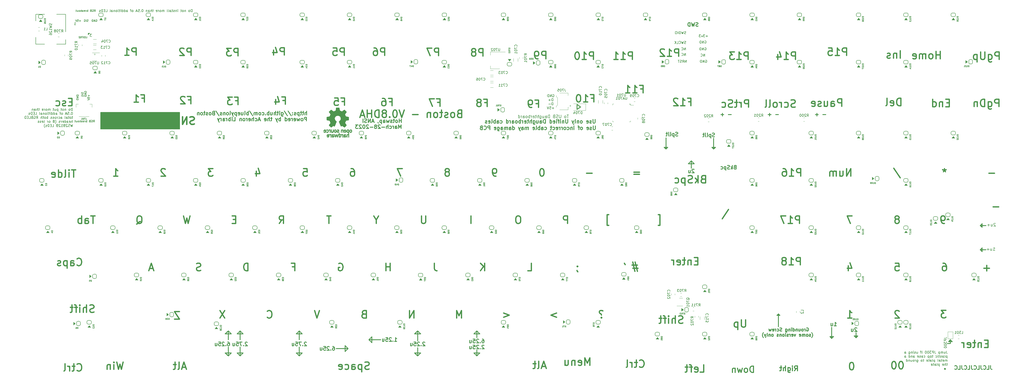
<source format=gbr>
G04 #@! TF.GenerationSoftware,KiCad,Pcbnew,7.0.1*
G04 #@! TF.CreationDate,2023-03-28T00:09:38-04:00*
G04 #@! TF.ProjectId,Boston-keyboard-V08DHA,426f7374-6f6e-42d6-9b65-79626f617264,rev?*
G04 #@! TF.SameCoordinates,Original*
G04 #@! TF.FileFunction,Legend,Bot*
G04 #@! TF.FilePolarity,Positive*
%FSLAX46Y46*%
G04 Gerber Fmt 4.6, Leading zero omitted, Abs format (unit mm)*
G04 Created by KiCad (PCBNEW 7.0.1) date 2023-03-28 00:09:38*
%MOMM*%
%LPD*%
G01*
G04 APERTURE LIST*
%ADD10C,0.300000*%
%ADD11C,0.120000*%
%ADD12C,0.500000*%
%ADD13C,0.200000*%
%ADD14C,0.600000*%
%ADD15C,0.400000*%
%ADD16C,0.150000*%
%ADD17C,0.160000*%
%ADD18C,0.127000*%
%ADD19C,0.100000*%
%ADD20C,0.010000*%
G04 APERTURE END LIST*
D10*
X323770529Y-89381276D02*
X323770529Y-92357841D01*
X236259518Y-166771966D02*
X238640770Y-166771966D01*
X142200064Y-167962592D02*
X142200064Y-164390714D01*
X237450144Y-167962592D02*
X237450144Y-165581340D01*
X322579903Y-90571902D02*
X323770529Y-89381276D01*
X167203210Y-159032897D02*
X166012584Y-157842271D01*
X237450144Y-157842271D02*
X236259518Y-159032897D01*
X440750000Y-114675000D02*
X440750000Y-116175000D01*
X277750000Y-68675000D02*
X277750000Y-66675000D01*
X238640770Y-166771966D02*
X237450144Y-167962592D01*
X212446998Y-166771966D02*
X214828250Y-166771966D01*
X323770529Y-89381276D02*
X324961155Y-90571902D01*
X440750000Y-124425000D02*
X440750000Y-125925000D01*
X358800000Y-156225000D02*
X358800000Y-151025000D01*
X359400000Y-151625000D02*
X358800000Y-151025000D01*
X238640770Y-166771966D02*
X237450144Y-167962592D01*
X236259518Y-159032897D02*
X238640770Y-159032897D01*
X180895409Y-164986027D02*
X185657913Y-164986027D01*
X185657913Y-164986027D02*
X184467287Y-163795401D01*
X213637624Y-157842271D02*
X212446998Y-159032897D01*
X314300000Y-83925000D02*
X312800000Y-83925000D01*
X167203210Y-166771966D02*
X166012584Y-167962592D01*
X380250000Y-160925000D02*
X379500000Y-160175000D01*
X213637624Y-167962592D02*
X212446998Y-166771966D01*
X237450144Y-167962592D02*
X236259518Y-166771966D01*
X138628186Y-166771966D02*
X137437560Y-167962592D01*
X137437560Y-167962592D02*
X137437560Y-164390714D01*
X236259518Y-166771966D02*
X238640770Y-166771966D01*
X143390690Y-159032897D02*
X142200064Y-157842271D01*
X195182921Y-160223523D02*
X195182921Y-162604775D01*
X440000000Y-125175000D02*
X440750000Y-124425000D01*
X212446998Y-159032897D02*
X214828250Y-159032897D01*
X379500000Y-160175000D02*
X381000000Y-160175000D01*
X358200000Y-151625000D02*
X359400000Y-151625000D01*
X236259518Y-159032897D02*
X238640770Y-159032897D01*
X137437560Y-157842271D02*
X136246934Y-159032897D01*
X141009438Y-159032897D02*
X143390690Y-159032897D01*
X442250000Y-125175000D02*
X440000000Y-125175000D01*
X380250000Y-160925000D02*
X380250000Y-156425000D01*
X238640770Y-159032897D02*
X237450144Y-157842271D01*
X238640770Y-159032897D02*
X237450144Y-157842271D01*
X214828250Y-159032897D02*
X213637624Y-157842271D01*
X193992295Y-161414149D02*
X198754799Y-161414149D01*
X332750000Y-80325000D02*
X332750000Y-84675000D01*
X138628186Y-159032897D02*
X137437560Y-157842271D01*
X313550000Y-80175000D02*
X313550000Y-84675000D01*
X142200064Y-157842271D02*
X141009438Y-159032897D01*
X164821958Y-159032897D02*
X167203210Y-159032897D01*
X332000000Y-83925000D02*
X333500000Y-83925000D01*
X333500000Y-83925000D02*
X332750000Y-84675000D01*
X390000000Y-160675000D02*
X390750000Y-159925000D01*
X137437560Y-157842271D02*
X137437560Y-161414149D01*
X440000000Y-115425000D02*
X440500000Y-114925000D01*
X166012584Y-157842271D02*
X164821958Y-159032897D01*
X142200064Y-167962592D02*
X141009438Y-166771966D01*
X193992295Y-161414149D02*
X195182921Y-162604775D01*
X358800000Y-151025000D02*
X358200000Y-151625000D01*
X184467287Y-163795401D02*
X184467287Y-166176653D01*
X166012584Y-167962592D02*
X164821958Y-166771966D01*
X166012584Y-167962592D02*
X166012584Y-164390714D01*
X141009438Y-166771966D02*
X143390690Y-166771966D01*
X389250000Y-159925000D02*
X390000000Y-160675000D01*
X440750000Y-116175000D02*
X440000000Y-115425000D01*
X381000000Y-160175000D02*
X380250000Y-160925000D01*
X428000000Y-162925000D02*
X428000000Y-161425000D01*
X214828250Y-166771966D02*
X213637624Y-167962592D01*
X440750000Y-125925000D02*
X440000000Y-125175000D01*
X324961155Y-90571902D02*
X322579903Y-90571902D01*
X193992295Y-161414149D02*
X195182921Y-160223523D01*
X279250000Y-67675000D02*
X277750000Y-68675000D01*
X237450144Y-167962592D02*
X237450144Y-165581340D01*
X313550000Y-84675000D02*
X314300000Y-83925000D01*
X332750000Y-84675000D02*
X332000000Y-83925000D01*
X427250000Y-162175000D02*
X428750000Y-162175000D01*
X426750000Y-162925000D02*
X428000000Y-162925000D01*
X428000000Y-161425000D02*
X428750000Y-162175000D01*
X142200064Y-157842271D02*
X142200064Y-161414149D01*
X277750000Y-66675000D02*
X279250000Y-67675000D01*
X136246934Y-166771966D02*
X138628186Y-166771966D01*
X166012584Y-157842271D02*
X166012584Y-161414149D01*
X390000000Y-160675000D02*
X390000000Y-158675000D01*
X237450144Y-157842271D02*
X237450144Y-160625000D01*
X442250000Y-115425000D02*
X440000000Y-115425000D01*
X164821958Y-166771966D02*
X167203210Y-166771966D01*
X312800000Y-83925000D02*
X313550000Y-84675000D01*
X213637624Y-167962592D02*
X213637624Y-164625000D01*
X390750000Y-159925000D02*
X389250000Y-159925000D01*
X184467287Y-166176653D02*
X185657913Y-164986027D01*
X213637624Y-157842271D02*
X213637624Y-161825000D01*
X136246934Y-159032897D02*
X138628186Y-159032897D01*
X237450144Y-157842271D02*
X236259518Y-159032897D01*
X440500000Y-114925000D02*
X440750000Y-114675000D01*
X237450144Y-167962592D02*
X236259518Y-166771966D01*
X428000000Y-161425000D02*
X427250000Y-162175000D01*
D11*
X298790625Y-66451875D02*
X299250625Y-66891875D01*
D10*
X237450144Y-157842271D02*
X237450144Y-160625000D01*
D11*
X83955489Y-46500000D02*
G75*
G03*
X83955489Y-46500000I-230489J0D01*
G01*
D10*
X137437560Y-167962592D02*
X136246934Y-166771966D01*
X143390690Y-166771966D02*
X142200064Y-167962592D01*
D12*
X318642857Y-47312857D02*
X318642857Y-44312857D01*
X318642857Y-44312857D02*
X317500000Y-44312857D01*
X317500000Y-44312857D02*
X317214285Y-44455714D01*
X317214285Y-44455714D02*
X317071428Y-44598571D01*
X317071428Y-44598571D02*
X316928571Y-44884285D01*
X316928571Y-44884285D02*
X316928571Y-45312857D01*
X316928571Y-45312857D02*
X317071428Y-45598571D01*
X317071428Y-45598571D02*
X317214285Y-45741428D01*
X317214285Y-45741428D02*
X317500000Y-45884285D01*
X317500000Y-45884285D02*
X318642857Y-45884285D01*
X314071428Y-47312857D02*
X315785714Y-47312857D01*
X314928571Y-47312857D02*
X314928571Y-44312857D01*
X314928571Y-44312857D02*
X315214285Y-44741428D01*
X315214285Y-44741428D02*
X315500000Y-45027142D01*
X315500000Y-45027142D02*
X315785714Y-45170000D01*
X312928571Y-44598571D02*
X312785714Y-44455714D01*
X312785714Y-44455714D02*
X312500000Y-44312857D01*
X312500000Y-44312857D02*
X311785714Y-44312857D01*
X311785714Y-44312857D02*
X311500000Y-44455714D01*
X311500000Y-44455714D02*
X311357142Y-44598571D01*
X311357142Y-44598571D02*
X311214285Y-44884285D01*
X311214285Y-44884285D02*
X311214285Y-45170000D01*
X311214285Y-45170000D02*
X311357142Y-45598571D01*
X311357142Y-45598571D02*
X313071428Y-47312857D01*
X313071428Y-47312857D02*
X311214285Y-47312857D01*
X131293749Y-92531607D02*
X129436606Y-92531607D01*
X129436606Y-92531607D02*
X130436606Y-93674464D01*
X130436606Y-93674464D02*
X130008035Y-93674464D01*
X130008035Y-93674464D02*
X129722321Y-93817321D01*
X129722321Y-93817321D02*
X129579463Y-93960178D01*
X129579463Y-93960178D02*
X129436606Y-94245892D01*
X129436606Y-94245892D02*
X129436606Y-94960178D01*
X129436606Y-94960178D02*
X129579463Y-95245892D01*
X129579463Y-95245892D02*
X129722321Y-95388750D01*
X129722321Y-95388750D02*
X130008035Y-95531607D01*
X130008035Y-95531607D02*
X130865178Y-95531607D01*
X130865178Y-95531607D02*
X131150892Y-95388750D01*
X131150892Y-95388750D02*
X131293749Y-95245892D01*
D13*
X329417529Y-48847738D02*
X329512767Y-48800119D01*
X329512767Y-48800119D02*
X329655624Y-48800119D01*
X329655624Y-48800119D02*
X329798481Y-48847738D01*
X329798481Y-48847738D02*
X329893719Y-48942976D01*
X329893719Y-48942976D02*
X329941338Y-49038214D01*
X329941338Y-49038214D02*
X329988957Y-49228690D01*
X329988957Y-49228690D02*
X329988957Y-49371547D01*
X329988957Y-49371547D02*
X329941338Y-49562023D01*
X329941338Y-49562023D02*
X329893719Y-49657261D01*
X329893719Y-49657261D02*
X329798481Y-49752500D01*
X329798481Y-49752500D02*
X329655624Y-49800119D01*
X329655624Y-49800119D02*
X329560386Y-49800119D01*
X329560386Y-49800119D02*
X329417529Y-49752500D01*
X329417529Y-49752500D02*
X329369910Y-49704880D01*
X329369910Y-49704880D02*
X329369910Y-49371547D01*
X329369910Y-49371547D02*
X329560386Y-49371547D01*
X328941338Y-49800119D02*
X328941338Y-48800119D01*
X328941338Y-48800119D02*
X328369910Y-49800119D01*
X328369910Y-49800119D02*
X328369910Y-48800119D01*
X327893719Y-49800119D02*
X327893719Y-48800119D01*
X327893719Y-48800119D02*
X327655624Y-48800119D01*
X327655624Y-48800119D02*
X327512767Y-48847738D01*
X327512767Y-48847738D02*
X327417529Y-48942976D01*
X327417529Y-48942976D02*
X327369910Y-49038214D01*
X327369910Y-49038214D02*
X327322291Y-49228690D01*
X327322291Y-49228690D02*
X327322291Y-49371547D01*
X327322291Y-49371547D02*
X327369910Y-49562023D01*
X327369910Y-49562023D02*
X327417529Y-49657261D01*
X327417529Y-49657261D02*
X327512767Y-49752500D01*
X327512767Y-49752500D02*
X327655624Y-49800119D01*
X327655624Y-49800119D02*
X327893719Y-49800119D01*
D12*
X231306249Y-152681607D02*
X231306249Y-149681607D01*
X231306249Y-149681607D02*
X230306249Y-151824464D01*
X230306249Y-151824464D02*
X229306249Y-149681607D01*
X229306249Y-149681607D02*
X229306249Y-152681607D01*
X386611606Y-152681607D02*
X388325892Y-152681607D01*
X387468749Y-152681607D02*
X387468749Y-149681607D01*
X387468749Y-149681607D02*
X387754463Y-150110178D01*
X387754463Y-150110178D02*
X388040178Y-150395892D01*
X388040178Y-150395892D02*
X388325892Y-150538750D01*
D13*
X321441338Y-47050119D02*
X321441338Y-46050119D01*
X321441338Y-46050119D02*
X320869910Y-47050119D01*
X320869910Y-47050119D02*
X320869910Y-46050119D01*
X319822291Y-46954880D02*
X319869910Y-47002500D01*
X319869910Y-47002500D02*
X320012767Y-47050119D01*
X320012767Y-47050119D02*
X320108005Y-47050119D01*
X320108005Y-47050119D02*
X320250862Y-47002500D01*
X320250862Y-47002500D02*
X320346100Y-46907261D01*
X320346100Y-46907261D02*
X320393719Y-46812023D01*
X320393719Y-46812023D02*
X320441338Y-46621547D01*
X320441338Y-46621547D02*
X320441338Y-46478690D01*
X320441338Y-46478690D02*
X320393719Y-46288214D01*
X320393719Y-46288214D02*
X320346100Y-46192976D01*
X320346100Y-46192976D02*
X320250862Y-46097738D01*
X320250862Y-46097738D02*
X320108005Y-46050119D01*
X320108005Y-46050119D02*
X320012767Y-46050119D01*
X320012767Y-46050119D02*
X319869910Y-46097738D01*
X319869910Y-46097738D02*
X319822291Y-46145357D01*
D12*
X222089285Y-47012857D02*
X222089285Y-44012857D01*
X222089285Y-44012857D02*
X220946428Y-44012857D01*
X220946428Y-44012857D02*
X220660713Y-44155714D01*
X220660713Y-44155714D02*
X220517856Y-44298571D01*
X220517856Y-44298571D02*
X220374999Y-44584285D01*
X220374999Y-44584285D02*
X220374999Y-45012857D01*
X220374999Y-45012857D02*
X220517856Y-45298571D01*
X220517856Y-45298571D02*
X220660713Y-45441428D01*
X220660713Y-45441428D02*
X220946428Y-45584285D01*
X220946428Y-45584285D02*
X222089285Y-45584285D01*
X219374999Y-44012857D02*
X217374999Y-44012857D01*
X217374999Y-44012857D02*
X218660713Y-47012857D01*
X76109999Y-93007857D02*
X74395714Y-93007857D01*
X75252856Y-96007857D02*
X75252856Y-93007857D01*
X73395714Y-96007857D02*
X73395714Y-94007857D01*
X73395714Y-93007857D02*
X73538571Y-93150714D01*
X73538571Y-93150714D02*
X73395714Y-93293571D01*
X73395714Y-93293571D02*
X73252857Y-93150714D01*
X73252857Y-93150714D02*
X73395714Y-93007857D01*
X73395714Y-93007857D02*
X73395714Y-93293571D01*
X71538571Y-96007857D02*
X71824286Y-95865000D01*
X71824286Y-95865000D02*
X71967143Y-95579285D01*
X71967143Y-95579285D02*
X71967143Y-93007857D01*
X69110000Y-96007857D02*
X69110000Y-93007857D01*
X69110000Y-95865000D02*
X69395714Y-96007857D01*
X69395714Y-96007857D02*
X69967142Y-96007857D01*
X69967142Y-96007857D02*
X70252857Y-95865000D01*
X70252857Y-95865000D02*
X70395714Y-95722142D01*
X70395714Y-95722142D02*
X70538571Y-95436428D01*
X70538571Y-95436428D02*
X70538571Y-94579285D01*
X70538571Y-94579285D02*
X70395714Y-94293571D01*
X70395714Y-94293571D02*
X70252857Y-94150714D01*
X70252857Y-94150714D02*
X69967142Y-94007857D01*
X69967142Y-94007857D02*
X69395714Y-94007857D01*
X69395714Y-94007857D02*
X69110000Y-94150714D01*
X66538571Y-95865000D02*
X66824285Y-96007857D01*
X66824285Y-96007857D02*
X67395714Y-96007857D01*
X67395714Y-96007857D02*
X67681428Y-95865000D01*
X67681428Y-95865000D02*
X67824285Y-95579285D01*
X67824285Y-95579285D02*
X67824285Y-94436428D01*
X67824285Y-94436428D02*
X67681428Y-94150714D01*
X67681428Y-94150714D02*
X67395714Y-94007857D01*
X67395714Y-94007857D02*
X66824285Y-94007857D01*
X66824285Y-94007857D02*
X66538571Y-94150714D01*
X66538571Y-94150714D02*
X66395714Y-94436428D01*
X66395714Y-94436428D02*
X66395714Y-94722142D01*
X66395714Y-94722142D02*
X67824285Y-95007857D01*
D13*
X122961904Y-29387619D02*
X122961904Y-28387619D01*
X122961904Y-28387619D02*
X122723809Y-28387619D01*
X122723809Y-28387619D02*
X122580952Y-28435238D01*
X122580952Y-28435238D02*
X122485714Y-28530476D01*
X122485714Y-28530476D02*
X122438095Y-28625714D01*
X122438095Y-28625714D02*
X122390476Y-28816190D01*
X122390476Y-28816190D02*
X122390476Y-28959047D01*
X122390476Y-28959047D02*
X122438095Y-29149523D01*
X122438095Y-29149523D02*
X122485714Y-29244761D01*
X122485714Y-29244761D02*
X122580952Y-29340000D01*
X122580952Y-29340000D02*
X122723809Y-29387619D01*
X122723809Y-29387619D02*
X122961904Y-29387619D01*
X121819047Y-29387619D02*
X121914285Y-29340000D01*
X121914285Y-29340000D02*
X121961904Y-29292380D01*
X121961904Y-29292380D02*
X122009523Y-29197142D01*
X122009523Y-29197142D02*
X122009523Y-28911428D01*
X122009523Y-28911428D02*
X121961904Y-28816190D01*
X121961904Y-28816190D02*
X121914285Y-28768571D01*
X121914285Y-28768571D02*
X121819047Y-28720952D01*
X121819047Y-28720952D02*
X121676190Y-28720952D01*
X121676190Y-28720952D02*
X121580952Y-28768571D01*
X121580952Y-28768571D02*
X121533333Y-28816190D01*
X121533333Y-28816190D02*
X121485714Y-28911428D01*
X121485714Y-28911428D02*
X121485714Y-29197142D01*
X121485714Y-29197142D02*
X121533333Y-29292380D01*
X121533333Y-29292380D02*
X121580952Y-29340000D01*
X121580952Y-29340000D02*
X121676190Y-29387619D01*
X121676190Y-29387619D02*
X121819047Y-29387619D01*
X120295237Y-28720952D02*
X120295237Y-29387619D01*
X120295237Y-28816190D02*
X120247618Y-28768571D01*
X120247618Y-28768571D02*
X120152380Y-28720952D01*
X120152380Y-28720952D02*
X120009523Y-28720952D01*
X120009523Y-28720952D02*
X119914285Y-28768571D01*
X119914285Y-28768571D02*
X119866666Y-28863809D01*
X119866666Y-28863809D02*
X119866666Y-29387619D01*
X119247618Y-29387619D02*
X119342856Y-29340000D01*
X119342856Y-29340000D02*
X119390475Y-29292380D01*
X119390475Y-29292380D02*
X119438094Y-29197142D01*
X119438094Y-29197142D02*
X119438094Y-28911428D01*
X119438094Y-28911428D02*
X119390475Y-28816190D01*
X119390475Y-28816190D02*
X119342856Y-28768571D01*
X119342856Y-28768571D02*
X119247618Y-28720952D01*
X119247618Y-28720952D02*
X119104761Y-28720952D01*
X119104761Y-28720952D02*
X119009523Y-28768571D01*
X119009523Y-28768571D02*
X118961904Y-28816190D01*
X118961904Y-28816190D02*
X118914285Y-28911428D01*
X118914285Y-28911428D02*
X118914285Y-29197142D01*
X118914285Y-29197142D02*
X118961904Y-29292380D01*
X118961904Y-29292380D02*
X119009523Y-29340000D01*
X119009523Y-29340000D02*
X119104761Y-29387619D01*
X119104761Y-29387619D02*
X119247618Y-29387619D01*
X118628570Y-28720952D02*
X118247618Y-28720952D01*
X118485713Y-28387619D02*
X118485713Y-29244761D01*
X118485713Y-29244761D02*
X118438094Y-29340000D01*
X118438094Y-29340000D02*
X118342856Y-29387619D01*
X118342856Y-29387619D02*
X118247618Y-29387619D01*
X117152379Y-29387619D02*
X117152379Y-28720952D01*
X117152379Y-28387619D02*
X117199998Y-28435238D01*
X117199998Y-28435238D02*
X117152379Y-28482857D01*
X117152379Y-28482857D02*
X117104760Y-28435238D01*
X117104760Y-28435238D02*
X117152379Y-28387619D01*
X117152379Y-28387619D02*
X117152379Y-28482857D01*
X116676189Y-28720952D02*
X116676189Y-29387619D01*
X116676189Y-28816190D02*
X116628570Y-28768571D01*
X116628570Y-28768571D02*
X116533332Y-28720952D01*
X116533332Y-28720952D02*
X116390475Y-28720952D01*
X116390475Y-28720952D02*
X116295237Y-28768571D01*
X116295237Y-28768571D02*
X116247618Y-28863809D01*
X116247618Y-28863809D02*
X116247618Y-29387619D01*
X115819046Y-29340000D02*
X115723808Y-29387619D01*
X115723808Y-29387619D02*
X115533332Y-29387619D01*
X115533332Y-29387619D02*
X115438094Y-29340000D01*
X115438094Y-29340000D02*
X115390475Y-29244761D01*
X115390475Y-29244761D02*
X115390475Y-29197142D01*
X115390475Y-29197142D02*
X115438094Y-29101904D01*
X115438094Y-29101904D02*
X115533332Y-29054285D01*
X115533332Y-29054285D02*
X115676189Y-29054285D01*
X115676189Y-29054285D02*
X115771427Y-29006666D01*
X115771427Y-29006666D02*
X115819046Y-28911428D01*
X115819046Y-28911428D02*
X115819046Y-28863809D01*
X115819046Y-28863809D02*
X115771427Y-28768571D01*
X115771427Y-28768571D02*
X115676189Y-28720952D01*
X115676189Y-28720952D02*
X115533332Y-28720952D01*
X115533332Y-28720952D02*
X115438094Y-28768571D01*
X115104760Y-28720952D02*
X114723808Y-28720952D01*
X114961903Y-28387619D02*
X114961903Y-29244761D01*
X114961903Y-29244761D02*
X114914284Y-29340000D01*
X114914284Y-29340000D02*
X114819046Y-29387619D01*
X114819046Y-29387619D02*
X114723808Y-29387619D01*
X113961903Y-29387619D02*
X113961903Y-28863809D01*
X113961903Y-28863809D02*
X114009522Y-28768571D01*
X114009522Y-28768571D02*
X114104760Y-28720952D01*
X114104760Y-28720952D02*
X114295236Y-28720952D01*
X114295236Y-28720952D02*
X114390474Y-28768571D01*
X113961903Y-29340000D02*
X114057141Y-29387619D01*
X114057141Y-29387619D02*
X114295236Y-29387619D01*
X114295236Y-29387619D02*
X114390474Y-29340000D01*
X114390474Y-29340000D02*
X114438093Y-29244761D01*
X114438093Y-29244761D02*
X114438093Y-29149523D01*
X114438093Y-29149523D02*
X114390474Y-29054285D01*
X114390474Y-29054285D02*
X114295236Y-29006666D01*
X114295236Y-29006666D02*
X114057141Y-29006666D01*
X114057141Y-29006666D02*
X113961903Y-28959047D01*
X113342855Y-29387619D02*
X113438093Y-29340000D01*
X113438093Y-29340000D02*
X113485712Y-29244761D01*
X113485712Y-29244761D02*
X113485712Y-28387619D01*
X112819045Y-29387619D02*
X112914283Y-29340000D01*
X112914283Y-29340000D02*
X112961902Y-29244761D01*
X112961902Y-29244761D02*
X112961902Y-28387619D01*
X111676187Y-29387619D02*
X111676187Y-28720952D01*
X111676187Y-28816190D02*
X111628568Y-28768571D01*
X111628568Y-28768571D02*
X111533330Y-28720952D01*
X111533330Y-28720952D02*
X111390473Y-28720952D01*
X111390473Y-28720952D02*
X111295235Y-28768571D01*
X111295235Y-28768571D02*
X111247616Y-28863809D01*
X111247616Y-28863809D02*
X111247616Y-29387619D01*
X111247616Y-28863809D02*
X111199997Y-28768571D01*
X111199997Y-28768571D02*
X111104759Y-28720952D01*
X111104759Y-28720952D02*
X110961902Y-28720952D01*
X110961902Y-28720952D02*
X110866663Y-28768571D01*
X110866663Y-28768571D02*
X110819044Y-28863809D01*
X110819044Y-28863809D02*
X110819044Y-29387619D01*
X110199997Y-29387619D02*
X110295235Y-29340000D01*
X110295235Y-29340000D02*
X110342854Y-29292380D01*
X110342854Y-29292380D02*
X110390473Y-29197142D01*
X110390473Y-29197142D02*
X110390473Y-28911428D01*
X110390473Y-28911428D02*
X110342854Y-28816190D01*
X110342854Y-28816190D02*
X110295235Y-28768571D01*
X110295235Y-28768571D02*
X110199997Y-28720952D01*
X110199997Y-28720952D02*
X110057140Y-28720952D01*
X110057140Y-28720952D02*
X109961902Y-28768571D01*
X109961902Y-28768571D02*
X109914283Y-28816190D01*
X109914283Y-28816190D02*
X109866664Y-28911428D01*
X109866664Y-28911428D02*
X109866664Y-29197142D01*
X109866664Y-29197142D02*
X109914283Y-29292380D01*
X109914283Y-29292380D02*
X109961902Y-29340000D01*
X109961902Y-29340000D02*
X110057140Y-29387619D01*
X110057140Y-29387619D02*
X110199997Y-29387619D01*
X109438092Y-29387619D02*
X109438092Y-28720952D01*
X109438092Y-28911428D02*
X109390473Y-28816190D01*
X109390473Y-28816190D02*
X109342854Y-28768571D01*
X109342854Y-28768571D02*
X109247616Y-28720952D01*
X109247616Y-28720952D02*
X109152378Y-28720952D01*
X108438092Y-29340000D02*
X108533330Y-29387619D01*
X108533330Y-29387619D02*
X108723806Y-29387619D01*
X108723806Y-29387619D02*
X108819044Y-29340000D01*
X108819044Y-29340000D02*
X108866663Y-29244761D01*
X108866663Y-29244761D02*
X108866663Y-28863809D01*
X108866663Y-28863809D02*
X108819044Y-28768571D01*
X108819044Y-28768571D02*
X108723806Y-28720952D01*
X108723806Y-28720952D02*
X108533330Y-28720952D01*
X108533330Y-28720952D02*
X108438092Y-28768571D01*
X108438092Y-28768571D02*
X108390473Y-28863809D01*
X108390473Y-28863809D02*
X108390473Y-28959047D01*
X108390473Y-28959047D02*
X108866663Y-29054285D01*
X107342853Y-28720952D02*
X106961901Y-28720952D01*
X107199996Y-28387619D02*
X107199996Y-29244761D01*
X107199996Y-29244761D02*
X107152377Y-29340000D01*
X107152377Y-29340000D02*
X107057139Y-29387619D01*
X107057139Y-29387619D02*
X106961901Y-29387619D01*
X106628567Y-29387619D02*
X106628567Y-28387619D01*
X106199996Y-29387619D02*
X106199996Y-28863809D01*
X106199996Y-28863809D02*
X106247615Y-28768571D01*
X106247615Y-28768571D02*
X106342853Y-28720952D01*
X106342853Y-28720952D02*
X106485710Y-28720952D01*
X106485710Y-28720952D02*
X106580948Y-28768571D01*
X106580948Y-28768571D02*
X106628567Y-28816190D01*
X105295234Y-29387619D02*
X105295234Y-28863809D01*
X105295234Y-28863809D02*
X105342853Y-28768571D01*
X105342853Y-28768571D02*
X105438091Y-28720952D01*
X105438091Y-28720952D02*
X105628567Y-28720952D01*
X105628567Y-28720952D02*
X105723805Y-28768571D01*
X105295234Y-29340000D02*
X105390472Y-29387619D01*
X105390472Y-29387619D02*
X105628567Y-29387619D01*
X105628567Y-29387619D02*
X105723805Y-29340000D01*
X105723805Y-29340000D02*
X105771424Y-29244761D01*
X105771424Y-29244761D02*
X105771424Y-29149523D01*
X105771424Y-29149523D02*
X105723805Y-29054285D01*
X105723805Y-29054285D02*
X105628567Y-29006666D01*
X105628567Y-29006666D02*
X105390472Y-29006666D01*
X105390472Y-29006666D02*
X105295234Y-28959047D01*
X104819043Y-28720952D02*
X104819043Y-29387619D01*
X104819043Y-28816190D02*
X104771424Y-28768571D01*
X104771424Y-28768571D02*
X104676186Y-28720952D01*
X104676186Y-28720952D02*
X104533329Y-28720952D01*
X104533329Y-28720952D02*
X104438091Y-28768571D01*
X104438091Y-28768571D02*
X104390472Y-28863809D01*
X104390472Y-28863809D02*
X104390472Y-29387619D01*
X102961900Y-28387619D02*
X102866662Y-28387619D01*
X102866662Y-28387619D02*
X102771424Y-28435238D01*
X102771424Y-28435238D02*
X102723805Y-28482857D01*
X102723805Y-28482857D02*
X102676186Y-28578095D01*
X102676186Y-28578095D02*
X102628567Y-28768571D01*
X102628567Y-28768571D02*
X102628567Y-29006666D01*
X102628567Y-29006666D02*
X102676186Y-29197142D01*
X102676186Y-29197142D02*
X102723805Y-29292380D01*
X102723805Y-29292380D02*
X102771424Y-29340000D01*
X102771424Y-29340000D02*
X102866662Y-29387619D01*
X102866662Y-29387619D02*
X102961900Y-29387619D01*
X102961900Y-29387619D02*
X103057138Y-29340000D01*
X103057138Y-29340000D02*
X103104757Y-29292380D01*
X103104757Y-29292380D02*
X103152376Y-29197142D01*
X103152376Y-29197142D02*
X103199995Y-29006666D01*
X103199995Y-29006666D02*
X103199995Y-28768571D01*
X103199995Y-28768571D02*
X103152376Y-28578095D01*
X103152376Y-28578095D02*
X103104757Y-28482857D01*
X103104757Y-28482857D02*
X103057138Y-28435238D01*
X103057138Y-28435238D02*
X102961900Y-28387619D01*
X102199995Y-29292380D02*
X102152376Y-29340000D01*
X102152376Y-29340000D02*
X102199995Y-29387619D01*
X102199995Y-29387619D02*
X102247614Y-29340000D01*
X102247614Y-29340000D02*
X102199995Y-29292380D01*
X102199995Y-29292380D02*
X102199995Y-29387619D01*
X101247615Y-28387619D02*
X101723805Y-28387619D01*
X101723805Y-28387619D02*
X101771424Y-28863809D01*
X101771424Y-28863809D02*
X101723805Y-28816190D01*
X101723805Y-28816190D02*
X101628567Y-28768571D01*
X101628567Y-28768571D02*
X101390472Y-28768571D01*
X101390472Y-28768571D02*
X101295234Y-28816190D01*
X101295234Y-28816190D02*
X101247615Y-28863809D01*
X101247615Y-28863809D02*
X101199996Y-28959047D01*
X101199996Y-28959047D02*
X101199996Y-29197142D01*
X101199996Y-29197142D02*
X101247615Y-29292380D01*
X101247615Y-29292380D02*
X101295234Y-29340000D01*
X101295234Y-29340000D02*
X101390472Y-29387619D01*
X101390472Y-29387619D02*
X101628567Y-29387619D01*
X101628567Y-29387619D02*
X101723805Y-29340000D01*
X101723805Y-29340000D02*
X101771424Y-29292380D01*
X100819043Y-29101904D02*
X100342853Y-29101904D01*
X100914281Y-29387619D02*
X100580948Y-28387619D01*
X100580948Y-28387619D02*
X100247615Y-29387619D01*
X99009519Y-29387619D02*
X99104757Y-29340000D01*
X99104757Y-29340000D02*
X99152376Y-29292380D01*
X99152376Y-29292380D02*
X99199995Y-29197142D01*
X99199995Y-29197142D02*
X99199995Y-28911428D01*
X99199995Y-28911428D02*
X99152376Y-28816190D01*
X99152376Y-28816190D02*
X99104757Y-28768571D01*
X99104757Y-28768571D02*
X99009519Y-28720952D01*
X99009519Y-28720952D02*
X98866662Y-28720952D01*
X98866662Y-28720952D02*
X98771424Y-28768571D01*
X98771424Y-28768571D02*
X98723805Y-28816190D01*
X98723805Y-28816190D02*
X98676186Y-28911428D01*
X98676186Y-28911428D02*
X98676186Y-29197142D01*
X98676186Y-29197142D02*
X98723805Y-29292380D01*
X98723805Y-29292380D02*
X98771424Y-29340000D01*
X98771424Y-29340000D02*
X98866662Y-29387619D01*
X98866662Y-29387619D02*
X99009519Y-29387619D01*
X98390471Y-28720952D02*
X98009519Y-28720952D01*
X98247614Y-29387619D02*
X98247614Y-28530476D01*
X98247614Y-28530476D02*
X98199995Y-28435238D01*
X98199995Y-28435238D02*
X98104757Y-28387619D01*
X98104757Y-28387619D02*
X98009519Y-28387619D01*
X96485709Y-29387619D02*
X96485709Y-28863809D01*
X96485709Y-28863809D02*
X96533328Y-28768571D01*
X96533328Y-28768571D02*
X96628566Y-28720952D01*
X96628566Y-28720952D02*
X96819042Y-28720952D01*
X96819042Y-28720952D02*
X96914280Y-28768571D01*
X96485709Y-29340000D02*
X96580947Y-29387619D01*
X96580947Y-29387619D02*
X96819042Y-29387619D01*
X96819042Y-29387619D02*
X96914280Y-29340000D01*
X96914280Y-29340000D02*
X96961899Y-29244761D01*
X96961899Y-29244761D02*
X96961899Y-29149523D01*
X96961899Y-29149523D02*
X96914280Y-29054285D01*
X96914280Y-29054285D02*
X96819042Y-29006666D01*
X96819042Y-29006666D02*
X96580947Y-29006666D01*
X96580947Y-29006666D02*
X96485709Y-28959047D01*
X95580947Y-29387619D02*
X95580947Y-28387619D01*
X95580947Y-29340000D02*
X95676185Y-29387619D01*
X95676185Y-29387619D02*
X95866661Y-29387619D01*
X95866661Y-29387619D02*
X95961899Y-29340000D01*
X95961899Y-29340000D02*
X96009518Y-29292380D01*
X96009518Y-29292380D02*
X96057137Y-29197142D01*
X96057137Y-29197142D02*
X96057137Y-28911428D01*
X96057137Y-28911428D02*
X96009518Y-28816190D01*
X96009518Y-28816190D02*
X95961899Y-28768571D01*
X95961899Y-28768571D02*
X95866661Y-28720952D01*
X95866661Y-28720952D02*
X95676185Y-28720952D01*
X95676185Y-28720952D02*
X95580947Y-28768571D01*
X94676185Y-29387619D02*
X94676185Y-28387619D01*
X94676185Y-29340000D02*
X94771423Y-29387619D01*
X94771423Y-29387619D02*
X94961899Y-29387619D01*
X94961899Y-29387619D02*
X95057137Y-29340000D01*
X95057137Y-29340000D02*
X95104756Y-29292380D01*
X95104756Y-29292380D02*
X95152375Y-29197142D01*
X95152375Y-29197142D02*
X95152375Y-28911428D01*
X95152375Y-28911428D02*
X95104756Y-28816190D01*
X95104756Y-28816190D02*
X95057137Y-28768571D01*
X95057137Y-28768571D02*
X94961899Y-28720952D01*
X94961899Y-28720952D02*
X94771423Y-28720952D01*
X94771423Y-28720952D02*
X94676185Y-28768571D01*
X94199994Y-29387619D02*
X94199994Y-28720952D01*
X94199994Y-28387619D02*
X94247613Y-28435238D01*
X94247613Y-28435238D02*
X94199994Y-28482857D01*
X94199994Y-28482857D02*
X94152375Y-28435238D01*
X94152375Y-28435238D02*
X94199994Y-28387619D01*
X94199994Y-28387619D02*
X94199994Y-28482857D01*
X93866661Y-28720952D02*
X93485709Y-28720952D01*
X93723804Y-28387619D02*
X93723804Y-29244761D01*
X93723804Y-29244761D02*
X93676185Y-29340000D01*
X93676185Y-29340000D02*
X93580947Y-29387619D01*
X93580947Y-29387619D02*
X93485709Y-29387619D01*
X93152375Y-29387619D02*
X93152375Y-28720952D01*
X93152375Y-28387619D02*
X93199994Y-28435238D01*
X93199994Y-28435238D02*
X93152375Y-28482857D01*
X93152375Y-28482857D02*
X93104756Y-28435238D01*
X93104756Y-28435238D02*
X93152375Y-28387619D01*
X93152375Y-28387619D02*
X93152375Y-28482857D01*
X92533328Y-29387619D02*
X92628566Y-29340000D01*
X92628566Y-29340000D02*
X92676185Y-29292380D01*
X92676185Y-29292380D02*
X92723804Y-29197142D01*
X92723804Y-29197142D02*
X92723804Y-28911428D01*
X92723804Y-28911428D02*
X92676185Y-28816190D01*
X92676185Y-28816190D02*
X92628566Y-28768571D01*
X92628566Y-28768571D02*
X92533328Y-28720952D01*
X92533328Y-28720952D02*
X92390471Y-28720952D01*
X92390471Y-28720952D02*
X92295233Y-28768571D01*
X92295233Y-28768571D02*
X92247614Y-28816190D01*
X92247614Y-28816190D02*
X92199995Y-28911428D01*
X92199995Y-28911428D02*
X92199995Y-29197142D01*
X92199995Y-29197142D02*
X92247614Y-29292380D01*
X92247614Y-29292380D02*
X92295233Y-29340000D01*
X92295233Y-29340000D02*
X92390471Y-29387619D01*
X92390471Y-29387619D02*
X92533328Y-29387619D01*
X91771423Y-28720952D02*
X91771423Y-29387619D01*
X91771423Y-28816190D02*
X91723804Y-28768571D01*
X91723804Y-28768571D02*
X91628566Y-28720952D01*
X91628566Y-28720952D02*
X91485709Y-28720952D01*
X91485709Y-28720952D02*
X91390471Y-28768571D01*
X91390471Y-28768571D02*
X91342852Y-28863809D01*
X91342852Y-28863809D02*
X91342852Y-29387619D01*
X90438090Y-29387619D02*
X90438090Y-28863809D01*
X90438090Y-28863809D02*
X90485709Y-28768571D01*
X90485709Y-28768571D02*
X90580947Y-28720952D01*
X90580947Y-28720952D02*
X90771423Y-28720952D01*
X90771423Y-28720952D02*
X90866661Y-28768571D01*
X90438090Y-29340000D02*
X90533328Y-29387619D01*
X90533328Y-29387619D02*
X90771423Y-29387619D01*
X90771423Y-29387619D02*
X90866661Y-29340000D01*
X90866661Y-29340000D02*
X90914280Y-29244761D01*
X90914280Y-29244761D02*
X90914280Y-29149523D01*
X90914280Y-29149523D02*
X90866661Y-29054285D01*
X90866661Y-29054285D02*
X90771423Y-29006666D01*
X90771423Y-29006666D02*
X90533328Y-29006666D01*
X90533328Y-29006666D02*
X90438090Y-28959047D01*
X89819042Y-29387619D02*
X89914280Y-29340000D01*
X89914280Y-29340000D02*
X89961899Y-29244761D01*
X89961899Y-29244761D02*
X89961899Y-28387619D01*
X88199994Y-29387619D02*
X88676184Y-29387619D01*
X88676184Y-29387619D02*
X88676184Y-28387619D01*
X87866660Y-28863809D02*
X87533327Y-28863809D01*
X87390470Y-29387619D02*
X87866660Y-29387619D01*
X87866660Y-29387619D02*
X87866660Y-28387619D01*
X87866660Y-28387619D02*
X87390470Y-28387619D01*
X86961898Y-29387619D02*
X86961898Y-28387619D01*
X86961898Y-28387619D02*
X86723803Y-28387619D01*
X86723803Y-28387619D02*
X86580946Y-28435238D01*
X86580946Y-28435238D02*
X86485708Y-28530476D01*
X86485708Y-28530476D02*
X86438089Y-28625714D01*
X86438089Y-28625714D02*
X86390470Y-28816190D01*
X86390470Y-28816190D02*
X86390470Y-28959047D01*
X86390470Y-28959047D02*
X86438089Y-29149523D01*
X86438089Y-29149523D02*
X86485708Y-29244761D01*
X86485708Y-29244761D02*
X86580946Y-29340000D01*
X86580946Y-29340000D02*
X86723803Y-29387619D01*
X86723803Y-29387619D02*
X86961898Y-29387619D01*
X86009517Y-29340000D02*
X85914279Y-29387619D01*
X85914279Y-29387619D02*
X85723803Y-29387619D01*
X85723803Y-29387619D02*
X85628565Y-29340000D01*
X85628565Y-29340000D02*
X85580946Y-29244761D01*
X85580946Y-29244761D02*
X85580946Y-29197142D01*
X85580946Y-29197142D02*
X85628565Y-29101904D01*
X85628565Y-29101904D02*
X85723803Y-29054285D01*
X85723803Y-29054285D02*
X85866660Y-29054285D01*
X85866660Y-29054285D02*
X85961898Y-29006666D01*
X85961898Y-29006666D02*
X86009517Y-28911428D01*
X86009517Y-28911428D02*
X86009517Y-28863809D01*
X86009517Y-28863809D02*
X85961898Y-28768571D01*
X85961898Y-28768571D02*
X85866660Y-28720952D01*
X85866660Y-28720952D02*
X85723803Y-28720952D01*
X85723803Y-28720952D02*
X85628565Y-28768571D01*
D12*
X302886607Y-93960178D02*
X300600893Y-93960178D01*
X300600893Y-94817321D02*
X302886607Y-94817321D01*
X303328571Y-60441428D02*
X304328571Y-60441428D01*
X304328571Y-62012857D02*
X304328571Y-59012857D01*
X304328571Y-59012857D02*
X302899999Y-59012857D01*
X300185713Y-62012857D02*
X301899999Y-62012857D01*
X301042856Y-62012857D02*
X301042856Y-59012857D01*
X301042856Y-59012857D02*
X301328570Y-59441428D01*
X301328570Y-59441428D02*
X301614285Y-59727142D01*
X301614285Y-59727142D02*
X301899999Y-59870000D01*
X297328570Y-62012857D02*
X299042856Y-62012857D01*
X298185713Y-62012857D02*
X298185713Y-59012857D01*
X298185713Y-59012857D02*
X298471427Y-59441428D01*
X298471427Y-59441428D02*
X298757142Y-59727142D01*
X298757142Y-59727142D02*
X299042856Y-59870000D01*
D13*
X267961904Y-62705238D02*
X268057142Y-62657619D01*
X268057142Y-62657619D02*
X268199999Y-62657619D01*
X268199999Y-62657619D02*
X268342856Y-62705238D01*
X268342856Y-62705238D02*
X268438094Y-62800476D01*
X268438094Y-62800476D02*
X268485713Y-62895714D01*
X268485713Y-62895714D02*
X268533332Y-63086190D01*
X268533332Y-63086190D02*
X268533332Y-63229047D01*
X268533332Y-63229047D02*
X268485713Y-63419523D01*
X268485713Y-63419523D02*
X268438094Y-63514761D01*
X268438094Y-63514761D02*
X268342856Y-63610000D01*
X268342856Y-63610000D02*
X268199999Y-63657619D01*
X268199999Y-63657619D02*
X268104761Y-63657619D01*
X268104761Y-63657619D02*
X267961904Y-63610000D01*
X267961904Y-63610000D02*
X267914285Y-63562380D01*
X267914285Y-63562380D02*
X267914285Y-63229047D01*
X267914285Y-63229047D02*
X268104761Y-63229047D01*
X267485713Y-63657619D02*
X267485713Y-62657619D01*
X267485713Y-62657619D02*
X266914285Y-63657619D01*
X266914285Y-63657619D02*
X266914285Y-62657619D01*
X266438094Y-63657619D02*
X266438094Y-62657619D01*
X266438094Y-62657619D02*
X266199999Y-62657619D01*
X266199999Y-62657619D02*
X266057142Y-62705238D01*
X266057142Y-62705238D02*
X265961904Y-62800476D01*
X265961904Y-62800476D02*
X265914285Y-62895714D01*
X265914285Y-62895714D02*
X265866666Y-63086190D01*
X265866666Y-63086190D02*
X265866666Y-63229047D01*
X265866666Y-63229047D02*
X265914285Y-63419523D01*
X265914285Y-63419523D02*
X265961904Y-63514761D01*
X265961904Y-63514761D02*
X266057142Y-63610000D01*
X266057142Y-63610000D02*
X266199999Y-63657619D01*
X266199999Y-63657619D02*
X266438094Y-63657619D01*
X268080951Y-65277619D02*
X268080951Y-64277619D01*
X268080951Y-64277619D02*
X267842856Y-64277619D01*
X267842856Y-64277619D02*
X267699999Y-64325238D01*
X267699999Y-64325238D02*
X267604761Y-64420476D01*
X267604761Y-64420476D02*
X267557142Y-64515714D01*
X267557142Y-64515714D02*
X267509523Y-64706190D01*
X267509523Y-64706190D02*
X267509523Y-64849047D01*
X267509523Y-64849047D02*
X267557142Y-65039523D01*
X267557142Y-65039523D02*
X267604761Y-65134761D01*
X267604761Y-65134761D02*
X267699999Y-65230000D01*
X267699999Y-65230000D02*
X267842856Y-65277619D01*
X267842856Y-65277619D02*
X268080951Y-65277619D01*
X267080951Y-64896666D02*
X266319047Y-64896666D01*
X266699999Y-65277619D02*
X266699999Y-64515714D01*
X268080951Y-66897619D02*
X268080951Y-65897619D01*
X268080951Y-65897619D02*
X267842856Y-65897619D01*
X267842856Y-65897619D02*
X267699999Y-65945238D01*
X267699999Y-65945238D02*
X267604761Y-66040476D01*
X267604761Y-66040476D02*
X267557142Y-66135714D01*
X267557142Y-66135714D02*
X267509523Y-66326190D01*
X267509523Y-66326190D02*
X267509523Y-66469047D01*
X267509523Y-66469047D02*
X267557142Y-66659523D01*
X267557142Y-66659523D02*
X267604761Y-66754761D01*
X267604761Y-66754761D02*
X267699999Y-66850000D01*
X267699999Y-66850000D02*
X267842856Y-66897619D01*
X267842856Y-66897619D02*
X268080951Y-66897619D01*
X267080951Y-66516666D02*
X266319047Y-66516666D01*
X268485713Y-68136666D02*
X267723809Y-68136666D01*
X268104761Y-68517619D02*
X268104761Y-67755714D01*
X266771428Y-67517619D02*
X267247618Y-67517619D01*
X267247618Y-67517619D02*
X267295237Y-67993809D01*
X267295237Y-67993809D02*
X267247618Y-67946190D01*
X267247618Y-67946190D02*
X267152380Y-67898571D01*
X267152380Y-67898571D02*
X266914285Y-67898571D01*
X266914285Y-67898571D02*
X266819047Y-67946190D01*
X266819047Y-67946190D02*
X266771428Y-67993809D01*
X266771428Y-67993809D02*
X266723809Y-68089047D01*
X266723809Y-68089047D02*
X266723809Y-68327142D01*
X266723809Y-68327142D02*
X266771428Y-68422380D01*
X266771428Y-68422380D02*
X266819047Y-68470000D01*
X266819047Y-68470000D02*
X266914285Y-68517619D01*
X266914285Y-68517619D02*
X267152380Y-68517619D01*
X267152380Y-68517619D02*
X267247618Y-68470000D01*
X267247618Y-68470000D02*
X267295237Y-68422380D01*
X266438094Y-67517619D02*
X266104761Y-68517619D01*
X266104761Y-68517619D02*
X265771428Y-67517619D01*
D12*
X159390000Y-65071428D02*
X160390000Y-65071428D01*
X160390000Y-66642857D02*
X160390000Y-63642857D01*
X160390000Y-63642857D02*
X158961428Y-63642857D01*
X156532857Y-64642857D02*
X156532857Y-66642857D01*
X157247142Y-63500000D02*
X157961428Y-65642857D01*
X157961428Y-65642857D02*
X156104285Y-65642857D01*
X207493749Y-92531607D02*
X205493749Y-92531607D01*
X205493749Y-92531607D02*
X206779463Y-95531607D01*
X365575000Y-67670000D02*
X365146429Y-67812857D01*
X365146429Y-67812857D02*
X364432143Y-67812857D01*
X364432143Y-67812857D02*
X364146429Y-67670000D01*
X364146429Y-67670000D02*
X364003571Y-67527142D01*
X364003571Y-67527142D02*
X363860714Y-67241428D01*
X363860714Y-67241428D02*
X363860714Y-66955714D01*
X363860714Y-66955714D02*
X364003571Y-66670000D01*
X364003571Y-66670000D02*
X364146429Y-66527142D01*
X364146429Y-66527142D02*
X364432143Y-66384285D01*
X364432143Y-66384285D02*
X365003571Y-66241428D01*
X365003571Y-66241428D02*
X365289286Y-66098571D01*
X365289286Y-66098571D02*
X365432143Y-65955714D01*
X365432143Y-65955714D02*
X365575000Y-65670000D01*
X365575000Y-65670000D02*
X365575000Y-65384285D01*
X365575000Y-65384285D02*
X365432143Y-65098571D01*
X365432143Y-65098571D02*
X365289286Y-64955714D01*
X365289286Y-64955714D02*
X365003571Y-64812857D01*
X365003571Y-64812857D02*
X364289286Y-64812857D01*
X364289286Y-64812857D02*
X363860714Y-64955714D01*
X361289286Y-67670000D02*
X361575000Y-67812857D01*
X361575000Y-67812857D02*
X362146428Y-67812857D01*
X362146428Y-67812857D02*
X362432143Y-67670000D01*
X362432143Y-67670000D02*
X362575000Y-67527142D01*
X362575000Y-67527142D02*
X362717857Y-67241428D01*
X362717857Y-67241428D02*
X362717857Y-66384285D01*
X362717857Y-66384285D02*
X362575000Y-66098571D01*
X362575000Y-66098571D02*
X362432143Y-65955714D01*
X362432143Y-65955714D02*
X362146428Y-65812857D01*
X362146428Y-65812857D02*
X361575000Y-65812857D01*
X361575000Y-65812857D02*
X361289286Y-65955714D01*
X360003571Y-67812857D02*
X360003571Y-65812857D01*
X360003571Y-66384285D02*
X359860714Y-66098571D01*
X359860714Y-66098571D02*
X359717857Y-65955714D01*
X359717857Y-65955714D02*
X359432142Y-65812857D01*
X359432142Y-65812857D02*
X359146428Y-65812857D01*
X357717856Y-67812857D02*
X358003571Y-67670000D01*
X358003571Y-67670000D02*
X358146428Y-67527142D01*
X358146428Y-67527142D02*
X358289285Y-67241428D01*
X358289285Y-67241428D02*
X358289285Y-66384285D01*
X358289285Y-66384285D02*
X358146428Y-66098571D01*
X358146428Y-66098571D02*
X358003571Y-65955714D01*
X358003571Y-65955714D02*
X357717856Y-65812857D01*
X357717856Y-65812857D02*
X357289285Y-65812857D01*
X357289285Y-65812857D02*
X357003571Y-65955714D01*
X357003571Y-65955714D02*
X356860714Y-66098571D01*
X356860714Y-66098571D02*
X356717856Y-66384285D01*
X356717856Y-66384285D02*
X356717856Y-67241428D01*
X356717856Y-67241428D02*
X356860714Y-67527142D01*
X356860714Y-67527142D02*
X357003571Y-67670000D01*
X357003571Y-67670000D02*
X357289285Y-67812857D01*
X357289285Y-67812857D02*
X357717856Y-67812857D01*
X355003570Y-67812857D02*
X355289285Y-67670000D01*
X355289285Y-67670000D02*
X355432142Y-67384285D01*
X355432142Y-67384285D02*
X355432142Y-64812857D01*
X353432141Y-67812857D02*
X353717856Y-67670000D01*
X353717856Y-67670000D02*
X353860713Y-67384285D01*
X353860713Y-67384285D02*
X353860713Y-64812857D01*
D10*
X326435713Y-35147500D02*
X326221428Y-35218928D01*
X326221428Y-35218928D02*
X325864285Y-35218928D01*
X325864285Y-35218928D02*
X325721428Y-35147500D01*
X325721428Y-35147500D02*
X325649999Y-35076071D01*
X325649999Y-35076071D02*
X325578570Y-34933214D01*
X325578570Y-34933214D02*
X325578570Y-34790357D01*
X325578570Y-34790357D02*
X325649999Y-34647500D01*
X325649999Y-34647500D02*
X325721428Y-34576071D01*
X325721428Y-34576071D02*
X325864285Y-34504642D01*
X325864285Y-34504642D02*
X326149999Y-34433214D01*
X326149999Y-34433214D02*
X326292856Y-34361785D01*
X326292856Y-34361785D02*
X326364285Y-34290357D01*
X326364285Y-34290357D02*
X326435713Y-34147500D01*
X326435713Y-34147500D02*
X326435713Y-34004642D01*
X326435713Y-34004642D02*
X326364285Y-33861785D01*
X326364285Y-33861785D02*
X326292856Y-33790357D01*
X326292856Y-33790357D02*
X326149999Y-33718928D01*
X326149999Y-33718928D02*
X325792856Y-33718928D01*
X325792856Y-33718928D02*
X325578570Y-33790357D01*
X325078571Y-33718928D02*
X324721428Y-35218928D01*
X324721428Y-35218928D02*
X324435714Y-34147500D01*
X324435714Y-34147500D02*
X324149999Y-35218928D01*
X324149999Y-35218928D02*
X323792857Y-33718928D01*
X323221428Y-35218928D02*
X323221428Y-33718928D01*
X323221428Y-33718928D02*
X322864285Y-33718928D01*
X322864285Y-33718928D02*
X322649999Y-33790357D01*
X322649999Y-33790357D02*
X322507142Y-33933214D01*
X322507142Y-33933214D02*
X322435713Y-34076071D01*
X322435713Y-34076071D02*
X322364285Y-34361785D01*
X322364285Y-34361785D02*
X322364285Y-34576071D01*
X322364285Y-34576071D02*
X322435713Y-34861785D01*
X322435713Y-34861785D02*
X322507142Y-35004642D01*
X322507142Y-35004642D02*
X322649999Y-35147500D01*
X322649999Y-35147500D02*
X322864285Y-35218928D01*
X322864285Y-35218928D02*
X323221428Y-35218928D01*
D12*
X387914285Y-95531607D02*
X387914285Y-92531607D01*
X387914285Y-92531607D02*
X386199999Y-95531607D01*
X386199999Y-95531607D02*
X386199999Y-92531607D01*
X383485714Y-93531607D02*
X383485714Y-95531607D01*
X384771428Y-93531607D02*
X384771428Y-95103035D01*
X384771428Y-95103035D02*
X384628571Y-95388750D01*
X384628571Y-95388750D02*
X384342856Y-95531607D01*
X384342856Y-95531607D02*
X383914285Y-95531607D01*
X383914285Y-95531607D02*
X383628571Y-95388750D01*
X383628571Y-95388750D02*
X383485714Y-95245892D01*
X382057142Y-95531607D02*
X382057142Y-93531607D01*
X382057142Y-93817321D02*
X381914285Y-93674464D01*
X381914285Y-93674464D02*
X381628570Y-93531607D01*
X381628570Y-93531607D02*
X381199999Y-93531607D01*
X381199999Y-93531607D02*
X380914285Y-93674464D01*
X380914285Y-93674464D02*
X380771428Y-93960178D01*
X380771428Y-93960178D02*
X380771428Y-95531607D01*
X380771428Y-93960178D02*
X380628570Y-93674464D01*
X380628570Y-93674464D02*
X380342856Y-93531607D01*
X380342856Y-93531607D02*
X379914285Y-93531607D01*
X379914285Y-93531607D02*
X379628570Y-93674464D01*
X379628570Y-93674464D02*
X379485713Y-93960178D01*
X379485713Y-93960178D02*
X379485713Y-95531607D01*
X153177678Y-152395892D02*
X153320535Y-152538750D01*
X153320535Y-152538750D02*
X153749107Y-152681607D01*
X153749107Y-152681607D02*
X154034821Y-152681607D01*
X154034821Y-152681607D02*
X154463392Y-152538750D01*
X154463392Y-152538750D02*
X154749107Y-152253035D01*
X154749107Y-152253035D02*
X154891964Y-151967321D01*
X154891964Y-151967321D02*
X155034821Y-151395892D01*
X155034821Y-151395892D02*
X155034821Y-150967321D01*
X155034821Y-150967321D02*
X154891964Y-150395892D01*
X154891964Y-150395892D02*
X154749107Y-150110178D01*
X154749107Y-150110178D02*
X154463392Y-149824464D01*
X154463392Y-149824464D02*
X154034821Y-149681607D01*
X154034821Y-149681607D02*
X153749107Y-149681607D01*
X153749107Y-149681607D02*
X153320535Y-149824464D01*
X153320535Y-149824464D02*
X153177678Y-149967321D01*
X405233035Y-92388750D02*
X407804463Y-96245892D01*
D13*
X274382084Y-70880142D02*
X273696370Y-70880142D01*
X274039227Y-72080142D02*
X274039227Y-70880142D01*
X273124941Y-72080142D02*
X273239226Y-72023000D01*
X273239226Y-72023000D02*
X273296369Y-71965857D01*
X273296369Y-71965857D02*
X273353512Y-71851571D01*
X273353512Y-71851571D02*
X273353512Y-71508714D01*
X273353512Y-71508714D02*
X273296369Y-71394428D01*
X273296369Y-71394428D02*
X273239226Y-71337285D01*
X273239226Y-71337285D02*
X273124941Y-71280142D01*
X273124941Y-71280142D02*
X272953512Y-71280142D01*
X272953512Y-71280142D02*
X272839226Y-71337285D01*
X272839226Y-71337285D02*
X272782084Y-71394428D01*
X272782084Y-71394428D02*
X272724941Y-71508714D01*
X272724941Y-71508714D02*
X272724941Y-71851571D01*
X272724941Y-71851571D02*
X272782084Y-71965857D01*
X272782084Y-71965857D02*
X272839226Y-72023000D01*
X272839226Y-72023000D02*
X272953512Y-72080142D01*
X272953512Y-72080142D02*
X273124941Y-72080142D01*
X271296369Y-70880142D02*
X271296369Y-71851571D01*
X271296369Y-71851571D02*
X271239226Y-71965857D01*
X271239226Y-71965857D02*
X271182084Y-72023000D01*
X271182084Y-72023000D02*
X271067798Y-72080142D01*
X271067798Y-72080142D02*
X270839226Y-72080142D01*
X270839226Y-72080142D02*
X270724941Y-72023000D01*
X270724941Y-72023000D02*
X270667798Y-71965857D01*
X270667798Y-71965857D02*
X270610655Y-71851571D01*
X270610655Y-71851571D02*
X270610655Y-70880142D01*
X270096369Y-72023000D02*
X269924941Y-72080142D01*
X269924941Y-72080142D02*
X269639226Y-72080142D01*
X269639226Y-72080142D02*
X269524941Y-72023000D01*
X269524941Y-72023000D02*
X269467798Y-71965857D01*
X269467798Y-71965857D02*
X269410655Y-71851571D01*
X269410655Y-71851571D02*
X269410655Y-71737285D01*
X269410655Y-71737285D02*
X269467798Y-71623000D01*
X269467798Y-71623000D02*
X269524941Y-71565857D01*
X269524941Y-71565857D02*
X269639226Y-71508714D01*
X269639226Y-71508714D02*
X269867798Y-71451571D01*
X269867798Y-71451571D02*
X269982083Y-71394428D01*
X269982083Y-71394428D02*
X270039226Y-71337285D01*
X270039226Y-71337285D02*
X270096369Y-71223000D01*
X270096369Y-71223000D02*
X270096369Y-71108714D01*
X270096369Y-71108714D02*
X270039226Y-70994428D01*
X270039226Y-70994428D02*
X269982083Y-70937285D01*
X269982083Y-70937285D02*
X269867798Y-70880142D01*
X269867798Y-70880142D02*
X269582083Y-70880142D01*
X269582083Y-70880142D02*
X269410655Y-70937285D01*
X268496369Y-71451571D02*
X268324941Y-71508714D01*
X268324941Y-71508714D02*
X268267798Y-71565857D01*
X268267798Y-71565857D02*
X268210655Y-71680142D01*
X268210655Y-71680142D02*
X268210655Y-71851571D01*
X268210655Y-71851571D02*
X268267798Y-71965857D01*
X268267798Y-71965857D02*
X268324941Y-72023000D01*
X268324941Y-72023000D02*
X268439226Y-72080142D01*
X268439226Y-72080142D02*
X268896369Y-72080142D01*
X268896369Y-72080142D02*
X268896369Y-70880142D01*
X268896369Y-70880142D02*
X268496369Y-70880142D01*
X268496369Y-70880142D02*
X268382084Y-70937285D01*
X268382084Y-70937285D02*
X268324941Y-70994428D01*
X268324941Y-70994428D02*
X268267798Y-71108714D01*
X268267798Y-71108714D02*
X268267798Y-71223000D01*
X268267798Y-71223000D02*
X268324941Y-71337285D01*
X268324941Y-71337285D02*
X268382084Y-71394428D01*
X268382084Y-71394428D02*
X268496369Y-71451571D01*
X268496369Y-71451571D02*
X268896369Y-71451571D01*
X266782083Y-72080142D02*
X266782083Y-70880142D01*
X266782083Y-70880142D02*
X266496369Y-70880142D01*
X266496369Y-70880142D02*
X266324940Y-70937285D01*
X266324940Y-70937285D02*
X266210655Y-71051571D01*
X266210655Y-71051571D02*
X266153512Y-71165857D01*
X266153512Y-71165857D02*
X266096369Y-71394428D01*
X266096369Y-71394428D02*
X266096369Y-71565857D01*
X266096369Y-71565857D02*
X266153512Y-71794428D01*
X266153512Y-71794428D02*
X266210655Y-71908714D01*
X266210655Y-71908714D02*
X266324940Y-72023000D01*
X266324940Y-72023000D02*
X266496369Y-72080142D01*
X266496369Y-72080142D02*
X266782083Y-72080142D01*
X265067798Y-72080142D02*
X265067798Y-71451571D01*
X265067798Y-71451571D02*
X265124940Y-71337285D01*
X265124940Y-71337285D02*
X265239226Y-71280142D01*
X265239226Y-71280142D02*
X265467798Y-71280142D01*
X265467798Y-71280142D02*
X265582083Y-71337285D01*
X265067798Y-72023000D02*
X265182083Y-72080142D01*
X265182083Y-72080142D02*
X265467798Y-72080142D01*
X265467798Y-72080142D02*
X265582083Y-72023000D01*
X265582083Y-72023000D02*
X265639226Y-71908714D01*
X265639226Y-71908714D02*
X265639226Y-71794428D01*
X265639226Y-71794428D02*
X265582083Y-71680142D01*
X265582083Y-71680142D02*
X265467798Y-71623000D01*
X265467798Y-71623000D02*
X265182083Y-71623000D01*
X265182083Y-71623000D02*
X265067798Y-71565857D01*
X263982084Y-71280142D02*
X263982084Y-72080142D01*
X264496369Y-71280142D02*
X264496369Y-71908714D01*
X264496369Y-71908714D02*
X264439226Y-72023000D01*
X264439226Y-72023000D02*
X264324941Y-72080142D01*
X264324941Y-72080142D02*
X264153512Y-72080142D01*
X264153512Y-72080142D02*
X264039226Y-72023000D01*
X264039226Y-72023000D02*
X263982084Y-71965857D01*
X262896370Y-71280142D02*
X262896370Y-72251571D01*
X262896370Y-72251571D02*
X262953512Y-72365857D01*
X262953512Y-72365857D02*
X263010655Y-72423000D01*
X263010655Y-72423000D02*
X263124941Y-72480142D01*
X263124941Y-72480142D02*
X263296370Y-72480142D01*
X263296370Y-72480142D02*
X263410655Y-72423000D01*
X262896370Y-72023000D02*
X263010655Y-72080142D01*
X263010655Y-72080142D02*
X263239227Y-72080142D01*
X263239227Y-72080142D02*
X263353512Y-72023000D01*
X263353512Y-72023000D02*
X263410655Y-71965857D01*
X263410655Y-71965857D02*
X263467798Y-71851571D01*
X263467798Y-71851571D02*
X263467798Y-71508714D01*
X263467798Y-71508714D02*
X263410655Y-71394428D01*
X263410655Y-71394428D02*
X263353512Y-71337285D01*
X263353512Y-71337285D02*
X263239227Y-71280142D01*
X263239227Y-71280142D02*
X263010655Y-71280142D01*
X263010655Y-71280142D02*
X262896370Y-71337285D01*
X262324941Y-72080142D02*
X262324941Y-70880142D01*
X261810656Y-72080142D02*
X261810656Y-71451571D01*
X261810656Y-71451571D02*
X261867798Y-71337285D01*
X261867798Y-71337285D02*
X261982084Y-71280142D01*
X261982084Y-71280142D02*
X262153513Y-71280142D01*
X262153513Y-71280142D02*
X262267798Y-71337285D01*
X262267798Y-71337285D02*
X262324941Y-71394428D01*
X261410656Y-71280142D02*
X260953513Y-71280142D01*
X261239227Y-70880142D02*
X261239227Y-71908714D01*
X261239227Y-71908714D02*
X261182084Y-72023000D01*
X261182084Y-72023000D02*
X261067799Y-72080142D01*
X261067799Y-72080142D02*
X260953513Y-72080142D01*
X260096370Y-72023000D02*
X260210656Y-72080142D01*
X260210656Y-72080142D02*
X260439228Y-72080142D01*
X260439228Y-72080142D02*
X260553513Y-72023000D01*
X260553513Y-72023000D02*
X260610656Y-71908714D01*
X260610656Y-71908714D02*
X260610656Y-71451571D01*
X260610656Y-71451571D02*
X260553513Y-71337285D01*
X260553513Y-71337285D02*
X260439228Y-71280142D01*
X260439228Y-71280142D02*
X260210656Y-71280142D01*
X260210656Y-71280142D02*
X260096370Y-71337285D01*
X260096370Y-71337285D02*
X260039228Y-71451571D01*
X260039228Y-71451571D02*
X260039228Y-71565857D01*
X260039228Y-71565857D02*
X260610656Y-71680142D01*
X259524942Y-72080142D02*
X259524942Y-71280142D01*
X259524942Y-71508714D02*
X259467799Y-71394428D01*
X259467799Y-71394428D02*
X259410657Y-71337285D01*
X259410657Y-71337285D02*
X259296371Y-71280142D01*
X259296371Y-71280142D02*
X259182085Y-71280142D01*
X258782085Y-72080142D02*
X258782085Y-70880142D01*
X258782085Y-71337285D02*
X258667800Y-71280142D01*
X258667800Y-71280142D02*
X258439228Y-71280142D01*
X258439228Y-71280142D02*
X258324942Y-71337285D01*
X258324942Y-71337285D02*
X258267800Y-71394428D01*
X258267800Y-71394428D02*
X258210657Y-71508714D01*
X258210657Y-71508714D02*
X258210657Y-71851571D01*
X258210657Y-71851571D02*
X258267800Y-71965857D01*
X258267800Y-71965857D02*
X258324942Y-72023000D01*
X258324942Y-72023000D02*
X258439228Y-72080142D01*
X258439228Y-72080142D02*
X258667800Y-72080142D01*
X258667800Y-72080142D02*
X258782085Y-72023000D01*
X257524943Y-72080142D02*
X257639228Y-72023000D01*
X257639228Y-72023000D02*
X257696371Y-71965857D01*
X257696371Y-71965857D02*
X257753514Y-71851571D01*
X257753514Y-71851571D02*
X257753514Y-71508714D01*
X257753514Y-71508714D02*
X257696371Y-71394428D01*
X257696371Y-71394428D02*
X257639228Y-71337285D01*
X257639228Y-71337285D02*
X257524943Y-71280142D01*
X257524943Y-71280142D02*
X257353514Y-71280142D01*
X257353514Y-71280142D02*
X257239228Y-71337285D01*
X257239228Y-71337285D02*
X257182086Y-71394428D01*
X257182086Y-71394428D02*
X257124943Y-71508714D01*
X257124943Y-71508714D02*
X257124943Y-71851571D01*
X257124943Y-71851571D02*
X257182086Y-71965857D01*
X257182086Y-71965857D02*
X257239228Y-72023000D01*
X257239228Y-72023000D02*
X257353514Y-72080142D01*
X257353514Y-72080142D02*
X257524943Y-72080142D01*
X256096372Y-72080142D02*
X256096372Y-71451571D01*
X256096372Y-71451571D02*
X256153514Y-71337285D01*
X256153514Y-71337285D02*
X256267800Y-71280142D01*
X256267800Y-71280142D02*
X256496372Y-71280142D01*
X256496372Y-71280142D02*
X256610657Y-71337285D01*
X256096372Y-72023000D02*
X256210657Y-72080142D01*
X256210657Y-72080142D02*
X256496372Y-72080142D01*
X256496372Y-72080142D02*
X256610657Y-72023000D01*
X256610657Y-72023000D02*
X256667800Y-71908714D01*
X256667800Y-71908714D02*
X256667800Y-71794428D01*
X256667800Y-71794428D02*
X256610657Y-71680142D01*
X256610657Y-71680142D02*
X256496372Y-71623000D01*
X256496372Y-71623000D02*
X256210657Y-71623000D01*
X256210657Y-71623000D02*
X256096372Y-71565857D01*
X255524943Y-72080142D02*
X255524943Y-71280142D01*
X255524943Y-71508714D02*
X255467800Y-71394428D01*
X255467800Y-71394428D02*
X255410658Y-71337285D01*
X255410658Y-71337285D02*
X255296372Y-71280142D01*
X255296372Y-71280142D02*
X255182086Y-71280142D01*
X254267801Y-72080142D02*
X254267801Y-70880142D01*
X254267801Y-72023000D02*
X254382086Y-72080142D01*
X254382086Y-72080142D02*
X254610658Y-72080142D01*
X254610658Y-72080142D02*
X254724943Y-72023000D01*
X254724943Y-72023000D02*
X254782086Y-71965857D01*
X254782086Y-71965857D02*
X254839229Y-71851571D01*
X254839229Y-71851571D02*
X254839229Y-71508714D01*
X254839229Y-71508714D02*
X254782086Y-71394428D01*
X254782086Y-71394428D02*
X254724943Y-71337285D01*
X254724943Y-71337285D02*
X254610658Y-71280142D01*
X254610658Y-71280142D02*
X254382086Y-71280142D01*
X254382086Y-71280142D02*
X254267801Y-71337285D01*
X74761904Y-69147619D02*
X74761904Y-68147619D01*
X74761904Y-68147619D02*
X74523809Y-68147619D01*
X74523809Y-68147619D02*
X74380952Y-68195238D01*
X74380952Y-68195238D02*
X74285714Y-68290476D01*
X74285714Y-68290476D02*
X74238095Y-68385714D01*
X74238095Y-68385714D02*
X74190476Y-68576190D01*
X74190476Y-68576190D02*
X74190476Y-68719047D01*
X74190476Y-68719047D02*
X74238095Y-68909523D01*
X74238095Y-68909523D02*
X74285714Y-69004761D01*
X74285714Y-69004761D02*
X74380952Y-69100000D01*
X74380952Y-69100000D02*
X74523809Y-69147619D01*
X74523809Y-69147619D02*
X74761904Y-69147619D01*
X73619047Y-69147619D02*
X73714285Y-69100000D01*
X73714285Y-69100000D02*
X73761904Y-69052380D01*
X73761904Y-69052380D02*
X73809523Y-68957142D01*
X73809523Y-68957142D02*
X73809523Y-68671428D01*
X73809523Y-68671428D02*
X73761904Y-68576190D01*
X73761904Y-68576190D02*
X73714285Y-68528571D01*
X73714285Y-68528571D02*
X73619047Y-68480952D01*
X73619047Y-68480952D02*
X73476190Y-68480952D01*
X73476190Y-68480952D02*
X73380952Y-68528571D01*
X73380952Y-68528571D02*
X73333333Y-68576190D01*
X73333333Y-68576190D02*
X73285714Y-68671428D01*
X73285714Y-68671428D02*
X73285714Y-68957142D01*
X73285714Y-68957142D02*
X73333333Y-69052380D01*
X73333333Y-69052380D02*
X73380952Y-69100000D01*
X73380952Y-69100000D02*
X73476190Y-69147619D01*
X73476190Y-69147619D02*
X73619047Y-69147619D01*
X72095237Y-68480952D02*
X72095237Y-69147619D01*
X72095237Y-68576190D02*
X72047618Y-68528571D01*
X72047618Y-68528571D02*
X71952380Y-68480952D01*
X71952380Y-68480952D02*
X71809523Y-68480952D01*
X71809523Y-68480952D02*
X71714285Y-68528571D01*
X71714285Y-68528571D02*
X71666666Y-68623809D01*
X71666666Y-68623809D02*
X71666666Y-69147619D01*
X71047618Y-69147619D02*
X71142856Y-69100000D01*
X71142856Y-69100000D02*
X71190475Y-69052380D01*
X71190475Y-69052380D02*
X71238094Y-68957142D01*
X71238094Y-68957142D02*
X71238094Y-68671428D01*
X71238094Y-68671428D02*
X71190475Y-68576190D01*
X71190475Y-68576190D02*
X71142856Y-68528571D01*
X71142856Y-68528571D02*
X71047618Y-68480952D01*
X71047618Y-68480952D02*
X70904761Y-68480952D01*
X70904761Y-68480952D02*
X70809523Y-68528571D01*
X70809523Y-68528571D02*
X70761904Y-68576190D01*
X70761904Y-68576190D02*
X70714285Y-68671428D01*
X70714285Y-68671428D02*
X70714285Y-68957142D01*
X70714285Y-68957142D02*
X70761904Y-69052380D01*
X70761904Y-69052380D02*
X70809523Y-69100000D01*
X70809523Y-69100000D02*
X70904761Y-69147619D01*
X70904761Y-69147619D02*
X71047618Y-69147619D01*
X70428570Y-68480952D02*
X70047618Y-68480952D01*
X70285713Y-68147619D02*
X70285713Y-69004761D01*
X70285713Y-69004761D02*
X70238094Y-69100000D01*
X70238094Y-69100000D02*
X70142856Y-69147619D01*
X70142856Y-69147619D02*
X70047618Y-69147619D01*
X68952379Y-68480952D02*
X68952379Y-69480952D01*
X68952379Y-68528571D02*
X68857141Y-68480952D01*
X68857141Y-68480952D02*
X68666665Y-68480952D01*
X68666665Y-68480952D02*
X68571427Y-68528571D01*
X68571427Y-68528571D02*
X68523808Y-68576190D01*
X68523808Y-68576190D02*
X68476189Y-68671428D01*
X68476189Y-68671428D02*
X68476189Y-68957142D01*
X68476189Y-68957142D02*
X68523808Y-69052380D01*
X68523808Y-69052380D02*
X68571427Y-69100000D01*
X68571427Y-69100000D02*
X68666665Y-69147619D01*
X68666665Y-69147619D02*
X68857141Y-69147619D01*
X68857141Y-69147619D02*
X68952379Y-69100000D01*
X67619046Y-68480952D02*
X67619046Y-69147619D01*
X68047617Y-68480952D02*
X68047617Y-69004761D01*
X68047617Y-69004761D02*
X67999998Y-69100000D01*
X67999998Y-69100000D02*
X67904760Y-69147619D01*
X67904760Y-69147619D02*
X67761903Y-69147619D01*
X67761903Y-69147619D02*
X67666665Y-69100000D01*
X67666665Y-69100000D02*
X67619046Y-69052380D01*
X67285712Y-68480952D02*
X66904760Y-68480952D01*
X67142855Y-68147619D02*
X67142855Y-69004761D01*
X67142855Y-69004761D02*
X67095236Y-69100000D01*
X67095236Y-69100000D02*
X66999998Y-69147619D01*
X66999998Y-69147619D02*
X66904760Y-69147619D01*
X65809521Y-69147619D02*
X65809521Y-68480952D01*
X65809521Y-68576190D02*
X65761902Y-68528571D01*
X65761902Y-68528571D02*
X65666664Y-68480952D01*
X65666664Y-68480952D02*
X65523807Y-68480952D01*
X65523807Y-68480952D02*
X65428569Y-68528571D01*
X65428569Y-68528571D02*
X65380950Y-68623809D01*
X65380950Y-68623809D02*
X65380950Y-69147619D01*
X65380950Y-68623809D02*
X65333331Y-68528571D01*
X65333331Y-68528571D02*
X65238093Y-68480952D01*
X65238093Y-68480952D02*
X65095236Y-68480952D01*
X65095236Y-68480952D02*
X64999997Y-68528571D01*
X64999997Y-68528571D02*
X64952378Y-68623809D01*
X64952378Y-68623809D02*
X64952378Y-69147619D01*
X64333331Y-69147619D02*
X64428569Y-69100000D01*
X64428569Y-69100000D02*
X64476188Y-69052380D01*
X64476188Y-69052380D02*
X64523807Y-68957142D01*
X64523807Y-68957142D02*
X64523807Y-68671428D01*
X64523807Y-68671428D02*
X64476188Y-68576190D01*
X64476188Y-68576190D02*
X64428569Y-68528571D01*
X64428569Y-68528571D02*
X64333331Y-68480952D01*
X64333331Y-68480952D02*
X64190474Y-68480952D01*
X64190474Y-68480952D02*
X64095236Y-68528571D01*
X64095236Y-68528571D02*
X64047617Y-68576190D01*
X64047617Y-68576190D02*
X63999998Y-68671428D01*
X63999998Y-68671428D02*
X63999998Y-68957142D01*
X63999998Y-68957142D02*
X64047617Y-69052380D01*
X64047617Y-69052380D02*
X64095236Y-69100000D01*
X64095236Y-69100000D02*
X64190474Y-69147619D01*
X64190474Y-69147619D02*
X64333331Y-69147619D01*
X63571426Y-69147619D02*
X63571426Y-68480952D01*
X63571426Y-68671428D02*
X63523807Y-68576190D01*
X63523807Y-68576190D02*
X63476188Y-68528571D01*
X63476188Y-68528571D02*
X63380950Y-68480952D01*
X63380950Y-68480952D02*
X63285712Y-68480952D01*
X62571426Y-69100000D02*
X62666664Y-69147619D01*
X62666664Y-69147619D02*
X62857140Y-69147619D01*
X62857140Y-69147619D02*
X62952378Y-69100000D01*
X62952378Y-69100000D02*
X62999997Y-69004761D01*
X62999997Y-69004761D02*
X62999997Y-68623809D01*
X62999997Y-68623809D02*
X62952378Y-68528571D01*
X62952378Y-68528571D02*
X62857140Y-68480952D01*
X62857140Y-68480952D02*
X62666664Y-68480952D01*
X62666664Y-68480952D02*
X62571426Y-68528571D01*
X62571426Y-68528571D02*
X62523807Y-68623809D01*
X62523807Y-68623809D02*
X62523807Y-68719047D01*
X62523807Y-68719047D02*
X62999997Y-68814285D01*
X61476187Y-68480952D02*
X61095235Y-68480952D01*
X61333330Y-68147619D02*
X61333330Y-69004761D01*
X61333330Y-69004761D02*
X61285711Y-69100000D01*
X61285711Y-69100000D02*
X61190473Y-69147619D01*
X61190473Y-69147619D02*
X61095235Y-69147619D01*
X60761901Y-69147619D02*
X60761901Y-68147619D01*
X60333330Y-69147619D02*
X60333330Y-68623809D01*
X60333330Y-68623809D02*
X60380949Y-68528571D01*
X60380949Y-68528571D02*
X60476187Y-68480952D01*
X60476187Y-68480952D02*
X60619044Y-68480952D01*
X60619044Y-68480952D02*
X60714282Y-68528571D01*
X60714282Y-68528571D02*
X60761901Y-68576190D01*
X59428568Y-69147619D02*
X59428568Y-68623809D01*
X59428568Y-68623809D02*
X59476187Y-68528571D01*
X59476187Y-68528571D02*
X59571425Y-68480952D01*
X59571425Y-68480952D02*
X59761901Y-68480952D01*
X59761901Y-68480952D02*
X59857139Y-68528571D01*
X59428568Y-69100000D02*
X59523806Y-69147619D01*
X59523806Y-69147619D02*
X59761901Y-69147619D01*
X59761901Y-69147619D02*
X59857139Y-69100000D01*
X59857139Y-69100000D02*
X59904758Y-69004761D01*
X59904758Y-69004761D02*
X59904758Y-68909523D01*
X59904758Y-68909523D02*
X59857139Y-68814285D01*
X59857139Y-68814285D02*
X59761901Y-68766666D01*
X59761901Y-68766666D02*
X59523806Y-68766666D01*
X59523806Y-68766666D02*
X59428568Y-68719047D01*
X58952377Y-68480952D02*
X58952377Y-69147619D01*
X58952377Y-68576190D02*
X58904758Y-68528571D01*
X58904758Y-68528571D02*
X58809520Y-68480952D01*
X58809520Y-68480952D02*
X58666663Y-68480952D01*
X58666663Y-68480952D02*
X58571425Y-68528571D01*
X58571425Y-68528571D02*
X58523806Y-68623809D01*
X58523806Y-68623809D02*
X58523806Y-69147619D01*
X74571428Y-69767619D02*
X74476190Y-69767619D01*
X74476190Y-69767619D02*
X74380952Y-69815238D01*
X74380952Y-69815238D02*
X74333333Y-69862857D01*
X74333333Y-69862857D02*
X74285714Y-69958095D01*
X74285714Y-69958095D02*
X74238095Y-70148571D01*
X74238095Y-70148571D02*
X74238095Y-70386666D01*
X74238095Y-70386666D02*
X74285714Y-70577142D01*
X74285714Y-70577142D02*
X74333333Y-70672380D01*
X74333333Y-70672380D02*
X74380952Y-70720000D01*
X74380952Y-70720000D02*
X74476190Y-70767619D01*
X74476190Y-70767619D02*
X74571428Y-70767619D01*
X74571428Y-70767619D02*
X74666666Y-70720000D01*
X74666666Y-70720000D02*
X74714285Y-70672380D01*
X74714285Y-70672380D02*
X74761904Y-70577142D01*
X74761904Y-70577142D02*
X74809523Y-70386666D01*
X74809523Y-70386666D02*
X74809523Y-70148571D01*
X74809523Y-70148571D02*
X74761904Y-69958095D01*
X74761904Y-69958095D02*
X74714285Y-69862857D01*
X74714285Y-69862857D02*
X74666666Y-69815238D01*
X74666666Y-69815238D02*
X74571428Y-69767619D01*
X73809523Y-70672380D02*
X73761904Y-70720000D01*
X73761904Y-70720000D02*
X73809523Y-70767619D01*
X73809523Y-70767619D02*
X73857142Y-70720000D01*
X73857142Y-70720000D02*
X73809523Y-70672380D01*
X73809523Y-70672380D02*
X73809523Y-70767619D01*
X72857143Y-69767619D02*
X73333333Y-69767619D01*
X73333333Y-69767619D02*
X73380952Y-70243809D01*
X73380952Y-70243809D02*
X73333333Y-70196190D01*
X73333333Y-70196190D02*
X73238095Y-70148571D01*
X73238095Y-70148571D02*
X73000000Y-70148571D01*
X73000000Y-70148571D02*
X72904762Y-70196190D01*
X72904762Y-70196190D02*
X72857143Y-70243809D01*
X72857143Y-70243809D02*
X72809524Y-70339047D01*
X72809524Y-70339047D02*
X72809524Y-70577142D01*
X72809524Y-70577142D02*
X72857143Y-70672380D01*
X72857143Y-70672380D02*
X72904762Y-70720000D01*
X72904762Y-70720000D02*
X73000000Y-70767619D01*
X73000000Y-70767619D02*
X73238095Y-70767619D01*
X73238095Y-70767619D02*
X73333333Y-70720000D01*
X73333333Y-70720000D02*
X73380952Y-70672380D01*
X72428571Y-70481904D02*
X71952381Y-70481904D01*
X72523809Y-70767619D02*
X72190476Y-69767619D01*
X72190476Y-69767619D02*
X71857143Y-70767619D01*
X70619047Y-70767619D02*
X70714285Y-70720000D01*
X70714285Y-70720000D02*
X70761904Y-70672380D01*
X70761904Y-70672380D02*
X70809523Y-70577142D01*
X70809523Y-70577142D02*
X70809523Y-70291428D01*
X70809523Y-70291428D02*
X70761904Y-70196190D01*
X70761904Y-70196190D02*
X70714285Y-70148571D01*
X70714285Y-70148571D02*
X70619047Y-70100952D01*
X70619047Y-70100952D02*
X70476190Y-70100952D01*
X70476190Y-70100952D02*
X70380952Y-70148571D01*
X70380952Y-70148571D02*
X70333333Y-70196190D01*
X70333333Y-70196190D02*
X70285714Y-70291428D01*
X70285714Y-70291428D02*
X70285714Y-70577142D01*
X70285714Y-70577142D02*
X70333333Y-70672380D01*
X70333333Y-70672380D02*
X70380952Y-70720000D01*
X70380952Y-70720000D02*
X70476190Y-70767619D01*
X70476190Y-70767619D02*
X70619047Y-70767619D01*
X69999999Y-70100952D02*
X69619047Y-70100952D01*
X69857142Y-70767619D02*
X69857142Y-69910476D01*
X69857142Y-69910476D02*
X69809523Y-69815238D01*
X69809523Y-69815238D02*
X69714285Y-69767619D01*
X69714285Y-69767619D02*
X69619047Y-69767619D01*
X68095237Y-70767619D02*
X68095237Y-70243809D01*
X68095237Y-70243809D02*
X68142856Y-70148571D01*
X68142856Y-70148571D02*
X68238094Y-70100952D01*
X68238094Y-70100952D02*
X68428570Y-70100952D01*
X68428570Y-70100952D02*
X68523808Y-70148571D01*
X68095237Y-70720000D02*
X68190475Y-70767619D01*
X68190475Y-70767619D02*
X68428570Y-70767619D01*
X68428570Y-70767619D02*
X68523808Y-70720000D01*
X68523808Y-70720000D02*
X68571427Y-70624761D01*
X68571427Y-70624761D02*
X68571427Y-70529523D01*
X68571427Y-70529523D02*
X68523808Y-70434285D01*
X68523808Y-70434285D02*
X68428570Y-70386666D01*
X68428570Y-70386666D02*
X68190475Y-70386666D01*
X68190475Y-70386666D02*
X68095237Y-70339047D01*
X67190475Y-70767619D02*
X67190475Y-69767619D01*
X67190475Y-70720000D02*
X67285713Y-70767619D01*
X67285713Y-70767619D02*
X67476189Y-70767619D01*
X67476189Y-70767619D02*
X67571427Y-70720000D01*
X67571427Y-70720000D02*
X67619046Y-70672380D01*
X67619046Y-70672380D02*
X67666665Y-70577142D01*
X67666665Y-70577142D02*
X67666665Y-70291428D01*
X67666665Y-70291428D02*
X67619046Y-70196190D01*
X67619046Y-70196190D02*
X67571427Y-70148571D01*
X67571427Y-70148571D02*
X67476189Y-70100952D01*
X67476189Y-70100952D02*
X67285713Y-70100952D01*
X67285713Y-70100952D02*
X67190475Y-70148571D01*
X66285713Y-70767619D02*
X66285713Y-69767619D01*
X66285713Y-70720000D02*
X66380951Y-70767619D01*
X66380951Y-70767619D02*
X66571427Y-70767619D01*
X66571427Y-70767619D02*
X66666665Y-70720000D01*
X66666665Y-70720000D02*
X66714284Y-70672380D01*
X66714284Y-70672380D02*
X66761903Y-70577142D01*
X66761903Y-70577142D02*
X66761903Y-70291428D01*
X66761903Y-70291428D02*
X66714284Y-70196190D01*
X66714284Y-70196190D02*
X66666665Y-70148571D01*
X66666665Y-70148571D02*
X66571427Y-70100952D01*
X66571427Y-70100952D02*
X66380951Y-70100952D01*
X66380951Y-70100952D02*
X66285713Y-70148571D01*
X65809522Y-70767619D02*
X65809522Y-70100952D01*
X65809522Y-69767619D02*
X65857141Y-69815238D01*
X65857141Y-69815238D02*
X65809522Y-69862857D01*
X65809522Y-69862857D02*
X65761903Y-69815238D01*
X65761903Y-69815238D02*
X65809522Y-69767619D01*
X65809522Y-69767619D02*
X65809522Y-69862857D01*
X65476189Y-70100952D02*
X65095237Y-70100952D01*
X65333332Y-69767619D02*
X65333332Y-70624761D01*
X65333332Y-70624761D02*
X65285713Y-70720000D01*
X65285713Y-70720000D02*
X65190475Y-70767619D01*
X65190475Y-70767619D02*
X65095237Y-70767619D01*
X64761903Y-70767619D02*
X64761903Y-70100952D01*
X64761903Y-69767619D02*
X64809522Y-69815238D01*
X64809522Y-69815238D02*
X64761903Y-69862857D01*
X64761903Y-69862857D02*
X64714284Y-69815238D01*
X64714284Y-69815238D02*
X64761903Y-69767619D01*
X64761903Y-69767619D02*
X64761903Y-69862857D01*
X64142856Y-70767619D02*
X64238094Y-70720000D01*
X64238094Y-70720000D02*
X64285713Y-70672380D01*
X64285713Y-70672380D02*
X64333332Y-70577142D01*
X64333332Y-70577142D02*
X64333332Y-70291428D01*
X64333332Y-70291428D02*
X64285713Y-70196190D01*
X64285713Y-70196190D02*
X64238094Y-70148571D01*
X64238094Y-70148571D02*
X64142856Y-70100952D01*
X64142856Y-70100952D02*
X63999999Y-70100952D01*
X63999999Y-70100952D02*
X63904761Y-70148571D01*
X63904761Y-70148571D02*
X63857142Y-70196190D01*
X63857142Y-70196190D02*
X63809523Y-70291428D01*
X63809523Y-70291428D02*
X63809523Y-70577142D01*
X63809523Y-70577142D02*
X63857142Y-70672380D01*
X63857142Y-70672380D02*
X63904761Y-70720000D01*
X63904761Y-70720000D02*
X63999999Y-70767619D01*
X63999999Y-70767619D02*
X64142856Y-70767619D01*
X63380951Y-70100952D02*
X63380951Y-70767619D01*
X63380951Y-70196190D02*
X63333332Y-70148571D01*
X63333332Y-70148571D02*
X63238094Y-70100952D01*
X63238094Y-70100952D02*
X63095237Y-70100952D01*
X63095237Y-70100952D02*
X62999999Y-70148571D01*
X62999999Y-70148571D02*
X62952380Y-70243809D01*
X62952380Y-70243809D02*
X62952380Y-70767619D01*
X62047618Y-70767619D02*
X62047618Y-70243809D01*
X62047618Y-70243809D02*
X62095237Y-70148571D01*
X62095237Y-70148571D02*
X62190475Y-70100952D01*
X62190475Y-70100952D02*
X62380951Y-70100952D01*
X62380951Y-70100952D02*
X62476189Y-70148571D01*
X62047618Y-70720000D02*
X62142856Y-70767619D01*
X62142856Y-70767619D02*
X62380951Y-70767619D01*
X62380951Y-70767619D02*
X62476189Y-70720000D01*
X62476189Y-70720000D02*
X62523808Y-70624761D01*
X62523808Y-70624761D02*
X62523808Y-70529523D01*
X62523808Y-70529523D02*
X62476189Y-70434285D01*
X62476189Y-70434285D02*
X62380951Y-70386666D01*
X62380951Y-70386666D02*
X62142856Y-70386666D01*
X62142856Y-70386666D02*
X62047618Y-70339047D01*
X61428570Y-70767619D02*
X61523808Y-70720000D01*
X61523808Y-70720000D02*
X61571427Y-70624761D01*
X61571427Y-70624761D02*
X61571427Y-69767619D01*
X59809522Y-70767619D02*
X60285712Y-70767619D01*
X60285712Y-70767619D02*
X60285712Y-69767619D01*
X59476188Y-70243809D02*
X59142855Y-70243809D01*
X58999998Y-70767619D02*
X59476188Y-70767619D01*
X59476188Y-70767619D02*
X59476188Y-69767619D01*
X59476188Y-69767619D02*
X58999998Y-69767619D01*
X58571426Y-70767619D02*
X58571426Y-69767619D01*
X58571426Y-69767619D02*
X58333331Y-69767619D01*
X58333331Y-69767619D02*
X58190474Y-69815238D01*
X58190474Y-69815238D02*
X58095236Y-69910476D01*
X58095236Y-69910476D02*
X58047617Y-70005714D01*
X58047617Y-70005714D02*
X57999998Y-70196190D01*
X57999998Y-70196190D02*
X57999998Y-70339047D01*
X57999998Y-70339047D02*
X58047617Y-70529523D01*
X58047617Y-70529523D02*
X58095236Y-70624761D01*
X58095236Y-70624761D02*
X58190474Y-70720000D01*
X58190474Y-70720000D02*
X58333331Y-70767619D01*
X58333331Y-70767619D02*
X58571426Y-70767619D01*
X57619045Y-70720000D02*
X57523807Y-70767619D01*
X57523807Y-70767619D02*
X57333331Y-70767619D01*
X57333331Y-70767619D02*
X57238093Y-70720000D01*
X57238093Y-70720000D02*
X57190474Y-70624761D01*
X57190474Y-70624761D02*
X57190474Y-70577142D01*
X57190474Y-70577142D02*
X57238093Y-70481904D01*
X57238093Y-70481904D02*
X57333331Y-70434285D01*
X57333331Y-70434285D02*
X57476188Y-70434285D01*
X57476188Y-70434285D02*
X57571426Y-70386666D01*
X57571426Y-70386666D02*
X57619045Y-70291428D01*
X57619045Y-70291428D02*
X57619045Y-70243809D01*
X57619045Y-70243809D02*
X57571426Y-70148571D01*
X57571426Y-70148571D02*
X57476188Y-70100952D01*
X57476188Y-70100952D02*
X57333331Y-70100952D01*
X57333331Y-70100952D02*
X57238093Y-70148571D01*
X74904761Y-71720952D02*
X74523809Y-71720952D01*
X74761904Y-71387619D02*
X74761904Y-72244761D01*
X74761904Y-72244761D02*
X74714285Y-72340000D01*
X74714285Y-72340000D02*
X74619047Y-72387619D01*
X74619047Y-72387619D02*
X74523809Y-72387619D01*
X74047618Y-72387619D02*
X74142856Y-72340000D01*
X74142856Y-72340000D02*
X74190475Y-72292380D01*
X74190475Y-72292380D02*
X74238094Y-72197142D01*
X74238094Y-72197142D02*
X74238094Y-71911428D01*
X74238094Y-71911428D02*
X74190475Y-71816190D01*
X74190475Y-71816190D02*
X74142856Y-71768571D01*
X74142856Y-71768571D02*
X74047618Y-71720952D01*
X74047618Y-71720952D02*
X73904761Y-71720952D01*
X73904761Y-71720952D02*
X73809523Y-71768571D01*
X73809523Y-71768571D02*
X73761904Y-71816190D01*
X73761904Y-71816190D02*
X73714285Y-71911428D01*
X73714285Y-71911428D02*
X73714285Y-72197142D01*
X73714285Y-72197142D02*
X73761904Y-72292380D01*
X73761904Y-72292380D02*
X73809523Y-72340000D01*
X73809523Y-72340000D02*
X73904761Y-72387619D01*
X73904761Y-72387619D02*
X74047618Y-72387619D01*
X73428570Y-71720952D02*
X73047618Y-71720952D01*
X73285713Y-71387619D02*
X73285713Y-72244761D01*
X73285713Y-72244761D02*
X73238094Y-72340000D01*
X73238094Y-72340000D02*
X73142856Y-72387619D01*
X73142856Y-72387619D02*
X73047618Y-72387619D01*
X72285713Y-72387619D02*
X72285713Y-71863809D01*
X72285713Y-71863809D02*
X72333332Y-71768571D01*
X72333332Y-71768571D02*
X72428570Y-71720952D01*
X72428570Y-71720952D02*
X72619046Y-71720952D01*
X72619046Y-71720952D02*
X72714284Y-71768571D01*
X72285713Y-72340000D02*
X72380951Y-72387619D01*
X72380951Y-72387619D02*
X72619046Y-72387619D01*
X72619046Y-72387619D02*
X72714284Y-72340000D01*
X72714284Y-72340000D02*
X72761903Y-72244761D01*
X72761903Y-72244761D02*
X72761903Y-72149523D01*
X72761903Y-72149523D02*
X72714284Y-72054285D01*
X72714284Y-72054285D02*
X72619046Y-72006666D01*
X72619046Y-72006666D02*
X72380951Y-72006666D01*
X72380951Y-72006666D02*
X72285713Y-71959047D01*
X71666665Y-72387619D02*
X71761903Y-72340000D01*
X71761903Y-72340000D02*
X71809522Y-72244761D01*
X71809522Y-72244761D02*
X71809522Y-71387619D01*
X70095236Y-72387619D02*
X70095236Y-71863809D01*
X70095236Y-71863809D02*
X70142855Y-71768571D01*
X70142855Y-71768571D02*
X70238093Y-71720952D01*
X70238093Y-71720952D02*
X70428569Y-71720952D01*
X70428569Y-71720952D02*
X70523807Y-71768571D01*
X70095236Y-72340000D02*
X70190474Y-72387619D01*
X70190474Y-72387619D02*
X70428569Y-72387619D01*
X70428569Y-72387619D02*
X70523807Y-72340000D01*
X70523807Y-72340000D02*
X70571426Y-72244761D01*
X70571426Y-72244761D02*
X70571426Y-72149523D01*
X70571426Y-72149523D02*
X70523807Y-72054285D01*
X70523807Y-72054285D02*
X70428569Y-72006666D01*
X70428569Y-72006666D02*
X70190474Y-72006666D01*
X70190474Y-72006666D02*
X70095236Y-71959047D01*
X69190474Y-72340000D02*
X69285712Y-72387619D01*
X69285712Y-72387619D02*
X69476188Y-72387619D01*
X69476188Y-72387619D02*
X69571426Y-72340000D01*
X69571426Y-72340000D02*
X69619045Y-72292380D01*
X69619045Y-72292380D02*
X69666664Y-72197142D01*
X69666664Y-72197142D02*
X69666664Y-71911428D01*
X69666664Y-71911428D02*
X69619045Y-71816190D01*
X69619045Y-71816190D02*
X69571426Y-71768571D01*
X69571426Y-71768571D02*
X69476188Y-71720952D01*
X69476188Y-71720952D02*
X69285712Y-71720952D01*
X69285712Y-71720952D02*
X69190474Y-71768571D01*
X68761902Y-72387619D02*
X68761902Y-71720952D01*
X68761902Y-71911428D02*
X68714283Y-71816190D01*
X68714283Y-71816190D02*
X68666664Y-71768571D01*
X68666664Y-71768571D02*
X68571426Y-71720952D01*
X68571426Y-71720952D02*
X68476188Y-71720952D01*
X67999997Y-72387619D02*
X68095235Y-72340000D01*
X68095235Y-72340000D02*
X68142854Y-72292380D01*
X68142854Y-72292380D02*
X68190473Y-72197142D01*
X68190473Y-72197142D02*
X68190473Y-71911428D01*
X68190473Y-71911428D02*
X68142854Y-71816190D01*
X68142854Y-71816190D02*
X68095235Y-71768571D01*
X68095235Y-71768571D02*
X67999997Y-71720952D01*
X67999997Y-71720952D02*
X67857140Y-71720952D01*
X67857140Y-71720952D02*
X67761902Y-71768571D01*
X67761902Y-71768571D02*
X67714283Y-71816190D01*
X67714283Y-71816190D02*
X67666664Y-71911428D01*
X67666664Y-71911428D02*
X67666664Y-72197142D01*
X67666664Y-72197142D02*
X67714283Y-72292380D01*
X67714283Y-72292380D02*
X67761902Y-72340000D01*
X67761902Y-72340000D02*
X67857140Y-72387619D01*
X67857140Y-72387619D02*
X67999997Y-72387619D01*
X67285711Y-72340000D02*
X67190473Y-72387619D01*
X67190473Y-72387619D02*
X66999997Y-72387619D01*
X66999997Y-72387619D02*
X66904759Y-72340000D01*
X66904759Y-72340000D02*
X66857140Y-72244761D01*
X66857140Y-72244761D02*
X66857140Y-72197142D01*
X66857140Y-72197142D02*
X66904759Y-72101904D01*
X66904759Y-72101904D02*
X66999997Y-72054285D01*
X66999997Y-72054285D02*
X67142854Y-72054285D01*
X67142854Y-72054285D02*
X67238092Y-72006666D01*
X67238092Y-72006666D02*
X67285711Y-71911428D01*
X67285711Y-71911428D02*
X67285711Y-71863809D01*
X67285711Y-71863809D02*
X67238092Y-71768571D01*
X67238092Y-71768571D02*
X67142854Y-71720952D01*
X67142854Y-71720952D02*
X66999997Y-71720952D01*
X66999997Y-71720952D02*
X66904759Y-71768571D01*
X66476187Y-72340000D02*
X66380949Y-72387619D01*
X66380949Y-72387619D02*
X66190473Y-72387619D01*
X66190473Y-72387619D02*
X66095235Y-72340000D01*
X66095235Y-72340000D02*
X66047616Y-72244761D01*
X66047616Y-72244761D02*
X66047616Y-72197142D01*
X66047616Y-72197142D02*
X66095235Y-72101904D01*
X66095235Y-72101904D02*
X66190473Y-72054285D01*
X66190473Y-72054285D02*
X66333330Y-72054285D01*
X66333330Y-72054285D02*
X66428568Y-72006666D01*
X66428568Y-72006666D02*
X66476187Y-71911428D01*
X66476187Y-71911428D02*
X66476187Y-71863809D01*
X66476187Y-71863809D02*
X66428568Y-71768571D01*
X66428568Y-71768571D02*
X66333330Y-71720952D01*
X66333330Y-71720952D02*
X66190473Y-71720952D01*
X66190473Y-71720952D02*
X66095235Y-71768571D01*
X64857139Y-72387619D02*
X64857139Y-71387619D01*
X64857139Y-71768571D02*
X64761901Y-71720952D01*
X64761901Y-71720952D02*
X64571425Y-71720952D01*
X64571425Y-71720952D02*
X64476187Y-71768571D01*
X64476187Y-71768571D02*
X64428568Y-71816190D01*
X64428568Y-71816190D02*
X64380949Y-71911428D01*
X64380949Y-71911428D02*
X64380949Y-72197142D01*
X64380949Y-72197142D02*
X64428568Y-72292380D01*
X64428568Y-72292380D02*
X64476187Y-72340000D01*
X64476187Y-72340000D02*
X64571425Y-72387619D01*
X64571425Y-72387619D02*
X64761901Y-72387619D01*
X64761901Y-72387619D02*
X64857139Y-72340000D01*
X63809520Y-72387619D02*
X63904758Y-72340000D01*
X63904758Y-72340000D02*
X63952377Y-72292380D01*
X63952377Y-72292380D02*
X63999996Y-72197142D01*
X63999996Y-72197142D02*
X63999996Y-71911428D01*
X63999996Y-71911428D02*
X63952377Y-71816190D01*
X63952377Y-71816190D02*
X63904758Y-71768571D01*
X63904758Y-71768571D02*
X63809520Y-71720952D01*
X63809520Y-71720952D02*
X63666663Y-71720952D01*
X63666663Y-71720952D02*
X63571425Y-71768571D01*
X63571425Y-71768571D02*
X63523806Y-71816190D01*
X63523806Y-71816190D02*
X63476187Y-71911428D01*
X63476187Y-71911428D02*
X63476187Y-72197142D01*
X63476187Y-72197142D02*
X63523806Y-72292380D01*
X63523806Y-72292380D02*
X63571425Y-72340000D01*
X63571425Y-72340000D02*
X63666663Y-72387619D01*
X63666663Y-72387619D02*
X63809520Y-72387619D01*
X63190472Y-71720952D02*
X62809520Y-71720952D01*
X63047615Y-71387619D02*
X63047615Y-72244761D01*
X63047615Y-72244761D02*
X62999996Y-72340000D01*
X62999996Y-72340000D02*
X62904758Y-72387619D01*
X62904758Y-72387619D02*
X62809520Y-72387619D01*
X62476186Y-72387619D02*
X62476186Y-71387619D01*
X62047615Y-72387619D02*
X62047615Y-71863809D01*
X62047615Y-71863809D02*
X62095234Y-71768571D01*
X62095234Y-71768571D02*
X62190472Y-71720952D01*
X62190472Y-71720952D02*
X62333329Y-71720952D01*
X62333329Y-71720952D02*
X62428567Y-71768571D01*
X62428567Y-71768571D02*
X62476186Y-71816190D01*
X60238091Y-72387619D02*
X60571424Y-71911428D01*
X60809519Y-72387619D02*
X60809519Y-71387619D01*
X60809519Y-71387619D02*
X60428567Y-71387619D01*
X60428567Y-71387619D02*
X60333329Y-71435238D01*
X60333329Y-71435238D02*
X60285710Y-71482857D01*
X60285710Y-71482857D02*
X60238091Y-71578095D01*
X60238091Y-71578095D02*
X60238091Y-71720952D01*
X60238091Y-71720952D02*
X60285710Y-71816190D01*
X60285710Y-71816190D02*
X60333329Y-71863809D01*
X60333329Y-71863809D02*
X60428567Y-71911428D01*
X60428567Y-71911428D02*
X60809519Y-71911428D01*
X59285710Y-71435238D02*
X59380948Y-71387619D01*
X59380948Y-71387619D02*
X59523805Y-71387619D01*
X59523805Y-71387619D02*
X59666662Y-71435238D01*
X59666662Y-71435238D02*
X59761900Y-71530476D01*
X59761900Y-71530476D02*
X59809519Y-71625714D01*
X59809519Y-71625714D02*
X59857138Y-71816190D01*
X59857138Y-71816190D02*
X59857138Y-71959047D01*
X59857138Y-71959047D02*
X59809519Y-72149523D01*
X59809519Y-72149523D02*
X59761900Y-72244761D01*
X59761900Y-72244761D02*
X59666662Y-72340000D01*
X59666662Y-72340000D02*
X59523805Y-72387619D01*
X59523805Y-72387619D02*
X59428567Y-72387619D01*
X59428567Y-72387619D02*
X59285710Y-72340000D01*
X59285710Y-72340000D02*
X59238091Y-72292380D01*
X59238091Y-72292380D02*
X59238091Y-71959047D01*
X59238091Y-71959047D02*
X59428567Y-71959047D01*
X58476186Y-71863809D02*
X58333329Y-71911428D01*
X58333329Y-71911428D02*
X58285710Y-71959047D01*
X58285710Y-71959047D02*
X58238091Y-72054285D01*
X58238091Y-72054285D02*
X58238091Y-72197142D01*
X58238091Y-72197142D02*
X58285710Y-72292380D01*
X58285710Y-72292380D02*
X58333329Y-72340000D01*
X58333329Y-72340000D02*
X58428567Y-72387619D01*
X58428567Y-72387619D02*
X58809519Y-72387619D01*
X58809519Y-72387619D02*
X58809519Y-71387619D01*
X58809519Y-71387619D02*
X58476186Y-71387619D01*
X58476186Y-71387619D02*
X58380948Y-71435238D01*
X58380948Y-71435238D02*
X58333329Y-71482857D01*
X58333329Y-71482857D02*
X58285710Y-71578095D01*
X58285710Y-71578095D02*
X58285710Y-71673333D01*
X58285710Y-71673333D02*
X58333329Y-71768571D01*
X58333329Y-71768571D02*
X58380948Y-71816190D01*
X58380948Y-71816190D02*
X58476186Y-71863809D01*
X58476186Y-71863809D02*
X58809519Y-71863809D01*
X57333329Y-72387619D02*
X57809519Y-72387619D01*
X57809519Y-72387619D02*
X57809519Y-71387619D01*
X56999995Y-71863809D02*
X56666662Y-71863809D01*
X56523805Y-72387619D02*
X56999995Y-72387619D01*
X56999995Y-72387619D02*
X56999995Y-71387619D01*
X56999995Y-71387619D02*
X56523805Y-71387619D01*
X56095233Y-72387619D02*
X56095233Y-71387619D01*
X56095233Y-71387619D02*
X55857138Y-71387619D01*
X55857138Y-71387619D02*
X55714281Y-71435238D01*
X55714281Y-71435238D02*
X55619043Y-71530476D01*
X55619043Y-71530476D02*
X55571424Y-71625714D01*
X55571424Y-71625714D02*
X55523805Y-71816190D01*
X55523805Y-71816190D02*
X55523805Y-71959047D01*
X55523805Y-71959047D02*
X55571424Y-72149523D01*
X55571424Y-72149523D02*
X55619043Y-72244761D01*
X55619043Y-72244761D02*
X55714281Y-72340000D01*
X55714281Y-72340000D02*
X55857138Y-72387619D01*
X55857138Y-72387619D02*
X56095233Y-72387619D01*
X74761904Y-74007619D02*
X74761904Y-73007619D01*
X74333333Y-74007619D02*
X74333333Y-73483809D01*
X74333333Y-73483809D02*
X74380952Y-73388571D01*
X74380952Y-73388571D02*
X74476190Y-73340952D01*
X74476190Y-73340952D02*
X74619047Y-73340952D01*
X74619047Y-73340952D02*
X74714285Y-73388571D01*
X74714285Y-73388571D02*
X74761904Y-73436190D01*
X73476190Y-73960000D02*
X73571428Y-74007619D01*
X73571428Y-74007619D02*
X73761904Y-74007619D01*
X73761904Y-74007619D02*
X73857142Y-73960000D01*
X73857142Y-73960000D02*
X73904761Y-73864761D01*
X73904761Y-73864761D02*
X73904761Y-73483809D01*
X73904761Y-73483809D02*
X73857142Y-73388571D01*
X73857142Y-73388571D02*
X73761904Y-73340952D01*
X73761904Y-73340952D02*
X73571428Y-73340952D01*
X73571428Y-73340952D02*
X73476190Y-73388571D01*
X73476190Y-73388571D02*
X73428571Y-73483809D01*
X73428571Y-73483809D02*
X73428571Y-73579047D01*
X73428571Y-73579047D02*
X73904761Y-73674285D01*
X72571428Y-74007619D02*
X72571428Y-73483809D01*
X72571428Y-73483809D02*
X72619047Y-73388571D01*
X72619047Y-73388571D02*
X72714285Y-73340952D01*
X72714285Y-73340952D02*
X72904761Y-73340952D01*
X72904761Y-73340952D02*
X72999999Y-73388571D01*
X72571428Y-73960000D02*
X72666666Y-74007619D01*
X72666666Y-74007619D02*
X72904761Y-74007619D01*
X72904761Y-74007619D02*
X72999999Y-73960000D01*
X72999999Y-73960000D02*
X73047618Y-73864761D01*
X73047618Y-73864761D02*
X73047618Y-73769523D01*
X73047618Y-73769523D02*
X72999999Y-73674285D01*
X72999999Y-73674285D02*
X72904761Y-73626666D01*
X72904761Y-73626666D02*
X72666666Y-73626666D01*
X72666666Y-73626666D02*
X72571428Y-73579047D01*
X71666666Y-74007619D02*
X71666666Y-73007619D01*
X71666666Y-73960000D02*
X71761904Y-74007619D01*
X71761904Y-74007619D02*
X71952380Y-74007619D01*
X71952380Y-74007619D02*
X72047618Y-73960000D01*
X72047618Y-73960000D02*
X72095237Y-73912380D01*
X72095237Y-73912380D02*
X72142856Y-73817142D01*
X72142856Y-73817142D02*
X72142856Y-73531428D01*
X72142856Y-73531428D02*
X72095237Y-73436190D01*
X72095237Y-73436190D02*
X72047618Y-73388571D01*
X72047618Y-73388571D02*
X71952380Y-73340952D01*
X71952380Y-73340952D02*
X71761904Y-73340952D01*
X71761904Y-73340952D02*
X71666666Y-73388571D01*
X70809523Y-73960000D02*
X70904761Y-74007619D01*
X70904761Y-74007619D02*
X71095237Y-74007619D01*
X71095237Y-74007619D02*
X71190475Y-73960000D01*
X71190475Y-73960000D02*
X71238094Y-73864761D01*
X71238094Y-73864761D02*
X71238094Y-73483809D01*
X71238094Y-73483809D02*
X71190475Y-73388571D01*
X71190475Y-73388571D02*
X71095237Y-73340952D01*
X71095237Y-73340952D02*
X70904761Y-73340952D01*
X70904761Y-73340952D02*
X70809523Y-73388571D01*
X70809523Y-73388571D02*
X70761904Y-73483809D01*
X70761904Y-73483809D02*
X70761904Y-73579047D01*
X70761904Y-73579047D02*
X71238094Y-73674285D01*
X70333332Y-74007619D02*
X70333332Y-73340952D01*
X70333332Y-73531428D02*
X70285713Y-73436190D01*
X70285713Y-73436190D02*
X70238094Y-73388571D01*
X70238094Y-73388571D02*
X70142856Y-73340952D01*
X70142856Y-73340952D02*
X70047618Y-73340952D01*
X69761903Y-73960000D02*
X69666665Y-74007619D01*
X69666665Y-74007619D02*
X69476189Y-74007619D01*
X69476189Y-74007619D02*
X69380951Y-73960000D01*
X69380951Y-73960000D02*
X69333332Y-73864761D01*
X69333332Y-73864761D02*
X69333332Y-73817142D01*
X69333332Y-73817142D02*
X69380951Y-73721904D01*
X69380951Y-73721904D02*
X69476189Y-73674285D01*
X69476189Y-73674285D02*
X69619046Y-73674285D01*
X69619046Y-73674285D02*
X69714284Y-73626666D01*
X69714284Y-73626666D02*
X69761903Y-73531428D01*
X69761903Y-73531428D02*
X69761903Y-73483809D01*
X69761903Y-73483809D02*
X69714284Y-73388571D01*
X69714284Y-73388571D02*
X69619046Y-73340952D01*
X69619046Y-73340952D02*
X69476189Y-73340952D01*
X69476189Y-73340952D02*
X69380951Y-73388571D01*
X67857141Y-74388571D02*
X67904760Y-74340952D01*
X67904760Y-74340952D02*
X67999998Y-74198095D01*
X67999998Y-74198095D02*
X68047617Y-74102857D01*
X68047617Y-74102857D02*
X68095236Y-73960000D01*
X68095236Y-73960000D02*
X68142855Y-73721904D01*
X68142855Y-73721904D02*
X68142855Y-73531428D01*
X68142855Y-73531428D02*
X68095236Y-73293333D01*
X68095236Y-73293333D02*
X68047617Y-73150476D01*
X68047617Y-73150476D02*
X67999998Y-73055238D01*
X67999998Y-73055238D02*
X67904760Y-72912380D01*
X67904760Y-72912380D02*
X67857141Y-72864761D01*
X67333331Y-73436190D02*
X67428569Y-73388571D01*
X67428569Y-73388571D02*
X67476188Y-73340952D01*
X67476188Y-73340952D02*
X67523807Y-73245714D01*
X67523807Y-73245714D02*
X67523807Y-73198095D01*
X67523807Y-73198095D02*
X67476188Y-73102857D01*
X67476188Y-73102857D02*
X67428569Y-73055238D01*
X67428569Y-73055238D02*
X67333331Y-73007619D01*
X67333331Y-73007619D02*
X67142855Y-73007619D01*
X67142855Y-73007619D02*
X67047617Y-73055238D01*
X67047617Y-73055238D02*
X66999998Y-73102857D01*
X66999998Y-73102857D02*
X66952379Y-73198095D01*
X66952379Y-73198095D02*
X66952379Y-73245714D01*
X66952379Y-73245714D02*
X66999998Y-73340952D01*
X66999998Y-73340952D02*
X67047617Y-73388571D01*
X67047617Y-73388571D02*
X67142855Y-73436190D01*
X67142855Y-73436190D02*
X67333331Y-73436190D01*
X67333331Y-73436190D02*
X67428569Y-73483809D01*
X67428569Y-73483809D02*
X67476188Y-73531428D01*
X67476188Y-73531428D02*
X67523807Y-73626666D01*
X67523807Y-73626666D02*
X67523807Y-73817142D01*
X67523807Y-73817142D02*
X67476188Y-73912380D01*
X67476188Y-73912380D02*
X67428569Y-73960000D01*
X67428569Y-73960000D02*
X67333331Y-74007619D01*
X67333331Y-74007619D02*
X67142855Y-74007619D01*
X67142855Y-74007619D02*
X67047617Y-73960000D01*
X67047617Y-73960000D02*
X66999998Y-73912380D01*
X66999998Y-73912380D02*
X66952379Y-73817142D01*
X66952379Y-73817142D02*
X66952379Y-73626666D01*
X66952379Y-73626666D02*
X66999998Y-73531428D01*
X66999998Y-73531428D02*
X67047617Y-73483809D01*
X67047617Y-73483809D02*
X67142855Y-73436190D01*
X65619045Y-74007619D02*
X65714283Y-73960000D01*
X65714283Y-73960000D02*
X65761902Y-73912380D01*
X65761902Y-73912380D02*
X65809521Y-73817142D01*
X65809521Y-73817142D02*
X65809521Y-73531428D01*
X65809521Y-73531428D02*
X65761902Y-73436190D01*
X65761902Y-73436190D02*
X65714283Y-73388571D01*
X65714283Y-73388571D02*
X65619045Y-73340952D01*
X65619045Y-73340952D02*
X65476188Y-73340952D01*
X65476188Y-73340952D02*
X65380950Y-73388571D01*
X65380950Y-73388571D02*
X65333331Y-73436190D01*
X65333331Y-73436190D02*
X65285712Y-73531428D01*
X65285712Y-73531428D02*
X65285712Y-73817142D01*
X65285712Y-73817142D02*
X65333331Y-73912380D01*
X65333331Y-73912380D02*
X65380950Y-73960000D01*
X65380950Y-73960000D02*
X65476188Y-74007619D01*
X65476188Y-74007619D02*
X65619045Y-74007619D01*
X64857140Y-74007619D02*
X64857140Y-73340952D01*
X64857140Y-73531428D02*
X64809521Y-73436190D01*
X64809521Y-73436190D02*
X64761902Y-73388571D01*
X64761902Y-73388571D02*
X64666664Y-73340952D01*
X64666664Y-73340952D02*
X64571426Y-73340952D01*
X63333330Y-74007619D02*
X63428568Y-73960000D01*
X63428568Y-73960000D02*
X63476187Y-73864761D01*
X63476187Y-73864761D02*
X63476187Y-73007619D01*
X62571425Y-73960000D02*
X62666663Y-74007619D01*
X62666663Y-74007619D02*
X62857139Y-74007619D01*
X62857139Y-74007619D02*
X62952377Y-73960000D01*
X62952377Y-73960000D02*
X62999996Y-73864761D01*
X62999996Y-73864761D02*
X62999996Y-73483809D01*
X62999996Y-73483809D02*
X62952377Y-73388571D01*
X62952377Y-73388571D02*
X62857139Y-73340952D01*
X62857139Y-73340952D02*
X62666663Y-73340952D01*
X62666663Y-73340952D02*
X62571425Y-73388571D01*
X62571425Y-73388571D02*
X62523806Y-73483809D01*
X62523806Y-73483809D02*
X62523806Y-73579047D01*
X62523806Y-73579047D02*
X62999996Y-73674285D01*
X62142853Y-73960000D02*
X62047615Y-74007619D01*
X62047615Y-74007619D02*
X61857139Y-74007619D01*
X61857139Y-74007619D02*
X61761901Y-73960000D01*
X61761901Y-73960000D02*
X61714282Y-73864761D01*
X61714282Y-73864761D02*
X61714282Y-73817142D01*
X61714282Y-73817142D02*
X61761901Y-73721904D01*
X61761901Y-73721904D02*
X61857139Y-73674285D01*
X61857139Y-73674285D02*
X61999996Y-73674285D01*
X61999996Y-73674285D02*
X62095234Y-73626666D01*
X62095234Y-73626666D02*
X62142853Y-73531428D01*
X62142853Y-73531428D02*
X62142853Y-73483809D01*
X62142853Y-73483809D02*
X62095234Y-73388571D01*
X62095234Y-73388571D02*
X61999996Y-73340952D01*
X61999996Y-73340952D02*
X61857139Y-73340952D01*
X61857139Y-73340952D02*
X61761901Y-73388571D01*
X61333329Y-73960000D02*
X61238091Y-74007619D01*
X61238091Y-74007619D02*
X61047615Y-74007619D01*
X61047615Y-74007619D02*
X60952377Y-73960000D01*
X60952377Y-73960000D02*
X60904758Y-73864761D01*
X60904758Y-73864761D02*
X60904758Y-73817142D01*
X60904758Y-73817142D02*
X60952377Y-73721904D01*
X60952377Y-73721904D02*
X61047615Y-73674285D01*
X61047615Y-73674285D02*
X61190472Y-73674285D01*
X61190472Y-73674285D02*
X61285710Y-73626666D01*
X61285710Y-73626666D02*
X61333329Y-73531428D01*
X61333329Y-73531428D02*
X61333329Y-73483809D01*
X61333329Y-73483809D02*
X61285710Y-73388571D01*
X61285710Y-73388571D02*
X61190472Y-73340952D01*
X61190472Y-73340952D02*
X61047615Y-73340952D01*
X61047615Y-73340952D02*
X60952377Y-73388571D01*
X74857142Y-74627619D02*
X74619047Y-75627619D01*
X74619047Y-75627619D02*
X74428571Y-74913333D01*
X74428571Y-74913333D02*
X74238095Y-75627619D01*
X74238095Y-75627619D02*
X74000000Y-74627619D01*
X73666666Y-75580000D02*
X73523809Y-75627619D01*
X73523809Y-75627619D02*
X73285714Y-75627619D01*
X73285714Y-75627619D02*
X73190476Y-75580000D01*
X73190476Y-75580000D02*
X73142857Y-75532380D01*
X73142857Y-75532380D02*
X73095238Y-75437142D01*
X73095238Y-75437142D02*
X73095238Y-75341904D01*
X73095238Y-75341904D02*
X73142857Y-75246666D01*
X73142857Y-75246666D02*
X73190476Y-75199047D01*
X73190476Y-75199047D02*
X73285714Y-75151428D01*
X73285714Y-75151428D02*
X73476190Y-75103809D01*
X73476190Y-75103809D02*
X73571428Y-75056190D01*
X73571428Y-75056190D02*
X73619047Y-75008571D01*
X73619047Y-75008571D02*
X73666666Y-74913333D01*
X73666666Y-74913333D02*
X73666666Y-74818095D01*
X73666666Y-74818095D02*
X73619047Y-74722857D01*
X73619047Y-74722857D02*
X73571428Y-74675238D01*
X73571428Y-74675238D02*
X73476190Y-74627619D01*
X73476190Y-74627619D02*
X73238095Y-74627619D01*
X73238095Y-74627619D02*
X73095238Y-74675238D01*
X72714285Y-74722857D02*
X72666666Y-74675238D01*
X72666666Y-74675238D02*
X72571428Y-74627619D01*
X72571428Y-74627619D02*
X72333333Y-74627619D01*
X72333333Y-74627619D02*
X72238095Y-74675238D01*
X72238095Y-74675238D02*
X72190476Y-74722857D01*
X72190476Y-74722857D02*
X72142857Y-74818095D01*
X72142857Y-74818095D02*
X72142857Y-74913333D01*
X72142857Y-74913333D02*
X72190476Y-75056190D01*
X72190476Y-75056190D02*
X72761904Y-75627619D01*
X72761904Y-75627619D02*
X72142857Y-75627619D01*
X71571428Y-75056190D02*
X71666666Y-75008571D01*
X71666666Y-75008571D02*
X71714285Y-74960952D01*
X71714285Y-74960952D02*
X71761904Y-74865714D01*
X71761904Y-74865714D02*
X71761904Y-74818095D01*
X71761904Y-74818095D02*
X71714285Y-74722857D01*
X71714285Y-74722857D02*
X71666666Y-74675238D01*
X71666666Y-74675238D02*
X71571428Y-74627619D01*
X71571428Y-74627619D02*
X71380952Y-74627619D01*
X71380952Y-74627619D02*
X71285714Y-74675238D01*
X71285714Y-74675238D02*
X71238095Y-74722857D01*
X71238095Y-74722857D02*
X71190476Y-74818095D01*
X71190476Y-74818095D02*
X71190476Y-74865714D01*
X71190476Y-74865714D02*
X71238095Y-74960952D01*
X71238095Y-74960952D02*
X71285714Y-75008571D01*
X71285714Y-75008571D02*
X71380952Y-75056190D01*
X71380952Y-75056190D02*
X71571428Y-75056190D01*
X71571428Y-75056190D02*
X71666666Y-75103809D01*
X71666666Y-75103809D02*
X71714285Y-75151428D01*
X71714285Y-75151428D02*
X71761904Y-75246666D01*
X71761904Y-75246666D02*
X71761904Y-75437142D01*
X71761904Y-75437142D02*
X71714285Y-75532380D01*
X71714285Y-75532380D02*
X71666666Y-75580000D01*
X71666666Y-75580000D02*
X71571428Y-75627619D01*
X71571428Y-75627619D02*
X71380952Y-75627619D01*
X71380952Y-75627619D02*
X71285714Y-75580000D01*
X71285714Y-75580000D02*
X71238095Y-75532380D01*
X71238095Y-75532380D02*
X71190476Y-75437142D01*
X71190476Y-75437142D02*
X71190476Y-75246666D01*
X71190476Y-75246666D02*
X71238095Y-75151428D01*
X71238095Y-75151428D02*
X71285714Y-75103809D01*
X71285714Y-75103809D02*
X71380952Y-75056190D01*
X70238095Y-75627619D02*
X70809523Y-75627619D01*
X70523809Y-75627619D02*
X70523809Y-74627619D01*
X70523809Y-74627619D02*
X70619047Y-74770476D01*
X70619047Y-74770476D02*
X70714285Y-74865714D01*
X70714285Y-74865714D02*
X70809523Y-74913333D01*
X69857142Y-74722857D02*
X69809523Y-74675238D01*
X69809523Y-74675238D02*
X69714285Y-74627619D01*
X69714285Y-74627619D02*
X69476190Y-74627619D01*
X69476190Y-74627619D02*
X69380952Y-74675238D01*
X69380952Y-74675238D02*
X69333333Y-74722857D01*
X69333333Y-74722857D02*
X69285714Y-74818095D01*
X69285714Y-74818095D02*
X69285714Y-74913333D01*
X69285714Y-74913333D02*
X69333333Y-75056190D01*
X69333333Y-75056190D02*
X69904761Y-75627619D01*
X69904761Y-75627619D02*
X69285714Y-75627619D01*
X68523809Y-75103809D02*
X68380952Y-75151428D01*
X68380952Y-75151428D02*
X68333333Y-75199047D01*
X68333333Y-75199047D02*
X68285714Y-75294285D01*
X68285714Y-75294285D02*
X68285714Y-75437142D01*
X68285714Y-75437142D02*
X68333333Y-75532380D01*
X68333333Y-75532380D02*
X68380952Y-75580000D01*
X68380952Y-75580000D02*
X68476190Y-75627619D01*
X68476190Y-75627619D02*
X68857142Y-75627619D01*
X68857142Y-75627619D02*
X68857142Y-74627619D01*
X68857142Y-74627619D02*
X68523809Y-74627619D01*
X68523809Y-74627619D02*
X68428571Y-74675238D01*
X68428571Y-74675238D02*
X68380952Y-74722857D01*
X68380952Y-74722857D02*
X68333333Y-74818095D01*
X68333333Y-74818095D02*
X68333333Y-74913333D01*
X68333333Y-74913333D02*
X68380952Y-75008571D01*
X68380952Y-75008571D02*
X68428571Y-75056190D01*
X68428571Y-75056190D02*
X68523809Y-75103809D01*
X68523809Y-75103809D02*
X68857142Y-75103809D01*
X66619047Y-75627619D02*
X67095237Y-75627619D01*
X67095237Y-75627619D02*
X67095237Y-74627619D01*
X66285713Y-75103809D02*
X65952380Y-75103809D01*
X65809523Y-75627619D02*
X66285713Y-75627619D01*
X66285713Y-75627619D02*
X66285713Y-74627619D01*
X66285713Y-74627619D02*
X65809523Y-74627619D01*
X65380951Y-75627619D02*
X65380951Y-74627619D01*
X65380951Y-74627619D02*
X65142856Y-74627619D01*
X65142856Y-74627619D02*
X64999999Y-74675238D01*
X64999999Y-74675238D02*
X64904761Y-74770476D01*
X64904761Y-74770476D02*
X64857142Y-74865714D01*
X64857142Y-74865714D02*
X64809523Y-75056190D01*
X64809523Y-75056190D02*
X64809523Y-75199047D01*
X64809523Y-75199047D02*
X64857142Y-75389523D01*
X64857142Y-75389523D02*
X64904761Y-75484761D01*
X64904761Y-75484761D02*
X64999999Y-75580000D01*
X64999999Y-75580000D02*
X65142856Y-75627619D01*
X65142856Y-75627619D02*
X65380951Y-75627619D01*
X64428570Y-75580000D02*
X64333332Y-75627619D01*
X64333332Y-75627619D02*
X64142856Y-75627619D01*
X64142856Y-75627619D02*
X64047618Y-75580000D01*
X64047618Y-75580000D02*
X63999999Y-75484761D01*
X63999999Y-75484761D02*
X63999999Y-75437142D01*
X63999999Y-75437142D02*
X64047618Y-75341904D01*
X64047618Y-75341904D02*
X64142856Y-75294285D01*
X64142856Y-75294285D02*
X64285713Y-75294285D01*
X64285713Y-75294285D02*
X64380951Y-75246666D01*
X64380951Y-75246666D02*
X64428570Y-75151428D01*
X64428570Y-75151428D02*
X64428570Y-75103809D01*
X64428570Y-75103809D02*
X64380951Y-75008571D01*
X64380951Y-75008571D02*
X64285713Y-74960952D01*
X64285713Y-74960952D02*
X64142856Y-74960952D01*
X64142856Y-74960952D02*
X64047618Y-75008571D01*
X63666665Y-76008571D02*
X63619046Y-75960952D01*
X63619046Y-75960952D02*
X63523808Y-75818095D01*
X63523808Y-75818095D02*
X63476189Y-75722857D01*
X63476189Y-75722857D02*
X63428570Y-75580000D01*
X63428570Y-75580000D02*
X63380951Y-75341904D01*
X63380951Y-75341904D02*
X63380951Y-75151428D01*
X63380951Y-75151428D02*
X63428570Y-74913333D01*
X63428570Y-74913333D02*
X63476189Y-74770476D01*
X63476189Y-74770476D02*
X63523808Y-74675238D01*
X63523808Y-74675238D02*
X63619046Y-74532380D01*
X63619046Y-74532380D02*
X63666665Y-74484761D01*
D12*
X388468749Y-111581607D02*
X386468749Y-111581607D01*
X386468749Y-111581607D02*
X387754463Y-114581607D01*
D10*
X390357142Y-156761785D02*
X390285714Y-156690357D01*
X390285714Y-156690357D02*
X390142857Y-156618928D01*
X390142857Y-156618928D02*
X389785714Y-156618928D01*
X389785714Y-156618928D02*
X389642857Y-156690357D01*
X389642857Y-156690357D02*
X389571428Y-156761785D01*
X389571428Y-156761785D02*
X389499999Y-156904642D01*
X389499999Y-156904642D02*
X389499999Y-157047500D01*
X389499999Y-157047500D02*
X389571428Y-157261785D01*
X389571428Y-157261785D02*
X390428571Y-158118928D01*
X390428571Y-158118928D02*
X389499999Y-158118928D01*
X388214286Y-157118928D02*
X388214286Y-158118928D01*
X388857143Y-157118928D02*
X388857143Y-157904642D01*
X388857143Y-157904642D02*
X388785714Y-158047500D01*
X388785714Y-158047500D02*
X388642857Y-158118928D01*
X388642857Y-158118928D02*
X388428571Y-158118928D01*
X388428571Y-158118928D02*
X388285714Y-158047500D01*
X388285714Y-158047500D02*
X388214286Y-157976071D01*
X168921427Y-73318928D02*
X168921427Y-71818928D01*
X168921427Y-71818928D02*
X168349998Y-71818928D01*
X168349998Y-71818928D02*
X168207141Y-71890357D01*
X168207141Y-71890357D02*
X168135712Y-71961785D01*
X168135712Y-71961785D02*
X168064284Y-72104642D01*
X168064284Y-72104642D02*
X168064284Y-72318928D01*
X168064284Y-72318928D02*
X168135712Y-72461785D01*
X168135712Y-72461785D02*
X168207141Y-72533214D01*
X168207141Y-72533214D02*
X168349998Y-72604642D01*
X168349998Y-72604642D02*
X168921427Y-72604642D01*
X167207141Y-73318928D02*
X167349998Y-73247500D01*
X167349998Y-73247500D02*
X167421427Y-73176071D01*
X167421427Y-73176071D02*
X167492855Y-73033214D01*
X167492855Y-73033214D02*
X167492855Y-72604642D01*
X167492855Y-72604642D02*
X167421427Y-72461785D01*
X167421427Y-72461785D02*
X167349998Y-72390357D01*
X167349998Y-72390357D02*
X167207141Y-72318928D01*
X167207141Y-72318928D02*
X166992855Y-72318928D01*
X166992855Y-72318928D02*
X166849998Y-72390357D01*
X166849998Y-72390357D02*
X166778570Y-72461785D01*
X166778570Y-72461785D02*
X166707141Y-72604642D01*
X166707141Y-72604642D02*
X166707141Y-73033214D01*
X166707141Y-73033214D02*
X166778570Y-73176071D01*
X166778570Y-73176071D02*
X166849998Y-73247500D01*
X166849998Y-73247500D02*
X166992855Y-73318928D01*
X166992855Y-73318928D02*
X167207141Y-73318928D01*
X166207141Y-72318928D02*
X165921427Y-73318928D01*
X165921427Y-73318928D02*
X165635712Y-72604642D01*
X165635712Y-72604642D02*
X165349998Y-73318928D01*
X165349998Y-73318928D02*
X165064284Y-72318928D01*
X163921426Y-73247500D02*
X164064283Y-73318928D01*
X164064283Y-73318928D02*
X164349998Y-73318928D01*
X164349998Y-73318928D02*
X164492855Y-73247500D01*
X164492855Y-73247500D02*
X164564283Y-73104642D01*
X164564283Y-73104642D02*
X164564283Y-72533214D01*
X164564283Y-72533214D02*
X164492855Y-72390357D01*
X164492855Y-72390357D02*
X164349998Y-72318928D01*
X164349998Y-72318928D02*
X164064283Y-72318928D01*
X164064283Y-72318928D02*
X163921426Y-72390357D01*
X163921426Y-72390357D02*
X163849998Y-72533214D01*
X163849998Y-72533214D02*
X163849998Y-72676071D01*
X163849998Y-72676071D02*
X164564283Y-72818928D01*
X163207141Y-73318928D02*
X163207141Y-72318928D01*
X163207141Y-72604642D02*
X163135712Y-72461785D01*
X163135712Y-72461785D02*
X163064284Y-72390357D01*
X163064284Y-72390357D02*
X162921426Y-72318928D01*
X162921426Y-72318928D02*
X162778569Y-72318928D01*
X161707141Y-73247500D02*
X161849998Y-73318928D01*
X161849998Y-73318928D02*
X162135713Y-73318928D01*
X162135713Y-73318928D02*
X162278570Y-73247500D01*
X162278570Y-73247500D02*
X162349998Y-73104642D01*
X162349998Y-73104642D02*
X162349998Y-72533214D01*
X162349998Y-72533214D02*
X162278570Y-72390357D01*
X162278570Y-72390357D02*
X162135713Y-72318928D01*
X162135713Y-72318928D02*
X161849998Y-72318928D01*
X161849998Y-72318928D02*
X161707141Y-72390357D01*
X161707141Y-72390357D02*
X161635713Y-72533214D01*
X161635713Y-72533214D02*
X161635713Y-72676071D01*
X161635713Y-72676071D02*
X162349998Y-72818928D01*
X160349999Y-73318928D02*
X160349999Y-71818928D01*
X160349999Y-73247500D02*
X160492856Y-73318928D01*
X160492856Y-73318928D02*
X160778570Y-73318928D01*
X160778570Y-73318928D02*
X160921427Y-73247500D01*
X160921427Y-73247500D02*
X160992856Y-73176071D01*
X160992856Y-73176071D02*
X161064284Y-73033214D01*
X161064284Y-73033214D02*
X161064284Y-72604642D01*
X161064284Y-72604642D02*
X160992856Y-72461785D01*
X160992856Y-72461785D02*
X160921427Y-72390357D01*
X160921427Y-72390357D02*
X160778570Y-72318928D01*
X160778570Y-72318928D02*
X160492856Y-72318928D01*
X160492856Y-72318928D02*
X160349999Y-72390357D01*
X158492856Y-73318928D02*
X158492856Y-71818928D01*
X158492856Y-72390357D02*
X158349999Y-72318928D01*
X158349999Y-72318928D02*
X158064284Y-72318928D01*
X158064284Y-72318928D02*
X157921427Y-72390357D01*
X157921427Y-72390357D02*
X157849999Y-72461785D01*
X157849999Y-72461785D02*
X157778570Y-72604642D01*
X157778570Y-72604642D02*
X157778570Y-73033214D01*
X157778570Y-73033214D02*
X157849999Y-73176071D01*
X157849999Y-73176071D02*
X157921427Y-73247500D01*
X157921427Y-73247500D02*
X158064284Y-73318928D01*
X158064284Y-73318928D02*
X158349999Y-73318928D01*
X158349999Y-73318928D02*
X158492856Y-73247500D01*
X157278570Y-72318928D02*
X156921427Y-73318928D01*
X156564284Y-72318928D02*
X156921427Y-73318928D01*
X156921427Y-73318928D02*
X157064284Y-73676071D01*
X157064284Y-73676071D02*
X157135713Y-73747500D01*
X157135713Y-73747500D02*
X157278570Y-73818928D01*
X155064284Y-72318928D02*
X154492856Y-72318928D01*
X154849999Y-71818928D02*
X154849999Y-73104642D01*
X154849999Y-73104642D02*
X154778570Y-73247500D01*
X154778570Y-73247500D02*
X154635713Y-73318928D01*
X154635713Y-73318928D02*
X154492856Y-73318928D01*
X153992856Y-73318928D02*
X153992856Y-71818928D01*
X153349999Y-73318928D02*
X153349999Y-72533214D01*
X153349999Y-72533214D02*
X153421427Y-72390357D01*
X153421427Y-72390357D02*
X153564284Y-72318928D01*
X153564284Y-72318928D02*
X153778570Y-72318928D01*
X153778570Y-72318928D02*
X153921427Y-72390357D01*
X153921427Y-72390357D02*
X153992856Y-72461785D01*
X152064284Y-73247500D02*
X152207141Y-73318928D01*
X152207141Y-73318928D02*
X152492856Y-73318928D01*
X152492856Y-73318928D02*
X152635713Y-73247500D01*
X152635713Y-73247500D02*
X152707141Y-73104642D01*
X152707141Y-73104642D02*
X152707141Y-72533214D01*
X152707141Y-72533214D02*
X152635713Y-72390357D01*
X152635713Y-72390357D02*
X152492856Y-72318928D01*
X152492856Y-72318928D02*
X152207141Y-72318928D01*
X152207141Y-72318928D02*
X152064284Y-72390357D01*
X152064284Y-72390357D02*
X151992856Y-72533214D01*
X151992856Y-72533214D02*
X151992856Y-72676071D01*
X151992856Y-72676071D02*
X152707141Y-72818928D01*
X150278570Y-72890357D02*
X149564285Y-72890357D01*
X150421427Y-73318928D02*
X149921427Y-71818928D01*
X149921427Y-71818928D02*
X149421427Y-73318928D01*
X148278571Y-73247500D02*
X148421428Y-73318928D01*
X148421428Y-73318928D02*
X148707142Y-73318928D01*
X148707142Y-73318928D02*
X148849999Y-73247500D01*
X148849999Y-73247500D02*
X148921428Y-73176071D01*
X148921428Y-73176071D02*
X148992856Y-73033214D01*
X148992856Y-73033214D02*
X148992856Y-72604642D01*
X148992856Y-72604642D02*
X148921428Y-72461785D01*
X148921428Y-72461785D02*
X148849999Y-72390357D01*
X148849999Y-72390357D02*
X148707142Y-72318928D01*
X148707142Y-72318928D02*
X148421428Y-72318928D01*
X148421428Y-72318928D02*
X148278571Y-72390357D01*
X147635714Y-73318928D02*
X147635714Y-71818928D01*
X146992857Y-73318928D02*
X146992857Y-72533214D01*
X146992857Y-72533214D02*
X147064285Y-72390357D01*
X147064285Y-72390357D02*
X147207142Y-72318928D01*
X147207142Y-72318928D02*
X147421428Y-72318928D01*
X147421428Y-72318928D02*
X147564285Y-72390357D01*
X147564285Y-72390357D02*
X147635714Y-72461785D01*
X145707142Y-73247500D02*
X145849999Y-73318928D01*
X145849999Y-73318928D02*
X146135714Y-73318928D01*
X146135714Y-73318928D02*
X146278571Y-73247500D01*
X146278571Y-73247500D02*
X146349999Y-73104642D01*
X146349999Y-73104642D02*
X146349999Y-72533214D01*
X146349999Y-72533214D02*
X146278571Y-72390357D01*
X146278571Y-72390357D02*
X146135714Y-72318928D01*
X146135714Y-72318928D02*
X145849999Y-72318928D01*
X145849999Y-72318928D02*
X145707142Y-72390357D01*
X145707142Y-72390357D02*
X145635714Y-72533214D01*
X145635714Y-72533214D02*
X145635714Y-72676071D01*
X145635714Y-72676071D02*
X146349999Y-72818928D01*
X144992857Y-73318928D02*
X144992857Y-72318928D01*
X144992857Y-72604642D02*
X144921428Y-72461785D01*
X144921428Y-72461785D02*
X144850000Y-72390357D01*
X144850000Y-72390357D02*
X144707142Y-72318928D01*
X144707142Y-72318928D02*
X144564285Y-72318928D01*
X143850000Y-73318928D02*
X143992857Y-73247500D01*
X143992857Y-73247500D02*
X144064286Y-73176071D01*
X144064286Y-73176071D02*
X144135714Y-73033214D01*
X144135714Y-73033214D02*
X144135714Y-72604642D01*
X144135714Y-72604642D02*
X144064286Y-72461785D01*
X144064286Y-72461785D02*
X143992857Y-72390357D01*
X143992857Y-72390357D02*
X143850000Y-72318928D01*
X143850000Y-72318928D02*
X143635714Y-72318928D01*
X143635714Y-72318928D02*
X143492857Y-72390357D01*
X143492857Y-72390357D02*
X143421429Y-72461785D01*
X143421429Y-72461785D02*
X143350000Y-72604642D01*
X143350000Y-72604642D02*
X143350000Y-73033214D01*
X143350000Y-73033214D02*
X143421429Y-73176071D01*
X143421429Y-73176071D02*
X143492857Y-73247500D01*
X143492857Y-73247500D02*
X143635714Y-73318928D01*
X143635714Y-73318928D02*
X143850000Y-73318928D01*
X142707143Y-72318928D02*
X142707143Y-73318928D01*
X142707143Y-72461785D02*
X142635714Y-72390357D01*
X142635714Y-72390357D02*
X142492857Y-72318928D01*
X142492857Y-72318928D02*
X142278571Y-72318928D01*
X142278571Y-72318928D02*
X142135714Y-72390357D01*
X142135714Y-72390357D02*
X142064286Y-72533214D01*
X142064286Y-72533214D02*
X142064286Y-73318928D01*
X139492857Y-73318928D02*
X140207143Y-73318928D01*
X140207143Y-73318928D02*
X140207143Y-71818928D01*
X138992857Y-73318928D02*
X138992857Y-72318928D01*
X138992857Y-71818928D02*
X139064285Y-71890357D01*
X139064285Y-71890357D02*
X138992857Y-71961785D01*
X138992857Y-71961785D02*
X138921428Y-71890357D01*
X138921428Y-71890357D02*
X138992857Y-71818928D01*
X138992857Y-71818928D02*
X138992857Y-71961785D01*
X138278571Y-73318928D02*
X138278571Y-71818928D01*
X138278571Y-72390357D02*
X138135714Y-72318928D01*
X138135714Y-72318928D02*
X137849999Y-72318928D01*
X137849999Y-72318928D02*
X137707142Y-72390357D01*
X137707142Y-72390357D02*
X137635714Y-72461785D01*
X137635714Y-72461785D02*
X137564285Y-72604642D01*
X137564285Y-72604642D02*
X137564285Y-73033214D01*
X137564285Y-73033214D02*
X137635714Y-73176071D01*
X137635714Y-73176071D02*
X137707142Y-73247500D01*
X137707142Y-73247500D02*
X137849999Y-73318928D01*
X137849999Y-73318928D02*
X138135714Y-73318928D01*
X138135714Y-73318928D02*
X138278571Y-73247500D01*
X136921428Y-73318928D02*
X136921428Y-72318928D01*
X136921428Y-72604642D02*
X136849999Y-72461785D01*
X136849999Y-72461785D02*
X136778571Y-72390357D01*
X136778571Y-72390357D02*
X136635713Y-72318928D01*
X136635713Y-72318928D02*
X136492856Y-72318928D01*
X135350000Y-73318928D02*
X135350000Y-72533214D01*
X135350000Y-72533214D02*
X135421428Y-72390357D01*
X135421428Y-72390357D02*
X135564285Y-72318928D01*
X135564285Y-72318928D02*
X135850000Y-72318928D01*
X135850000Y-72318928D02*
X135992857Y-72390357D01*
X135350000Y-73247500D02*
X135492857Y-73318928D01*
X135492857Y-73318928D02*
X135850000Y-73318928D01*
X135850000Y-73318928D02*
X135992857Y-73247500D01*
X135992857Y-73247500D02*
X136064285Y-73104642D01*
X136064285Y-73104642D02*
X136064285Y-72961785D01*
X136064285Y-72961785D02*
X135992857Y-72818928D01*
X135992857Y-72818928D02*
X135850000Y-72747500D01*
X135850000Y-72747500D02*
X135492857Y-72747500D01*
X135492857Y-72747500D02*
X135350000Y-72676071D01*
X134635714Y-73318928D02*
X134635714Y-72318928D01*
X134635714Y-72604642D02*
X134564285Y-72461785D01*
X134564285Y-72461785D02*
X134492857Y-72390357D01*
X134492857Y-72390357D02*
X134349999Y-72318928D01*
X134349999Y-72318928D02*
X134207142Y-72318928D01*
X133850000Y-72318928D02*
X133492857Y-73318928D01*
X133135714Y-72318928D02*
X133492857Y-73318928D01*
X133492857Y-73318928D02*
X133635714Y-73676071D01*
X133635714Y-73676071D02*
X133707143Y-73747500D01*
X133707143Y-73747500D02*
X133850000Y-73818928D01*
D12*
X167679463Y-92531607D02*
X169108035Y-92531607D01*
X169108035Y-92531607D02*
X169250892Y-93960178D01*
X169250892Y-93960178D02*
X169108035Y-93817321D01*
X169108035Y-93817321D02*
X168822321Y-93674464D01*
X168822321Y-93674464D02*
X168108035Y-93674464D01*
X168108035Y-93674464D02*
X167822321Y-93817321D01*
X167822321Y-93817321D02*
X167679463Y-93960178D01*
X167679463Y-93960178D02*
X167536606Y-94245892D01*
X167536606Y-94245892D02*
X167536606Y-94960178D01*
X167536606Y-94960178D02*
X167679463Y-95245892D01*
X167679463Y-95245892D02*
X167822321Y-95388750D01*
X167822321Y-95388750D02*
X168108035Y-95531607D01*
X168108035Y-95531607D02*
X168822321Y-95531607D01*
X168822321Y-95531607D02*
X169108035Y-95388750D01*
X169108035Y-95388750D02*
X169250892Y-95245892D01*
D10*
X339821428Y-70797500D02*
X338678571Y-70797500D01*
X336821428Y-70797500D02*
X335678571Y-70797500D01*
X336249999Y-71368928D02*
X336249999Y-70226071D01*
D13*
X329191338Y-47300119D02*
X329191338Y-46300119D01*
X329191338Y-46300119D02*
X328619910Y-47300119D01*
X328619910Y-47300119D02*
X328619910Y-46300119D01*
X327572291Y-47204880D02*
X327619910Y-47252500D01*
X327619910Y-47252500D02*
X327762767Y-47300119D01*
X327762767Y-47300119D02*
X327858005Y-47300119D01*
X327858005Y-47300119D02*
X328000862Y-47252500D01*
X328000862Y-47252500D02*
X328096100Y-47157261D01*
X328096100Y-47157261D02*
X328143719Y-47062023D01*
X328143719Y-47062023D02*
X328191338Y-46871547D01*
X328191338Y-46871547D02*
X328191338Y-46728690D01*
X328191338Y-46728690D02*
X328143719Y-46538214D01*
X328143719Y-46538214D02*
X328096100Y-46442976D01*
X328096100Y-46442976D02*
X328000862Y-46347738D01*
X328000862Y-46347738D02*
X327858005Y-46300119D01*
X327858005Y-46300119D02*
X327762767Y-46300119D01*
X327762767Y-46300119D02*
X327619910Y-46347738D01*
X327619910Y-46347738D02*
X327572291Y-46395357D01*
D12*
X425799999Y-173027142D02*
X425657142Y-173170000D01*
X425657142Y-173170000D02*
X425799999Y-173312857D01*
X425799999Y-173312857D02*
X425942856Y-173170000D01*
X425942856Y-173170000D02*
X425799999Y-173027142D01*
X425799999Y-173027142D02*
X425799999Y-173312857D01*
D14*
X123728571Y-74470000D02*
X123300000Y-74612857D01*
X123300000Y-74612857D02*
X122585714Y-74612857D01*
X122585714Y-74612857D02*
X122300000Y-74470000D01*
X122300000Y-74470000D02*
X122157142Y-74327142D01*
X122157142Y-74327142D02*
X122014285Y-74041428D01*
X122014285Y-74041428D02*
X122014285Y-73755714D01*
X122014285Y-73755714D02*
X122157142Y-73470000D01*
X122157142Y-73470000D02*
X122300000Y-73327142D01*
X122300000Y-73327142D02*
X122585714Y-73184285D01*
X122585714Y-73184285D02*
X123157142Y-73041428D01*
X123157142Y-73041428D02*
X123442857Y-72898571D01*
X123442857Y-72898571D02*
X123585714Y-72755714D01*
X123585714Y-72755714D02*
X123728571Y-72470000D01*
X123728571Y-72470000D02*
X123728571Y-72184285D01*
X123728571Y-72184285D02*
X123585714Y-71898571D01*
X123585714Y-71898571D02*
X123442857Y-71755714D01*
X123442857Y-71755714D02*
X123157142Y-71612857D01*
X123157142Y-71612857D02*
X122442857Y-71612857D01*
X122442857Y-71612857D02*
X122014285Y-71755714D01*
X120728571Y-74612857D02*
X120728571Y-71612857D01*
X120728571Y-71612857D02*
X119014285Y-74612857D01*
X119014285Y-74612857D02*
X119014285Y-71612857D01*
D12*
X102718750Y-64194553D02*
X103718750Y-64194553D01*
X103718750Y-65765982D02*
X103718750Y-62765982D01*
X103718750Y-62765982D02*
X102290178Y-62765982D01*
X99575892Y-65765982D02*
X101290178Y-65765982D01*
X100433035Y-65765982D02*
X100433035Y-62765982D01*
X100433035Y-62765982D02*
X100718749Y-63194553D01*
X100718749Y-63194553D02*
X101004464Y-63480267D01*
X101004464Y-63480267D02*
X101290178Y-63623125D01*
X145366964Y-133631607D02*
X145366964Y-130631607D01*
X145366964Y-130631607D02*
X144652678Y-130631607D01*
X144652678Y-130631607D02*
X144224107Y-130774464D01*
X144224107Y-130774464D02*
X143938392Y-131060178D01*
X143938392Y-131060178D02*
X143795535Y-131345892D01*
X143795535Y-131345892D02*
X143652678Y-131917321D01*
X143652678Y-131917321D02*
X143652678Y-132345892D01*
X143652678Y-132345892D02*
X143795535Y-132917321D01*
X143795535Y-132917321D02*
X143938392Y-133203035D01*
X143938392Y-133203035D02*
X144224107Y-133488750D01*
X144224107Y-133488750D02*
X144652678Y-133631607D01*
X144652678Y-133631607D02*
X145366964Y-133631607D01*
D15*
X348716190Y-174521547D02*
X348716190Y-172021547D01*
X348716190Y-172021547D02*
X348120952Y-172021547D01*
X348120952Y-172021547D02*
X347763809Y-172140595D01*
X347763809Y-172140595D02*
X347525714Y-172378690D01*
X347525714Y-172378690D02*
X347406667Y-172616785D01*
X347406667Y-172616785D02*
X347287619Y-173092976D01*
X347287619Y-173092976D02*
X347287619Y-173450119D01*
X347287619Y-173450119D02*
X347406667Y-173926309D01*
X347406667Y-173926309D02*
X347525714Y-174164404D01*
X347525714Y-174164404D02*
X347763809Y-174402500D01*
X347763809Y-174402500D02*
X348120952Y-174521547D01*
X348120952Y-174521547D02*
X348716190Y-174521547D01*
X345859048Y-174521547D02*
X346097143Y-174402500D01*
X346097143Y-174402500D02*
X346216190Y-174283452D01*
X346216190Y-174283452D02*
X346335238Y-174045357D01*
X346335238Y-174045357D02*
X346335238Y-173331071D01*
X346335238Y-173331071D02*
X346216190Y-173092976D01*
X346216190Y-173092976D02*
X346097143Y-172973928D01*
X346097143Y-172973928D02*
X345859048Y-172854880D01*
X345859048Y-172854880D02*
X345501905Y-172854880D01*
X345501905Y-172854880D02*
X345263809Y-172973928D01*
X345263809Y-172973928D02*
X345144762Y-173092976D01*
X345144762Y-173092976D02*
X345025714Y-173331071D01*
X345025714Y-173331071D02*
X345025714Y-174045357D01*
X345025714Y-174045357D02*
X345144762Y-174283452D01*
X345144762Y-174283452D02*
X345263809Y-174402500D01*
X345263809Y-174402500D02*
X345501905Y-174521547D01*
X345501905Y-174521547D02*
X345859048Y-174521547D01*
X344192381Y-172854880D02*
X343716190Y-174521547D01*
X343716190Y-174521547D02*
X343240000Y-173331071D01*
X343240000Y-173331071D02*
X342763809Y-174521547D01*
X342763809Y-174521547D02*
X342287619Y-172854880D01*
X341335237Y-172854880D02*
X341335237Y-174521547D01*
X341335237Y-173092976D02*
X341216190Y-172973928D01*
X341216190Y-172973928D02*
X340978095Y-172854880D01*
X340978095Y-172854880D02*
X340620952Y-172854880D01*
X340620952Y-172854880D02*
X340382856Y-172973928D01*
X340382856Y-172973928D02*
X340263809Y-173212023D01*
X340263809Y-173212023D02*
X340263809Y-174521547D01*
D12*
X202588392Y-133631607D02*
X202588392Y-130631607D01*
X202588392Y-132060178D02*
X200874106Y-132060178D01*
X200874106Y-133631607D02*
X200874106Y-130631607D01*
X447500000Y-67562857D02*
X447500000Y-64562857D01*
X447500000Y-64562857D02*
X446357143Y-64562857D01*
X446357143Y-64562857D02*
X446071428Y-64705714D01*
X446071428Y-64705714D02*
X445928571Y-64848571D01*
X445928571Y-64848571D02*
X445785714Y-65134285D01*
X445785714Y-65134285D02*
X445785714Y-65562857D01*
X445785714Y-65562857D02*
X445928571Y-65848571D01*
X445928571Y-65848571D02*
X446071428Y-65991428D01*
X446071428Y-65991428D02*
X446357143Y-66134285D01*
X446357143Y-66134285D02*
X447500000Y-66134285D01*
X443214286Y-65562857D02*
X443214286Y-67991428D01*
X443214286Y-67991428D02*
X443357143Y-68277142D01*
X443357143Y-68277142D02*
X443500000Y-68420000D01*
X443500000Y-68420000D02*
X443785714Y-68562857D01*
X443785714Y-68562857D02*
X444214286Y-68562857D01*
X444214286Y-68562857D02*
X444500000Y-68420000D01*
X443214286Y-67420000D02*
X443500000Y-67562857D01*
X443500000Y-67562857D02*
X444071428Y-67562857D01*
X444071428Y-67562857D02*
X444357143Y-67420000D01*
X444357143Y-67420000D02*
X444500000Y-67277142D01*
X444500000Y-67277142D02*
X444642857Y-66991428D01*
X444642857Y-66991428D02*
X444642857Y-66134285D01*
X444642857Y-66134285D02*
X444500000Y-65848571D01*
X444500000Y-65848571D02*
X444357143Y-65705714D01*
X444357143Y-65705714D02*
X444071428Y-65562857D01*
X444071428Y-65562857D02*
X443500000Y-65562857D01*
X443500000Y-65562857D02*
X443214286Y-65705714D01*
X441785714Y-67562857D02*
X441785714Y-64562857D01*
X441785714Y-64562857D02*
X441071428Y-64562857D01*
X441071428Y-64562857D02*
X440642857Y-64705714D01*
X440642857Y-64705714D02*
X440357142Y-64991428D01*
X440357142Y-64991428D02*
X440214285Y-65277142D01*
X440214285Y-65277142D02*
X440071428Y-65848571D01*
X440071428Y-65848571D02*
X440071428Y-66277142D01*
X440071428Y-66277142D02*
X440214285Y-66848571D01*
X440214285Y-66848571D02*
X440357142Y-67134285D01*
X440357142Y-67134285D02*
X440642857Y-67420000D01*
X440642857Y-67420000D02*
X441071428Y-67562857D01*
X441071428Y-67562857D02*
X441785714Y-67562857D01*
X438785714Y-65562857D02*
X438785714Y-67562857D01*
X438785714Y-65848571D02*
X438642857Y-65705714D01*
X438642857Y-65705714D02*
X438357142Y-65562857D01*
X438357142Y-65562857D02*
X437928571Y-65562857D01*
X437928571Y-65562857D02*
X437642857Y-65705714D01*
X437642857Y-65705714D02*
X437500000Y-65991428D01*
X437500000Y-65991428D02*
X437500000Y-67562857D01*
D16*
X83547619Y-29295095D02*
X83814286Y-28914142D01*
X84004762Y-29295095D02*
X84004762Y-28495095D01*
X84004762Y-28495095D02*
X83700000Y-28495095D01*
X83700000Y-28495095D02*
X83623810Y-28533190D01*
X83623810Y-28533190D02*
X83585715Y-28571285D01*
X83585715Y-28571285D02*
X83547619Y-28647476D01*
X83547619Y-28647476D02*
X83547619Y-28761761D01*
X83547619Y-28761761D02*
X83585715Y-28837952D01*
X83585715Y-28837952D02*
X83623810Y-28876047D01*
X83623810Y-28876047D02*
X83700000Y-28914142D01*
X83700000Y-28914142D02*
X84004762Y-28914142D01*
X82785715Y-28533190D02*
X82861905Y-28495095D01*
X82861905Y-28495095D02*
X82976191Y-28495095D01*
X82976191Y-28495095D02*
X83090477Y-28533190D01*
X83090477Y-28533190D02*
X83166667Y-28609380D01*
X83166667Y-28609380D02*
X83204762Y-28685571D01*
X83204762Y-28685571D02*
X83242858Y-28837952D01*
X83242858Y-28837952D02*
X83242858Y-28952238D01*
X83242858Y-28952238D02*
X83204762Y-29104619D01*
X83204762Y-29104619D02*
X83166667Y-29180809D01*
X83166667Y-29180809D02*
X83090477Y-29257000D01*
X83090477Y-29257000D02*
X82976191Y-29295095D01*
X82976191Y-29295095D02*
X82900000Y-29295095D01*
X82900000Y-29295095D02*
X82785715Y-29257000D01*
X82785715Y-29257000D02*
X82747619Y-29218904D01*
X82747619Y-29218904D02*
X82747619Y-28952238D01*
X82747619Y-28952238D02*
X82900000Y-28952238D01*
X82138096Y-28876047D02*
X82023810Y-28914142D01*
X82023810Y-28914142D02*
X81985715Y-28952238D01*
X81985715Y-28952238D02*
X81947619Y-29028428D01*
X81947619Y-29028428D02*
X81947619Y-29142714D01*
X81947619Y-29142714D02*
X81985715Y-29218904D01*
X81985715Y-29218904D02*
X82023810Y-29257000D01*
X82023810Y-29257000D02*
X82100000Y-29295095D01*
X82100000Y-29295095D02*
X82404762Y-29295095D01*
X82404762Y-29295095D02*
X82404762Y-28495095D01*
X82404762Y-28495095D02*
X82138096Y-28495095D01*
X82138096Y-28495095D02*
X82061905Y-28533190D01*
X82061905Y-28533190D02*
X82023810Y-28571285D01*
X82023810Y-28571285D02*
X81985715Y-28647476D01*
X81985715Y-28647476D02*
X81985715Y-28723666D01*
X81985715Y-28723666D02*
X82023810Y-28799857D01*
X82023810Y-28799857D02*
X82061905Y-28837952D01*
X82061905Y-28837952D02*
X82138096Y-28876047D01*
X82138096Y-28876047D02*
X82404762Y-28876047D01*
X80995238Y-29295095D02*
X80995238Y-28495095D01*
X80995238Y-28799857D02*
X80919048Y-28761761D01*
X80919048Y-28761761D02*
X80766667Y-28761761D01*
X80766667Y-28761761D02*
X80690476Y-28799857D01*
X80690476Y-28799857D02*
X80652381Y-28837952D01*
X80652381Y-28837952D02*
X80614286Y-28914142D01*
X80614286Y-28914142D02*
X80614286Y-29142714D01*
X80614286Y-29142714D02*
X80652381Y-29218904D01*
X80652381Y-29218904D02*
X80690476Y-29257000D01*
X80690476Y-29257000D02*
X80766667Y-29295095D01*
X80766667Y-29295095D02*
X80919048Y-29295095D01*
X80919048Y-29295095D02*
X80995238Y-29257000D01*
X80271428Y-29295095D02*
X80271428Y-28761761D01*
X80271428Y-28914142D02*
X80233333Y-28837952D01*
X80233333Y-28837952D02*
X80195238Y-28799857D01*
X80195238Y-28799857D02*
X80119047Y-28761761D01*
X80119047Y-28761761D02*
X80042857Y-28761761D01*
X79471428Y-29257000D02*
X79547619Y-29295095D01*
X79547619Y-29295095D02*
X79700000Y-29295095D01*
X79700000Y-29295095D02*
X79776190Y-29257000D01*
X79776190Y-29257000D02*
X79814286Y-29180809D01*
X79814286Y-29180809D02*
X79814286Y-28876047D01*
X79814286Y-28876047D02*
X79776190Y-28799857D01*
X79776190Y-28799857D02*
X79700000Y-28761761D01*
X79700000Y-28761761D02*
X79547619Y-28761761D01*
X79547619Y-28761761D02*
X79471428Y-28799857D01*
X79471428Y-28799857D02*
X79433333Y-28876047D01*
X79433333Y-28876047D02*
X79433333Y-28952238D01*
X79433333Y-28952238D02*
X79814286Y-29028428D01*
X78747619Y-29295095D02*
X78747619Y-28876047D01*
X78747619Y-28876047D02*
X78785714Y-28799857D01*
X78785714Y-28799857D02*
X78861905Y-28761761D01*
X78861905Y-28761761D02*
X79014286Y-28761761D01*
X79014286Y-28761761D02*
X79090476Y-28799857D01*
X78747619Y-29257000D02*
X78823810Y-29295095D01*
X78823810Y-29295095D02*
X79014286Y-29295095D01*
X79014286Y-29295095D02*
X79090476Y-29257000D01*
X79090476Y-29257000D02*
X79128572Y-29180809D01*
X79128572Y-29180809D02*
X79128572Y-29104619D01*
X79128572Y-29104619D02*
X79090476Y-29028428D01*
X79090476Y-29028428D02*
X79014286Y-28990333D01*
X79014286Y-28990333D02*
X78823810Y-28990333D01*
X78823810Y-28990333D02*
X78747619Y-28952238D01*
X78366666Y-29295095D02*
X78366666Y-28495095D01*
X78290476Y-28990333D02*
X78061904Y-29295095D01*
X78061904Y-28761761D02*
X78366666Y-29066523D01*
X77604762Y-29295095D02*
X77680952Y-29257000D01*
X77680952Y-29257000D02*
X77719047Y-29218904D01*
X77719047Y-29218904D02*
X77757143Y-29142714D01*
X77757143Y-29142714D02*
X77757143Y-28914142D01*
X77757143Y-28914142D02*
X77719047Y-28837952D01*
X77719047Y-28837952D02*
X77680952Y-28799857D01*
X77680952Y-28799857D02*
X77604762Y-28761761D01*
X77604762Y-28761761D02*
X77490476Y-28761761D01*
X77490476Y-28761761D02*
X77414285Y-28799857D01*
X77414285Y-28799857D02*
X77376190Y-28837952D01*
X77376190Y-28837952D02*
X77338095Y-28914142D01*
X77338095Y-28914142D02*
X77338095Y-29142714D01*
X77338095Y-29142714D02*
X77376190Y-29218904D01*
X77376190Y-29218904D02*
X77414285Y-29257000D01*
X77414285Y-29257000D02*
X77490476Y-29295095D01*
X77490476Y-29295095D02*
X77604762Y-29295095D01*
X76652380Y-28761761D02*
X76652380Y-29295095D01*
X76995237Y-28761761D02*
X76995237Y-29180809D01*
X76995237Y-29180809D02*
X76957142Y-29257000D01*
X76957142Y-29257000D02*
X76880952Y-29295095D01*
X76880952Y-29295095D02*
X76766666Y-29295095D01*
X76766666Y-29295095D02*
X76690475Y-29257000D01*
X76690475Y-29257000D02*
X76652380Y-29218904D01*
X76385713Y-28761761D02*
X76080951Y-28761761D01*
X76271427Y-28495095D02*
X76271427Y-29180809D01*
X76271427Y-29180809D02*
X76233332Y-29257000D01*
X76233332Y-29257000D02*
X76157142Y-29295095D01*
X76157142Y-29295095D02*
X76080951Y-29295095D01*
D12*
X174156249Y-149681607D02*
X173156249Y-152681607D01*
X173156249Y-152681607D02*
X172156249Y-149681607D01*
X186872321Y-92531607D02*
X187443749Y-92531607D01*
X187443749Y-92531607D02*
X187729463Y-92674464D01*
X187729463Y-92674464D02*
X187872321Y-92817321D01*
X187872321Y-92817321D02*
X188158035Y-93245892D01*
X188158035Y-93245892D02*
X188300892Y-93817321D01*
X188300892Y-93817321D02*
X188300892Y-94960178D01*
X188300892Y-94960178D02*
X188158035Y-95245892D01*
X188158035Y-95245892D02*
X188015178Y-95388750D01*
X188015178Y-95388750D02*
X187729463Y-95531607D01*
X187729463Y-95531607D02*
X187158035Y-95531607D01*
X187158035Y-95531607D02*
X186872321Y-95388750D01*
X186872321Y-95388750D02*
X186729463Y-95245892D01*
X186729463Y-95245892D02*
X186586606Y-94960178D01*
X186586606Y-94960178D02*
X186586606Y-94245892D01*
X186586606Y-94245892D02*
X186729463Y-93960178D01*
X186729463Y-93960178D02*
X186872321Y-93817321D01*
X186872321Y-93817321D02*
X187158035Y-93674464D01*
X187158035Y-93674464D02*
X187729463Y-93674464D01*
X187729463Y-93674464D02*
X188015178Y-93817321D01*
X188015178Y-93817321D02*
X188158035Y-93960178D01*
X188158035Y-93960178D02*
X188300892Y-94245892D01*
X140330000Y-65201428D02*
X141330000Y-65201428D01*
X141330000Y-66772857D02*
X141330000Y-63772857D01*
X141330000Y-63772857D02*
X139901428Y-63772857D01*
X139044285Y-63772857D02*
X137187142Y-63772857D01*
X137187142Y-63772857D02*
X138187142Y-64915714D01*
X138187142Y-64915714D02*
X137758571Y-64915714D01*
X137758571Y-64915714D02*
X137472857Y-65058571D01*
X137472857Y-65058571D02*
X137329999Y-65201428D01*
X137329999Y-65201428D02*
X137187142Y-65487142D01*
X137187142Y-65487142D02*
X137187142Y-66201428D01*
X137187142Y-66201428D02*
X137329999Y-66487142D01*
X137329999Y-66487142D02*
X137472857Y-66630000D01*
X137472857Y-66630000D02*
X137758571Y-66772857D01*
X137758571Y-66772857D02*
X138615714Y-66772857D01*
X138615714Y-66772857D02*
X138901428Y-66630000D01*
X138901428Y-66630000D02*
X139044285Y-66487142D01*
D10*
X179502102Y-164179955D02*
X179787816Y-164179955D01*
X179787816Y-164179955D02*
X179930673Y-164251384D01*
X179930673Y-164251384D02*
X180002102Y-164322812D01*
X180002102Y-164322812D02*
X180144959Y-164537098D01*
X180144959Y-164537098D02*
X180216387Y-164822812D01*
X180216387Y-164822812D02*
X180216387Y-165394241D01*
X180216387Y-165394241D02*
X180144959Y-165537098D01*
X180144959Y-165537098D02*
X180073530Y-165608527D01*
X180073530Y-165608527D02*
X179930673Y-165679955D01*
X179930673Y-165679955D02*
X179644959Y-165679955D01*
X179644959Y-165679955D02*
X179502102Y-165608527D01*
X179502102Y-165608527D02*
X179430673Y-165537098D01*
X179430673Y-165537098D02*
X179359244Y-165394241D01*
X179359244Y-165394241D02*
X179359244Y-165037098D01*
X179359244Y-165037098D02*
X179430673Y-164894241D01*
X179430673Y-164894241D02*
X179502102Y-164822812D01*
X179502102Y-164822812D02*
X179644959Y-164751384D01*
X179644959Y-164751384D02*
X179930673Y-164751384D01*
X179930673Y-164751384D02*
X180073530Y-164822812D01*
X180073530Y-164822812D02*
X180144959Y-164894241D01*
X180144959Y-164894241D02*
X180216387Y-165037098D01*
X178716388Y-165537098D02*
X178644959Y-165608527D01*
X178644959Y-165608527D02*
X178716388Y-165679955D01*
X178716388Y-165679955D02*
X178787816Y-165608527D01*
X178787816Y-165608527D02*
X178716388Y-165537098D01*
X178716388Y-165537098D02*
X178716388Y-165679955D01*
X178073530Y-164322812D02*
X178002102Y-164251384D01*
X178002102Y-164251384D02*
X177859245Y-164179955D01*
X177859245Y-164179955D02*
X177502102Y-164179955D01*
X177502102Y-164179955D02*
X177359245Y-164251384D01*
X177359245Y-164251384D02*
X177287816Y-164322812D01*
X177287816Y-164322812D02*
X177216387Y-164465669D01*
X177216387Y-164465669D02*
X177216387Y-164608527D01*
X177216387Y-164608527D02*
X177287816Y-164822812D01*
X177287816Y-164822812D02*
X178144959Y-165679955D01*
X178144959Y-165679955D02*
X177216387Y-165679955D01*
X175859245Y-164179955D02*
X176573531Y-164179955D01*
X176573531Y-164179955D02*
X176644959Y-164894241D01*
X176644959Y-164894241D02*
X176573531Y-164822812D01*
X176573531Y-164822812D02*
X176430674Y-164751384D01*
X176430674Y-164751384D02*
X176073531Y-164751384D01*
X176073531Y-164751384D02*
X175930674Y-164822812D01*
X175930674Y-164822812D02*
X175859245Y-164894241D01*
X175859245Y-164894241D02*
X175787816Y-165037098D01*
X175787816Y-165037098D02*
X175787816Y-165394241D01*
X175787816Y-165394241D02*
X175859245Y-165537098D01*
X175859245Y-165537098D02*
X175930674Y-165608527D01*
X175930674Y-165608527D02*
X176073531Y-165679955D01*
X176073531Y-165679955D02*
X176430674Y-165679955D01*
X176430674Y-165679955D02*
X176573531Y-165608527D01*
X176573531Y-165608527D02*
X176644959Y-165537098D01*
X174502103Y-164679955D02*
X174502103Y-165679955D01*
X175144960Y-164679955D02*
X175144960Y-165465669D01*
X175144960Y-165465669D02*
X175073531Y-165608527D01*
X175073531Y-165608527D02*
X174930674Y-165679955D01*
X174930674Y-165679955D02*
X174716388Y-165679955D01*
X174716388Y-165679955D02*
X174573531Y-165608527D01*
X174573531Y-165608527D02*
X174502103Y-165537098D01*
D12*
X239914285Y-47212857D02*
X239914285Y-44212857D01*
X239914285Y-44212857D02*
X238771428Y-44212857D01*
X238771428Y-44212857D02*
X238485713Y-44355714D01*
X238485713Y-44355714D02*
X238342856Y-44498571D01*
X238342856Y-44498571D02*
X238199999Y-44784285D01*
X238199999Y-44784285D02*
X238199999Y-45212857D01*
X238199999Y-45212857D02*
X238342856Y-45498571D01*
X238342856Y-45498571D02*
X238485713Y-45641428D01*
X238485713Y-45641428D02*
X238771428Y-45784285D01*
X238771428Y-45784285D02*
X239914285Y-45784285D01*
X236485713Y-45498571D02*
X236771428Y-45355714D01*
X236771428Y-45355714D02*
X236914285Y-45212857D01*
X236914285Y-45212857D02*
X237057142Y-44927142D01*
X237057142Y-44927142D02*
X237057142Y-44784285D01*
X237057142Y-44784285D02*
X236914285Y-44498571D01*
X236914285Y-44498571D02*
X236771428Y-44355714D01*
X236771428Y-44355714D02*
X236485713Y-44212857D01*
X236485713Y-44212857D02*
X235914285Y-44212857D01*
X235914285Y-44212857D02*
X235628571Y-44355714D01*
X235628571Y-44355714D02*
X235485713Y-44498571D01*
X235485713Y-44498571D02*
X235342856Y-44784285D01*
X235342856Y-44784285D02*
X235342856Y-44927142D01*
X235342856Y-44927142D02*
X235485713Y-45212857D01*
X235485713Y-45212857D02*
X235628571Y-45355714D01*
X235628571Y-45355714D02*
X235914285Y-45498571D01*
X235914285Y-45498571D02*
X236485713Y-45498571D01*
X236485713Y-45498571D02*
X236771428Y-45641428D01*
X236771428Y-45641428D02*
X236914285Y-45784285D01*
X236914285Y-45784285D02*
X237057142Y-46070000D01*
X237057142Y-46070000D02*
X237057142Y-46641428D01*
X237057142Y-46641428D02*
X236914285Y-46927142D01*
X236914285Y-46927142D02*
X236771428Y-47070000D01*
X236771428Y-47070000D02*
X236485713Y-47212857D01*
X236485713Y-47212857D02*
X235914285Y-47212857D01*
X235914285Y-47212857D02*
X235628571Y-47070000D01*
X235628571Y-47070000D02*
X235485713Y-46927142D01*
X235485713Y-46927142D02*
X235342856Y-46641428D01*
X235342856Y-46641428D02*
X235342856Y-46070000D01*
X235342856Y-46070000D02*
X235485713Y-45784285D01*
X235485713Y-45784285D02*
X235628571Y-45641428D01*
X235628571Y-45641428D02*
X235914285Y-45498571D01*
X235068749Y-114581607D02*
X235068749Y-111581607D01*
D13*
X321798481Y-49800119D02*
X321798481Y-48800119D01*
X321798481Y-48800119D02*
X321227053Y-49800119D01*
X321227053Y-49800119D02*
X321227053Y-48800119D01*
X320179434Y-49800119D02*
X320512767Y-49323928D01*
X320750862Y-49800119D02*
X320750862Y-48800119D01*
X320750862Y-48800119D02*
X320369910Y-48800119D01*
X320369910Y-48800119D02*
X320274672Y-48847738D01*
X320274672Y-48847738D02*
X320227053Y-48895357D01*
X320227053Y-48895357D02*
X320179434Y-48990595D01*
X320179434Y-48990595D02*
X320179434Y-49133452D01*
X320179434Y-49133452D02*
X320227053Y-49228690D01*
X320227053Y-49228690D02*
X320274672Y-49276309D01*
X320274672Y-49276309D02*
X320369910Y-49323928D01*
X320369910Y-49323928D02*
X320750862Y-49323928D01*
X319798481Y-49752500D02*
X319655624Y-49800119D01*
X319655624Y-49800119D02*
X319417529Y-49800119D01*
X319417529Y-49800119D02*
X319322291Y-49752500D01*
X319322291Y-49752500D02*
X319274672Y-49704880D01*
X319274672Y-49704880D02*
X319227053Y-49609642D01*
X319227053Y-49609642D02*
X319227053Y-49514404D01*
X319227053Y-49514404D02*
X319274672Y-49419166D01*
X319274672Y-49419166D02*
X319322291Y-49371547D01*
X319322291Y-49371547D02*
X319417529Y-49323928D01*
X319417529Y-49323928D02*
X319608005Y-49276309D01*
X319608005Y-49276309D02*
X319703243Y-49228690D01*
X319703243Y-49228690D02*
X319750862Y-49181071D01*
X319750862Y-49181071D02*
X319798481Y-49085833D01*
X319798481Y-49085833D02*
X319798481Y-48990595D01*
X319798481Y-48990595D02*
X319750862Y-48895357D01*
X319750862Y-48895357D02*
X319703243Y-48847738D01*
X319703243Y-48847738D02*
X319608005Y-48800119D01*
X319608005Y-48800119D02*
X319369910Y-48800119D01*
X319369910Y-48800119D02*
X319227053Y-48847738D01*
X318941338Y-48800119D02*
X318369910Y-48800119D01*
X318655624Y-49800119D02*
X318655624Y-48800119D01*
D12*
X277788392Y-133488750D02*
X277788392Y-133631607D01*
X277788392Y-133631607D02*
X277931249Y-133917321D01*
X277931249Y-133917321D02*
X278074106Y-134060178D01*
X277931249Y-131774464D02*
X277788392Y-131917321D01*
X277788392Y-131917321D02*
X277931249Y-132060178D01*
X277931249Y-132060178D02*
X278074106Y-131917321D01*
X278074106Y-131917321D02*
X277931249Y-131774464D01*
X277931249Y-131774464D02*
X277931249Y-132060178D01*
D15*
X365238095Y-173925238D02*
X365904762Y-172972857D01*
X366380952Y-173925238D02*
X366380952Y-171925238D01*
X366380952Y-171925238D02*
X365619047Y-171925238D01*
X365619047Y-171925238D02*
X365428571Y-172020476D01*
X365428571Y-172020476D02*
X365333333Y-172115714D01*
X365333333Y-172115714D02*
X365238095Y-172306190D01*
X365238095Y-172306190D02*
X365238095Y-172591904D01*
X365238095Y-172591904D02*
X365333333Y-172782380D01*
X365333333Y-172782380D02*
X365428571Y-172877619D01*
X365428571Y-172877619D02*
X365619047Y-172972857D01*
X365619047Y-172972857D02*
X366380952Y-172972857D01*
X364380952Y-173925238D02*
X364380952Y-172591904D01*
X364380952Y-171925238D02*
X364476190Y-172020476D01*
X364476190Y-172020476D02*
X364380952Y-172115714D01*
X364380952Y-172115714D02*
X364285714Y-172020476D01*
X364285714Y-172020476D02*
X364380952Y-171925238D01*
X364380952Y-171925238D02*
X364380952Y-172115714D01*
X362571428Y-172591904D02*
X362571428Y-174210952D01*
X362571428Y-174210952D02*
X362666666Y-174401428D01*
X362666666Y-174401428D02*
X362761904Y-174496666D01*
X362761904Y-174496666D02*
X362952381Y-174591904D01*
X362952381Y-174591904D02*
X363238095Y-174591904D01*
X363238095Y-174591904D02*
X363428571Y-174496666D01*
X362571428Y-173830000D02*
X362761904Y-173925238D01*
X362761904Y-173925238D02*
X363142857Y-173925238D01*
X363142857Y-173925238D02*
X363333333Y-173830000D01*
X363333333Y-173830000D02*
X363428571Y-173734761D01*
X363428571Y-173734761D02*
X363523809Y-173544285D01*
X363523809Y-173544285D02*
X363523809Y-172972857D01*
X363523809Y-172972857D02*
X363428571Y-172782380D01*
X363428571Y-172782380D02*
X363333333Y-172687142D01*
X363333333Y-172687142D02*
X363142857Y-172591904D01*
X363142857Y-172591904D02*
X362761904Y-172591904D01*
X362761904Y-172591904D02*
X362571428Y-172687142D01*
X361619047Y-173925238D02*
X361619047Y-171925238D01*
X360761904Y-173925238D02*
X360761904Y-172877619D01*
X360761904Y-172877619D02*
X360857142Y-172687142D01*
X360857142Y-172687142D02*
X361047618Y-172591904D01*
X361047618Y-172591904D02*
X361333333Y-172591904D01*
X361333333Y-172591904D02*
X361523809Y-172687142D01*
X361523809Y-172687142D02*
X361619047Y-172782380D01*
X360095237Y-172591904D02*
X359333333Y-172591904D01*
X359809523Y-171925238D02*
X359809523Y-173639523D01*
X359809523Y-173639523D02*
X359714285Y-173830000D01*
X359714285Y-173830000D02*
X359523809Y-173925238D01*
X359523809Y-173925238D02*
X359333333Y-173925238D01*
D10*
X341285714Y-91933214D02*
X341071428Y-92004642D01*
X341071428Y-92004642D02*
X340999999Y-92076071D01*
X340999999Y-92076071D02*
X340928571Y-92218928D01*
X340928571Y-92218928D02*
X340928571Y-92433214D01*
X340928571Y-92433214D02*
X340999999Y-92576071D01*
X340999999Y-92576071D02*
X341071428Y-92647500D01*
X341071428Y-92647500D02*
X341214285Y-92718928D01*
X341214285Y-92718928D02*
X341785714Y-92718928D01*
X341785714Y-92718928D02*
X341785714Y-91218928D01*
X341785714Y-91218928D02*
X341285714Y-91218928D01*
X341285714Y-91218928D02*
X341142857Y-91290357D01*
X341142857Y-91290357D02*
X341071428Y-91361785D01*
X341071428Y-91361785D02*
X340999999Y-91504642D01*
X340999999Y-91504642D02*
X340999999Y-91647500D01*
X340999999Y-91647500D02*
X341071428Y-91790357D01*
X341071428Y-91790357D02*
X341142857Y-91861785D01*
X341142857Y-91861785D02*
X341285714Y-91933214D01*
X341285714Y-91933214D02*
X341785714Y-91933214D01*
X340285714Y-92718928D02*
X340285714Y-91218928D01*
X340142857Y-92147500D02*
X339714285Y-92718928D01*
X339714285Y-91718928D02*
X340285714Y-92290357D01*
X339142856Y-92647500D02*
X338928571Y-92718928D01*
X338928571Y-92718928D02*
X338571428Y-92718928D01*
X338571428Y-92718928D02*
X338428571Y-92647500D01*
X338428571Y-92647500D02*
X338357142Y-92576071D01*
X338357142Y-92576071D02*
X338285713Y-92433214D01*
X338285713Y-92433214D02*
X338285713Y-92290357D01*
X338285713Y-92290357D02*
X338357142Y-92147500D01*
X338357142Y-92147500D02*
X338428571Y-92076071D01*
X338428571Y-92076071D02*
X338571428Y-92004642D01*
X338571428Y-92004642D02*
X338857142Y-91933214D01*
X338857142Y-91933214D02*
X338999999Y-91861785D01*
X338999999Y-91861785D02*
X339071428Y-91790357D01*
X339071428Y-91790357D02*
X339142856Y-91647500D01*
X339142856Y-91647500D02*
X339142856Y-91504642D01*
X339142856Y-91504642D02*
X339071428Y-91361785D01*
X339071428Y-91361785D02*
X338999999Y-91290357D01*
X338999999Y-91290357D02*
X338857142Y-91218928D01*
X338857142Y-91218928D02*
X338499999Y-91218928D01*
X338499999Y-91218928D02*
X338285713Y-91290357D01*
X337642857Y-91718928D02*
X337642857Y-93218928D01*
X337642857Y-91790357D02*
X337500000Y-91718928D01*
X337500000Y-91718928D02*
X337214285Y-91718928D01*
X337214285Y-91718928D02*
X337071428Y-91790357D01*
X337071428Y-91790357D02*
X337000000Y-91861785D01*
X337000000Y-91861785D02*
X336928571Y-92004642D01*
X336928571Y-92004642D02*
X336928571Y-92433214D01*
X336928571Y-92433214D02*
X337000000Y-92576071D01*
X337000000Y-92576071D02*
X337071428Y-92647500D01*
X337071428Y-92647500D02*
X337214285Y-92718928D01*
X337214285Y-92718928D02*
X337500000Y-92718928D01*
X337500000Y-92718928D02*
X337642857Y-92647500D01*
X335642857Y-92647500D02*
X335785714Y-92718928D01*
X335785714Y-92718928D02*
X336071428Y-92718928D01*
X336071428Y-92718928D02*
X336214285Y-92647500D01*
X336214285Y-92647500D02*
X336285714Y-92576071D01*
X336285714Y-92576071D02*
X336357142Y-92433214D01*
X336357142Y-92433214D02*
X336357142Y-92004642D01*
X336357142Y-92004642D02*
X336285714Y-91861785D01*
X336285714Y-91861785D02*
X336214285Y-91790357D01*
X336214285Y-91790357D02*
X336071428Y-91718928D01*
X336071428Y-91718928D02*
X335785714Y-91718928D01*
X335785714Y-91718928D02*
X335642857Y-91790357D01*
X318285713Y-79297500D02*
X318071428Y-79368928D01*
X318071428Y-79368928D02*
X317714285Y-79368928D01*
X317714285Y-79368928D02*
X317571428Y-79297500D01*
X317571428Y-79297500D02*
X317499999Y-79226071D01*
X317499999Y-79226071D02*
X317428570Y-79083214D01*
X317428570Y-79083214D02*
X317428570Y-78940357D01*
X317428570Y-78940357D02*
X317499999Y-78797500D01*
X317499999Y-78797500D02*
X317571428Y-78726071D01*
X317571428Y-78726071D02*
X317714285Y-78654642D01*
X317714285Y-78654642D02*
X317999999Y-78583214D01*
X317999999Y-78583214D02*
X318142856Y-78511785D01*
X318142856Y-78511785D02*
X318214285Y-78440357D01*
X318214285Y-78440357D02*
X318285713Y-78297500D01*
X318285713Y-78297500D02*
X318285713Y-78154642D01*
X318285713Y-78154642D02*
X318214285Y-78011785D01*
X318214285Y-78011785D02*
X318142856Y-77940357D01*
X318142856Y-77940357D02*
X317999999Y-77868928D01*
X317999999Y-77868928D02*
X317642856Y-77868928D01*
X317642856Y-77868928D02*
X317428570Y-77940357D01*
X316785714Y-78368928D02*
X316785714Y-79868928D01*
X316785714Y-78440357D02*
X316642857Y-78368928D01*
X316642857Y-78368928D02*
X316357142Y-78368928D01*
X316357142Y-78368928D02*
X316214285Y-78440357D01*
X316214285Y-78440357D02*
X316142857Y-78511785D01*
X316142857Y-78511785D02*
X316071428Y-78654642D01*
X316071428Y-78654642D02*
X316071428Y-79083214D01*
X316071428Y-79083214D02*
X316142857Y-79226071D01*
X316142857Y-79226071D02*
X316214285Y-79297500D01*
X316214285Y-79297500D02*
X316357142Y-79368928D01*
X316357142Y-79368928D02*
X316642857Y-79368928D01*
X316642857Y-79368928D02*
X316785714Y-79297500D01*
X315214285Y-79368928D02*
X315357142Y-79297500D01*
X315357142Y-79297500D02*
X315428571Y-79154642D01*
X315428571Y-79154642D02*
X315428571Y-77868928D01*
X314642857Y-79368928D02*
X314642857Y-78368928D01*
X314642857Y-77868928D02*
X314714285Y-77940357D01*
X314714285Y-77940357D02*
X314642857Y-78011785D01*
X314642857Y-78011785D02*
X314571428Y-77940357D01*
X314571428Y-77940357D02*
X314642857Y-77868928D01*
X314642857Y-77868928D02*
X314642857Y-78011785D01*
X314142856Y-78368928D02*
X313571428Y-78368928D01*
X313928571Y-77868928D02*
X313928571Y-79154642D01*
X313928571Y-79154642D02*
X313857142Y-79297500D01*
X313857142Y-79297500D02*
X313714285Y-79368928D01*
X313714285Y-79368928D02*
X313571428Y-79368928D01*
D13*
X426376190Y-165957619D02*
X426376190Y-166671904D01*
X426376190Y-166671904D02*
X426423809Y-166814761D01*
X426423809Y-166814761D02*
X426519047Y-166910000D01*
X426519047Y-166910000D02*
X426661904Y-166957619D01*
X426661904Y-166957619D02*
X426757142Y-166957619D01*
X425471428Y-166290952D02*
X425471428Y-166957619D01*
X425899999Y-166290952D02*
X425899999Y-166814761D01*
X425899999Y-166814761D02*
X425852380Y-166910000D01*
X425852380Y-166910000D02*
X425757142Y-166957619D01*
X425757142Y-166957619D02*
X425614285Y-166957619D01*
X425614285Y-166957619D02*
X425519047Y-166910000D01*
X425519047Y-166910000D02*
X425471428Y-166862380D01*
X424995237Y-166957619D02*
X424995237Y-166290952D01*
X424995237Y-166386190D02*
X424947618Y-166338571D01*
X424947618Y-166338571D02*
X424852380Y-166290952D01*
X424852380Y-166290952D02*
X424709523Y-166290952D01*
X424709523Y-166290952D02*
X424614285Y-166338571D01*
X424614285Y-166338571D02*
X424566666Y-166433809D01*
X424566666Y-166433809D02*
X424566666Y-166957619D01*
X424566666Y-166433809D02*
X424519047Y-166338571D01*
X424519047Y-166338571D02*
X424423809Y-166290952D01*
X424423809Y-166290952D02*
X424280952Y-166290952D01*
X424280952Y-166290952D02*
X424185713Y-166338571D01*
X424185713Y-166338571D02*
X424138094Y-166433809D01*
X424138094Y-166433809D02*
X424138094Y-166957619D01*
X423661904Y-166290952D02*
X423661904Y-167290952D01*
X423661904Y-166338571D02*
X423566666Y-166290952D01*
X423566666Y-166290952D02*
X423376190Y-166290952D01*
X423376190Y-166290952D02*
X423280952Y-166338571D01*
X423280952Y-166338571D02*
X423233333Y-166386190D01*
X423233333Y-166386190D02*
X423185714Y-166481428D01*
X423185714Y-166481428D02*
X423185714Y-166767142D01*
X423185714Y-166767142D02*
X423233333Y-166862380D01*
X423233333Y-166862380D02*
X423280952Y-166910000D01*
X423280952Y-166910000D02*
X423376190Y-166957619D01*
X423376190Y-166957619D02*
X423566666Y-166957619D01*
X423566666Y-166957619D02*
X423661904Y-166910000D01*
X421709523Y-165957619D02*
X421709523Y-166671904D01*
X421709523Y-166671904D02*
X421757142Y-166814761D01*
X421757142Y-166814761D02*
X421852380Y-166910000D01*
X421852380Y-166910000D02*
X421995237Y-166957619D01*
X421995237Y-166957619D02*
X422090475Y-166957619D01*
X421233332Y-166957619D02*
X421233332Y-165957619D01*
X421233332Y-165957619D02*
X420852380Y-165957619D01*
X420852380Y-165957619D02*
X420757142Y-166005238D01*
X420757142Y-166005238D02*
X420709523Y-166052857D01*
X420709523Y-166052857D02*
X420661904Y-166148095D01*
X420661904Y-166148095D02*
X420661904Y-166290952D01*
X420661904Y-166290952D02*
X420709523Y-166386190D01*
X420709523Y-166386190D02*
X420757142Y-166433809D01*
X420757142Y-166433809D02*
X420852380Y-166481428D01*
X420852380Y-166481428D02*
X421233332Y-166481428D01*
X420328570Y-165957619D02*
X419709523Y-165957619D01*
X419709523Y-165957619D02*
X420042856Y-166338571D01*
X420042856Y-166338571D02*
X419899999Y-166338571D01*
X419899999Y-166338571D02*
X419804761Y-166386190D01*
X419804761Y-166386190D02*
X419757142Y-166433809D01*
X419757142Y-166433809D02*
X419709523Y-166529047D01*
X419709523Y-166529047D02*
X419709523Y-166767142D01*
X419709523Y-166767142D02*
X419757142Y-166862380D01*
X419757142Y-166862380D02*
X419804761Y-166910000D01*
X419804761Y-166910000D02*
X419899999Y-166957619D01*
X419899999Y-166957619D02*
X420185713Y-166957619D01*
X420185713Y-166957619D02*
X420280951Y-166910000D01*
X420280951Y-166910000D02*
X420328570Y-166862380D01*
X419090475Y-165957619D02*
X418995237Y-165957619D01*
X418995237Y-165957619D02*
X418899999Y-166005238D01*
X418899999Y-166005238D02*
X418852380Y-166052857D01*
X418852380Y-166052857D02*
X418804761Y-166148095D01*
X418804761Y-166148095D02*
X418757142Y-166338571D01*
X418757142Y-166338571D02*
X418757142Y-166576666D01*
X418757142Y-166576666D02*
X418804761Y-166767142D01*
X418804761Y-166767142D02*
X418852380Y-166862380D01*
X418852380Y-166862380D02*
X418899999Y-166910000D01*
X418899999Y-166910000D02*
X418995237Y-166957619D01*
X418995237Y-166957619D02*
X419090475Y-166957619D01*
X419090475Y-166957619D02*
X419185713Y-166910000D01*
X419185713Y-166910000D02*
X419233332Y-166862380D01*
X419233332Y-166862380D02*
X419280951Y-166767142D01*
X419280951Y-166767142D02*
X419328570Y-166576666D01*
X419328570Y-166576666D02*
X419328570Y-166338571D01*
X419328570Y-166338571D02*
X419280951Y-166148095D01*
X419280951Y-166148095D02*
X419233332Y-166052857D01*
X419233332Y-166052857D02*
X419185713Y-166005238D01*
X419185713Y-166005238D02*
X419090475Y-165957619D01*
X418138094Y-165957619D02*
X418042856Y-165957619D01*
X418042856Y-165957619D02*
X417947618Y-166005238D01*
X417947618Y-166005238D02*
X417899999Y-166052857D01*
X417899999Y-166052857D02*
X417852380Y-166148095D01*
X417852380Y-166148095D02*
X417804761Y-166338571D01*
X417804761Y-166338571D02*
X417804761Y-166576666D01*
X417804761Y-166576666D02*
X417852380Y-166767142D01*
X417852380Y-166767142D02*
X417899999Y-166862380D01*
X417899999Y-166862380D02*
X417947618Y-166910000D01*
X417947618Y-166910000D02*
X418042856Y-166957619D01*
X418042856Y-166957619D02*
X418138094Y-166957619D01*
X418138094Y-166957619D02*
X418233332Y-166910000D01*
X418233332Y-166910000D02*
X418280951Y-166862380D01*
X418280951Y-166862380D02*
X418328570Y-166767142D01*
X418328570Y-166767142D02*
X418376189Y-166576666D01*
X418376189Y-166576666D02*
X418376189Y-166338571D01*
X418376189Y-166338571D02*
X418328570Y-166148095D01*
X418328570Y-166148095D02*
X418280951Y-166052857D01*
X418280951Y-166052857D02*
X418233332Y-166005238D01*
X418233332Y-166005238D02*
X418138094Y-165957619D01*
X416614284Y-166957619D02*
X416614284Y-166290952D01*
X416614284Y-165957619D02*
X416661903Y-166005238D01*
X416661903Y-166005238D02*
X416614284Y-166052857D01*
X416614284Y-166052857D02*
X416566665Y-166005238D01*
X416566665Y-166005238D02*
X416614284Y-165957619D01*
X416614284Y-165957619D02*
X416614284Y-166052857D01*
X416280951Y-166290952D02*
X415899999Y-166290952D01*
X416138094Y-166957619D02*
X416138094Y-166100476D01*
X416138094Y-166100476D02*
X416090475Y-166005238D01*
X416090475Y-166005238D02*
X415995237Y-165957619D01*
X415995237Y-165957619D02*
X415899999Y-165957619D01*
X414376189Y-166290952D02*
X414376189Y-166957619D01*
X414804760Y-166290952D02*
X414804760Y-166814761D01*
X414804760Y-166814761D02*
X414757141Y-166910000D01*
X414757141Y-166910000D02*
X414661903Y-166957619D01*
X414661903Y-166957619D02*
X414519046Y-166957619D01*
X414519046Y-166957619D02*
X414423808Y-166910000D01*
X414423808Y-166910000D02*
X414376189Y-166862380D01*
X413947617Y-166910000D02*
X413852379Y-166957619D01*
X413852379Y-166957619D02*
X413661903Y-166957619D01*
X413661903Y-166957619D02*
X413566665Y-166910000D01*
X413566665Y-166910000D02*
X413519046Y-166814761D01*
X413519046Y-166814761D02*
X413519046Y-166767142D01*
X413519046Y-166767142D02*
X413566665Y-166671904D01*
X413566665Y-166671904D02*
X413661903Y-166624285D01*
X413661903Y-166624285D02*
X413804760Y-166624285D01*
X413804760Y-166624285D02*
X413899998Y-166576666D01*
X413899998Y-166576666D02*
X413947617Y-166481428D01*
X413947617Y-166481428D02*
X413947617Y-166433809D01*
X413947617Y-166433809D02*
X413899998Y-166338571D01*
X413899998Y-166338571D02*
X413804760Y-166290952D01*
X413804760Y-166290952D02*
X413661903Y-166290952D01*
X413661903Y-166290952D02*
X413566665Y-166338571D01*
X413090474Y-166957619D02*
X413090474Y-166290952D01*
X413090474Y-165957619D02*
X413138093Y-166005238D01*
X413138093Y-166005238D02*
X413090474Y-166052857D01*
X413090474Y-166052857D02*
X413042855Y-166005238D01*
X413042855Y-166005238D02*
X413090474Y-165957619D01*
X413090474Y-165957619D02*
X413090474Y-166052857D01*
X412614284Y-166290952D02*
X412614284Y-166957619D01*
X412614284Y-166386190D02*
X412566665Y-166338571D01*
X412566665Y-166338571D02*
X412471427Y-166290952D01*
X412471427Y-166290952D02*
X412328570Y-166290952D01*
X412328570Y-166290952D02*
X412233332Y-166338571D01*
X412233332Y-166338571D02*
X412185713Y-166433809D01*
X412185713Y-166433809D02*
X412185713Y-166957619D01*
X411280951Y-166290952D02*
X411280951Y-167100476D01*
X411280951Y-167100476D02*
X411328570Y-167195714D01*
X411328570Y-167195714D02*
X411376189Y-167243333D01*
X411376189Y-167243333D02*
X411471427Y-167290952D01*
X411471427Y-167290952D02*
X411614284Y-167290952D01*
X411614284Y-167290952D02*
X411709522Y-167243333D01*
X411280951Y-166910000D02*
X411376189Y-166957619D01*
X411376189Y-166957619D02*
X411566665Y-166957619D01*
X411566665Y-166957619D02*
X411661903Y-166910000D01*
X411661903Y-166910000D02*
X411709522Y-166862380D01*
X411709522Y-166862380D02*
X411757141Y-166767142D01*
X411757141Y-166767142D02*
X411757141Y-166481428D01*
X411757141Y-166481428D02*
X411709522Y-166386190D01*
X411709522Y-166386190D02*
X411661903Y-166338571D01*
X411661903Y-166338571D02*
X411566665Y-166290952D01*
X411566665Y-166290952D02*
X411376189Y-166290952D01*
X411376189Y-166290952D02*
X411280951Y-166338571D01*
X409614284Y-166957619D02*
X409614284Y-166433809D01*
X409614284Y-166433809D02*
X409661903Y-166338571D01*
X409661903Y-166338571D02*
X409757141Y-166290952D01*
X409757141Y-166290952D02*
X409947617Y-166290952D01*
X409947617Y-166290952D02*
X410042855Y-166338571D01*
X409614284Y-166910000D02*
X409709522Y-166957619D01*
X409709522Y-166957619D02*
X409947617Y-166957619D01*
X409947617Y-166957619D02*
X410042855Y-166910000D01*
X410042855Y-166910000D02*
X410090474Y-166814761D01*
X410090474Y-166814761D02*
X410090474Y-166719523D01*
X410090474Y-166719523D02*
X410042855Y-166624285D01*
X410042855Y-166624285D02*
X409947617Y-166576666D01*
X409947617Y-166576666D02*
X409709522Y-166576666D01*
X409709522Y-166576666D02*
X409614284Y-166529047D01*
X426661904Y-167910952D02*
X426661904Y-168910952D01*
X426661904Y-167958571D02*
X426566666Y-167910952D01*
X426566666Y-167910952D02*
X426376190Y-167910952D01*
X426376190Y-167910952D02*
X426280952Y-167958571D01*
X426280952Y-167958571D02*
X426233333Y-168006190D01*
X426233333Y-168006190D02*
X426185714Y-168101428D01*
X426185714Y-168101428D02*
X426185714Y-168387142D01*
X426185714Y-168387142D02*
X426233333Y-168482380D01*
X426233333Y-168482380D02*
X426280952Y-168530000D01*
X426280952Y-168530000D02*
X426376190Y-168577619D01*
X426376190Y-168577619D02*
X426566666Y-168577619D01*
X426566666Y-168577619D02*
X426661904Y-168530000D01*
X425614285Y-168577619D02*
X425709523Y-168530000D01*
X425709523Y-168530000D02*
X425757142Y-168434761D01*
X425757142Y-168434761D02*
X425757142Y-167577619D01*
X424804761Y-168577619D02*
X424804761Y-168053809D01*
X424804761Y-168053809D02*
X424852380Y-167958571D01*
X424852380Y-167958571D02*
X424947618Y-167910952D01*
X424947618Y-167910952D02*
X425138094Y-167910952D01*
X425138094Y-167910952D02*
X425233332Y-167958571D01*
X424804761Y-168530000D02*
X424899999Y-168577619D01*
X424899999Y-168577619D02*
X425138094Y-168577619D01*
X425138094Y-168577619D02*
X425233332Y-168530000D01*
X425233332Y-168530000D02*
X425280951Y-168434761D01*
X425280951Y-168434761D02*
X425280951Y-168339523D01*
X425280951Y-168339523D02*
X425233332Y-168244285D01*
X425233332Y-168244285D02*
X425138094Y-168196666D01*
X425138094Y-168196666D02*
X424899999Y-168196666D01*
X424899999Y-168196666D02*
X424804761Y-168149047D01*
X424376189Y-168530000D02*
X424280951Y-168577619D01*
X424280951Y-168577619D02*
X424090475Y-168577619D01*
X424090475Y-168577619D02*
X423995237Y-168530000D01*
X423995237Y-168530000D02*
X423947618Y-168434761D01*
X423947618Y-168434761D02*
X423947618Y-168387142D01*
X423947618Y-168387142D02*
X423995237Y-168291904D01*
X423995237Y-168291904D02*
X424090475Y-168244285D01*
X424090475Y-168244285D02*
X424233332Y-168244285D01*
X424233332Y-168244285D02*
X424328570Y-168196666D01*
X424328570Y-168196666D02*
X424376189Y-168101428D01*
X424376189Y-168101428D02*
X424376189Y-168053809D01*
X424376189Y-168053809D02*
X424328570Y-167958571D01*
X424328570Y-167958571D02*
X424233332Y-167910952D01*
X424233332Y-167910952D02*
X424090475Y-167910952D01*
X424090475Y-167910952D02*
X423995237Y-167958571D01*
X423661903Y-167910952D02*
X423280951Y-167910952D01*
X423519046Y-167577619D02*
X423519046Y-168434761D01*
X423519046Y-168434761D02*
X423471427Y-168530000D01*
X423471427Y-168530000D02*
X423376189Y-168577619D01*
X423376189Y-168577619D02*
X423280951Y-168577619D01*
X422947617Y-168577619D02*
X422947617Y-167910952D01*
X422947617Y-167577619D02*
X422995236Y-167625238D01*
X422995236Y-167625238D02*
X422947617Y-167672857D01*
X422947617Y-167672857D02*
X422899998Y-167625238D01*
X422899998Y-167625238D02*
X422947617Y-167577619D01*
X422947617Y-167577619D02*
X422947617Y-167672857D01*
X422042856Y-168530000D02*
X422138094Y-168577619D01*
X422138094Y-168577619D02*
X422328570Y-168577619D01*
X422328570Y-168577619D02*
X422423808Y-168530000D01*
X422423808Y-168530000D02*
X422471427Y-168482380D01*
X422471427Y-168482380D02*
X422519046Y-168387142D01*
X422519046Y-168387142D02*
X422519046Y-168101428D01*
X422519046Y-168101428D02*
X422471427Y-168006190D01*
X422471427Y-168006190D02*
X422423808Y-167958571D01*
X422423808Y-167958571D02*
X422328570Y-167910952D01*
X422328570Y-167910952D02*
X422138094Y-167910952D01*
X422138094Y-167910952D02*
X422042856Y-167958571D01*
X420995236Y-167910952D02*
X420614284Y-167910952D01*
X420852379Y-167577619D02*
X420852379Y-168434761D01*
X420852379Y-168434761D02*
X420804760Y-168530000D01*
X420804760Y-168530000D02*
X420709522Y-168577619D01*
X420709522Y-168577619D02*
X420614284Y-168577619D01*
X420138093Y-168577619D02*
X420233331Y-168530000D01*
X420233331Y-168530000D02*
X420280950Y-168482380D01*
X420280950Y-168482380D02*
X420328569Y-168387142D01*
X420328569Y-168387142D02*
X420328569Y-168101428D01*
X420328569Y-168101428D02*
X420280950Y-168006190D01*
X420280950Y-168006190D02*
X420233331Y-167958571D01*
X420233331Y-167958571D02*
X420138093Y-167910952D01*
X420138093Y-167910952D02*
X419995236Y-167910952D01*
X419995236Y-167910952D02*
X419899998Y-167958571D01*
X419899998Y-167958571D02*
X419852379Y-168006190D01*
X419852379Y-168006190D02*
X419804760Y-168101428D01*
X419804760Y-168101428D02*
X419804760Y-168387142D01*
X419804760Y-168387142D02*
X419852379Y-168482380D01*
X419852379Y-168482380D02*
X419899998Y-168530000D01*
X419899998Y-168530000D02*
X419995236Y-168577619D01*
X419995236Y-168577619D02*
X420138093Y-168577619D01*
X419376188Y-167910952D02*
X419376188Y-168910952D01*
X419376188Y-167958571D02*
X419280950Y-167910952D01*
X419280950Y-167910952D02*
X419090474Y-167910952D01*
X419090474Y-167910952D02*
X418995236Y-167958571D01*
X418995236Y-167958571D02*
X418947617Y-168006190D01*
X418947617Y-168006190D02*
X418899998Y-168101428D01*
X418899998Y-168101428D02*
X418899998Y-168387142D01*
X418899998Y-168387142D02*
X418947617Y-168482380D01*
X418947617Y-168482380D02*
X418995236Y-168530000D01*
X418995236Y-168530000D02*
X419090474Y-168577619D01*
X419090474Y-168577619D02*
X419280950Y-168577619D01*
X419280950Y-168577619D02*
X419376188Y-168530000D01*
X417280950Y-168530000D02*
X417376188Y-168577619D01*
X417376188Y-168577619D02*
X417566664Y-168577619D01*
X417566664Y-168577619D02*
X417661902Y-168530000D01*
X417661902Y-168530000D02*
X417709521Y-168482380D01*
X417709521Y-168482380D02*
X417757140Y-168387142D01*
X417757140Y-168387142D02*
X417757140Y-168101428D01*
X417757140Y-168101428D02*
X417709521Y-168006190D01*
X417709521Y-168006190D02*
X417661902Y-167958571D01*
X417661902Y-167958571D02*
X417566664Y-167910952D01*
X417566664Y-167910952D02*
X417376188Y-167910952D01*
X417376188Y-167910952D02*
X417280950Y-167958571D01*
X416423807Y-168577619D02*
X416423807Y-168053809D01*
X416423807Y-168053809D02*
X416471426Y-167958571D01*
X416471426Y-167958571D02*
X416566664Y-167910952D01*
X416566664Y-167910952D02*
X416757140Y-167910952D01*
X416757140Y-167910952D02*
X416852378Y-167958571D01*
X416423807Y-168530000D02*
X416519045Y-168577619D01*
X416519045Y-168577619D02*
X416757140Y-168577619D01*
X416757140Y-168577619D02*
X416852378Y-168530000D01*
X416852378Y-168530000D02*
X416899997Y-168434761D01*
X416899997Y-168434761D02*
X416899997Y-168339523D01*
X416899997Y-168339523D02*
X416852378Y-168244285D01*
X416852378Y-168244285D02*
X416757140Y-168196666D01*
X416757140Y-168196666D02*
X416519045Y-168196666D01*
X416519045Y-168196666D02*
X416423807Y-168149047D01*
X415995235Y-168530000D02*
X415899997Y-168577619D01*
X415899997Y-168577619D02*
X415709521Y-168577619D01*
X415709521Y-168577619D02*
X415614283Y-168530000D01*
X415614283Y-168530000D02*
X415566664Y-168434761D01*
X415566664Y-168434761D02*
X415566664Y-168387142D01*
X415566664Y-168387142D02*
X415614283Y-168291904D01*
X415614283Y-168291904D02*
X415709521Y-168244285D01*
X415709521Y-168244285D02*
X415852378Y-168244285D01*
X415852378Y-168244285D02*
X415947616Y-168196666D01*
X415947616Y-168196666D02*
X415995235Y-168101428D01*
X415995235Y-168101428D02*
X415995235Y-168053809D01*
X415995235Y-168053809D02*
X415947616Y-167958571D01*
X415947616Y-167958571D02*
X415852378Y-167910952D01*
X415852378Y-167910952D02*
X415709521Y-167910952D01*
X415709521Y-167910952D02*
X415614283Y-167958571D01*
X414757140Y-168530000D02*
X414852378Y-168577619D01*
X414852378Y-168577619D02*
X415042854Y-168577619D01*
X415042854Y-168577619D02*
X415138092Y-168530000D01*
X415138092Y-168530000D02*
X415185711Y-168434761D01*
X415185711Y-168434761D02*
X415185711Y-168053809D01*
X415185711Y-168053809D02*
X415138092Y-167958571D01*
X415138092Y-167958571D02*
X415042854Y-167910952D01*
X415042854Y-167910952D02*
X414852378Y-167910952D01*
X414852378Y-167910952D02*
X414757140Y-167958571D01*
X414757140Y-167958571D02*
X414709521Y-168053809D01*
X414709521Y-168053809D02*
X414709521Y-168149047D01*
X414709521Y-168149047D02*
X415185711Y-168244285D01*
X413090473Y-168577619D02*
X413090473Y-168053809D01*
X413090473Y-168053809D02*
X413138092Y-167958571D01*
X413138092Y-167958571D02*
X413233330Y-167910952D01*
X413233330Y-167910952D02*
X413423806Y-167910952D01*
X413423806Y-167910952D02*
X413519044Y-167958571D01*
X413090473Y-168530000D02*
X413185711Y-168577619D01*
X413185711Y-168577619D02*
X413423806Y-168577619D01*
X413423806Y-168577619D02*
X413519044Y-168530000D01*
X413519044Y-168530000D02*
X413566663Y-168434761D01*
X413566663Y-168434761D02*
X413566663Y-168339523D01*
X413566663Y-168339523D02*
X413519044Y-168244285D01*
X413519044Y-168244285D02*
X413423806Y-168196666D01*
X413423806Y-168196666D02*
X413185711Y-168196666D01*
X413185711Y-168196666D02*
X413090473Y-168149047D01*
X412614282Y-167910952D02*
X412614282Y-168577619D01*
X412614282Y-168006190D02*
X412566663Y-167958571D01*
X412566663Y-167958571D02*
X412471425Y-167910952D01*
X412471425Y-167910952D02*
X412328568Y-167910952D01*
X412328568Y-167910952D02*
X412233330Y-167958571D01*
X412233330Y-167958571D02*
X412185711Y-168053809D01*
X412185711Y-168053809D02*
X412185711Y-168577619D01*
X411280949Y-168577619D02*
X411280949Y-167577619D01*
X411280949Y-168530000D02*
X411376187Y-168577619D01*
X411376187Y-168577619D02*
X411566663Y-168577619D01*
X411566663Y-168577619D02*
X411661901Y-168530000D01*
X411661901Y-168530000D02*
X411709520Y-168482380D01*
X411709520Y-168482380D02*
X411757139Y-168387142D01*
X411757139Y-168387142D02*
X411757139Y-168101428D01*
X411757139Y-168101428D02*
X411709520Y-168006190D01*
X411709520Y-168006190D02*
X411661901Y-167958571D01*
X411661901Y-167958571D02*
X411566663Y-167910952D01*
X411566663Y-167910952D02*
X411376187Y-167910952D01*
X411376187Y-167910952D02*
X411280949Y-167958571D01*
X409614282Y-168577619D02*
X409614282Y-168053809D01*
X409614282Y-168053809D02*
X409661901Y-167958571D01*
X409661901Y-167958571D02*
X409757139Y-167910952D01*
X409757139Y-167910952D02*
X409947615Y-167910952D01*
X409947615Y-167910952D02*
X410042853Y-167958571D01*
X409614282Y-168530000D02*
X409709520Y-168577619D01*
X409709520Y-168577619D02*
X409947615Y-168577619D01*
X409947615Y-168577619D02*
X410042853Y-168530000D01*
X410042853Y-168530000D02*
X410090472Y-168434761D01*
X410090472Y-168434761D02*
X410090472Y-168339523D01*
X410090472Y-168339523D02*
X410042853Y-168244285D01*
X410042853Y-168244285D02*
X409947615Y-168196666D01*
X409947615Y-168196666D02*
X409709520Y-168196666D01*
X409709520Y-168196666D02*
X409614282Y-168149047D01*
X426661904Y-170197619D02*
X426661904Y-169530952D01*
X426661904Y-169626190D02*
X426614285Y-169578571D01*
X426614285Y-169578571D02*
X426519047Y-169530952D01*
X426519047Y-169530952D02*
X426376190Y-169530952D01*
X426376190Y-169530952D02*
X426280952Y-169578571D01*
X426280952Y-169578571D02*
X426233333Y-169673809D01*
X426233333Y-169673809D02*
X426233333Y-170197619D01*
X426233333Y-169673809D02*
X426185714Y-169578571D01*
X426185714Y-169578571D02*
X426090476Y-169530952D01*
X426090476Y-169530952D02*
X425947619Y-169530952D01*
X425947619Y-169530952D02*
X425852380Y-169578571D01*
X425852380Y-169578571D02*
X425804761Y-169673809D01*
X425804761Y-169673809D02*
X425804761Y-170197619D01*
X424947619Y-170150000D02*
X425042857Y-170197619D01*
X425042857Y-170197619D02*
X425233333Y-170197619D01*
X425233333Y-170197619D02*
X425328571Y-170150000D01*
X425328571Y-170150000D02*
X425376190Y-170054761D01*
X425376190Y-170054761D02*
X425376190Y-169673809D01*
X425376190Y-169673809D02*
X425328571Y-169578571D01*
X425328571Y-169578571D02*
X425233333Y-169530952D01*
X425233333Y-169530952D02*
X425042857Y-169530952D01*
X425042857Y-169530952D02*
X424947619Y-169578571D01*
X424947619Y-169578571D02*
X424900000Y-169673809D01*
X424900000Y-169673809D02*
X424900000Y-169769047D01*
X424900000Y-169769047D02*
X425376190Y-169864285D01*
X424614285Y-169530952D02*
X424233333Y-169530952D01*
X424471428Y-169197619D02*
X424471428Y-170054761D01*
X424471428Y-170054761D02*
X424423809Y-170150000D01*
X424423809Y-170150000D02*
X424328571Y-170197619D01*
X424328571Y-170197619D02*
X424233333Y-170197619D01*
X423471428Y-170197619D02*
X423471428Y-169673809D01*
X423471428Y-169673809D02*
X423519047Y-169578571D01*
X423519047Y-169578571D02*
X423614285Y-169530952D01*
X423614285Y-169530952D02*
X423804761Y-169530952D01*
X423804761Y-169530952D02*
X423899999Y-169578571D01*
X423471428Y-170150000D02*
X423566666Y-170197619D01*
X423566666Y-170197619D02*
X423804761Y-170197619D01*
X423804761Y-170197619D02*
X423899999Y-170150000D01*
X423899999Y-170150000D02*
X423947618Y-170054761D01*
X423947618Y-170054761D02*
X423947618Y-169959523D01*
X423947618Y-169959523D02*
X423899999Y-169864285D01*
X423899999Y-169864285D02*
X423804761Y-169816666D01*
X423804761Y-169816666D02*
X423566666Y-169816666D01*
X423566666Y-169816666D02*
X423471428Y-169769047D01*
X422852380Y-170197619D02*
X422947618Y-170150000D01*
X422947618Y-170150000D02*
X422995237Y-170054761D01*
X422995237Y-170054761D02*
X422995237Y-169197619D01*
X421709522Y-169530952D02*
X421709522Y-170530952D01*
X421709522Y-169578571D02*
X421614284Y-169530952D01*
X421614284Y-169530952D02*
X421423808Y-169530952D01*
X421423808Y-169530952D02*
X421328570Y-169578571D01*
X421328570Y-169578571D02*
X421280951Y-169626190D01*
X421280951Y-169626190D02*
X421233332Y-169721428D01*
X421233332Y-169721428D02*
X421233332Y-170007142D01*
X421233332Y-170007142D02*
X421280951Y-170102380D01*
X421280951Y-170102380D02*
X421328570Y-170150000D01*
X421328570Y-170150000D02*
X421423808Y-170197619D01*
X421423808Y-170197619D02*
X421614284Y-170197619D01*
X421614284Y-170197619D02*
X421709522Y-170150000D01*
X420661903Y-170197619D02*
X420757141Y-170150000D01*
X420757141Y-170150000D02*
X420804760Y-170054761D01*
X420804760Y-170054761D02*
X420804760Y-169197619D01*
X419852379Y-170197619D02*
X419852379Y-169673809D01*
X419852379Y-169673809D02*
X419899998Y-169578571D01*
X419899998Y-169578571D02*
X419995236Y-169530952D01*
X419995236Y-169530952D02*
X420185712Y-169530952D01*
X420185712Y-169530952D02*
X420280950Y-169578571D01*
X419852379Y-170150000D02*
X419947617Y-170197619D01*
X419947617Y-170197619D02*
X420185712Y-170197619D01*
X420185712Y-170197619D02*
X420280950Y-170150000D01*
X420280950Y-170150000D02*
X420328569Y-170054761D01*
X420328569Y-170054761D02*
X420328569Y-169959523D01*
X420328569Y-169959523D02*
X420280950Y-169864285D01*
X420280950Y-169864285D02*
X420185712Y-169816666D01*
X420185712Y-169816666D02*
X419947617Y-169816666D01*
X419947617Y-169816666D02*
X419852379Y-169769047D01*
X419519045Y-169530952D02*
X419138093Y-169530952D01*
X419376188Y-169197619D02*
X419376188Y-170054761D01*
X419376188Y-170054761D02*
X419328569Y-170150000D01*
X419328569Y-170150000D02*
X419233331Y-170197619D01*
X419233331Y-170197619D02*
X419138093Y-170197619D01*
X418423807Y-170150000D02*
X418519045Y-170197619D01*
X418519045Y-170197619D02*
X418709521Y-170197619D01*
X418709521Y-170197619D02*
X418804759Y-170150000D01*
X418804759Y-170150000D02*
X418852378Y-170054761D01*
X418852378Y-170054761D02*
X418852378Y-169673809D01*
X418852378Y-169673809D02*
X418804759Y-169578571D01*
X418804759Y-169578571D02*
X418709521Y-169530952D01*
X418709521Y-169530952D02*
X418519045Y-169530952D01*
X418519045Y-169530952D02*
X418423807Y-169578571D01*
X418423807Y-169578571D02*
X418376188Y-169673809D01*
X418376188Y-169673809D02*
X418376188Y-169769047D01*
X418376188Y-169769047D02*
X418852378Y-169864285D01*
X417328568Y-169530952D02*
X416947616Y-169530952D01*
X417185711Y-169197619D02*
X417185711Y-170054761D01*
X417185711Y-170054761D02*
X417138092Y-170150000D01*
X417138092Y-170150000D02*
X417042854Y-170197619D01*
X417042854Y-170197619D02*
X416947616Y-170197619D01*
X416471425Y-170197619D02*
X416566663Y-170150000D01*
X416566663Y-170150000D02*
X416614282Y-170102380D01*
X416614282Y-170102380D02*
X416661901Y-170007142D01*
X416661901Y-170007142D02*
X416661901Y-169721428D01*
X416661901Y-169721428D02*
X416614282Y-169626190D01*
X416614282Y-169626190D02*
X416566663Y-169578571D01*
X416566663Y-169578571D02*
X416471425Y-169530952D01*
X416471425Y-169530952D02*
X416328568Y-169530952D01*
X416328568Y-169530952D02*
X416233330Y-169578571D01*
X416233330Y-169578571D02*
X416185711Y-169626190D01*
X416185711Y-169626190D02*
X416138092Y-169721428D01*
X416138092Y-169721428D02*
X416138092Y-170007142D01*
X416138092Y-170007142D02*
X416185711Y-170102380D01*
X416185711Y-170102380D02*
X416233330Y-170150000D01*
X416233330Y-170150000D02*
X416328568Y-170197619D01*
X416328568Y-170197619D02*
X416471425Y-170197619D01*
X414519044Y-169530952D02*
X414519044Y-170340476D01*
X414519044Y-170340476D02*
X414566663Y-170435714D01*
X414566663Y-170435714D02*
X414614282Y-170483333D01*
X414614282Y-170483333D02*
X414709520Y-170530952D01*
X414709520Y-170530952D02*
X414852377Y-170530952D01*
X414852377Y-170530952D02*
X414947615Y-170483333D01*
X414519044Y-170150000D02*
X414614282Y-170197619D01*
X414614282Y-170197619D02*
X414804758Y-170197619D01*
X414804758Y-170197619D02*
X414899996Y-170150000D01*
X414899996Y-170150000D02*
X414947615Y-170102380D01*
X414947615Y-170102380D02*
X414995234Y-170007142D01*
X414995234Y-170007142D02*
X414995234Y-169721428D01*
X414995234Y-169721428D02*
X414947615Y-169626190D01*
X414947615Y-169626190D02*
X414899996Y-169578571D01*
X414899996Y-169578571D02*
X414804758Y-169530952D01*
X414804758Y-169530952D02*
X414614282Y-169530952D01*
X414614282Y-169530952D02*
X414519044Y-169578571D01*
X414042853Y-170197619D02*
X414042853Y-169530952D01*
X414042853Y-169721428D02*
X413995234Y-169626190D01*
X413995234Y-169626190D02*
X413947615Y-169578571D01*
X413947615Y-169578571D02*
X413852377Y-169530952D01*
X413852377Y-169530952D02*
X413757139Y-169530952D01*
X413280948Y-170197619D02*
X413376186Y-170150000D01*
X413376186Y-170150000D02*
X413423805Y-170102380D01*
X413423805Y-170102380D02*
X413471424Y-170007142D01*
X413471424Y-170007142D02*
X413471424Y-169721428D01*
X413471424Y-169721428D02*
X413423805Y-169626190D01*
X413423805Y-169626190D02*
X413376186Y-169578571D01*
X413376186Y-169578571D02*
X413280948Y-169530952D01*
X413280948Y-169530952D02*
X413138091Y-169530952D01*
X413138091Y-169530952D02*
X413042853Y-169578571D01*
X413042853Y-169578571D02*
X412995234Y-169626190D01*
X412995234Y-169626190D02*
X412947615Y-169721428D01*
X412947615Y-169721428D02*
X412947615Y-170007142D01*
X412947615Y-170007142D02*
X412995234Y-170102380D01*
X412995234Y-170102380D02*
X413042853Y-170150000D01*
X413042853Y-170150000D02*
X413138091Y-170197619D01*
X413138091Y-170197619D02*
X413280948Y-170197619D01*
X412090472Y-169530952D02*
X412090472Y-170197619D01*
X412519043Y-169530952D02*
X412519043Y-170054761D01*
X412519043Y-170054761D02*
X412471424Y-170150000D01*
X412471424Y-170150000D02*
X412376186Y-170197619D01*
X412376186Y-170197619D02*
X412233329Y-170197619D01*
X412233329Y-170197619D02*
X412138091Y-170150000D01*
X412138091Y-170150000D02*
X412090472Y-170102380D01*
X411614281Y-169530952D02*
X411614281Y-170197619D01*
X411614281Y-169626190D02*
X411566662Y-169578571D01*
X411566662Y-169578571D02*
X411471424Y-169530952D01*
X411471424Y-169530952D02*
X411328567Y-169530952D01*
X411328567Y-169530952D02*
X411233329Y-169578571D01*
X411233329Y-169578571D02*
X411185710Y-169673809D01*
X411185710Y-169673809D02*
X411185710Y-170197619D01*
X410280948Y-170197619D02*
X410280948Y-169197619D01*
X410280948Y-170150000D02*
X410376186Y-170197619D01*
X410376186Y-170197619D02*
X410566662Y-170197619D01*
X410566662Y-170197619D02*
X410661900Y-170150000D01*
X410661900Y-170150000D02*
X410709519Y-170102380D01*
X410709519Y-170102380D02*
X410757138Y-170007142D01*
X410757138Y-170007142D02*
X410757138Y-169721428D01*
X410757138Y-169721428D02*
X410709519Y-169626190D01*
X410709519Y-169626190D02*
X410661900Y-169578571D01*
X410661900Y-169578571D02*
X410566662Y-169530952D01*
X410566662Y-169530952D02*
X410376186Y-169530952D01*
X410376186Y-169530952D02*
X410280948Y-169578571D01*
X426804761Y-171150952D02*
X426423809Y-171150952D01*
X426661904Y-170817619D02*
X426661904Y-171674761D01*
X426661904Y-171674761D02*
X426614285Y-171770000D01*
X426614285Y-171770000D02*
X426519047Y-171817619D01*
X426519047Y-171817619D02*
X426423809Y-171817619D01*
X426090475Y-171817619D02*
X426090475Y-170817619D01*
X425661904Y-171817619D02*
X425661904Y-171293809D01*
X425661904Y-171293809D02*
X425709523Y-171198571D01*
X425709523Y-171198571D02*
X425804761Y-171150952D01*
X425804761Y-171150952D02*
X425947618Y-171150952D01*
X425947618Y-171150952D02*
X426042856Y-171198571D01*
X426042856Y-171198571D02*
X426090475Y-171246190D01*
X424804761Y-171770000D02*
X424899999Y-171817619D01*
X424899999Y-171817619D02*
X425090475Y-171817619D01*
X425090475Y-171817619D02*
X425185713Y-171770000D01*
X425185713Y-171770000D02*
X425233332Y-171674761D01*
X425233332Y-171674761D02*
X425233332Y-171293809D01*
X425233332Y-171293809D02*
X425185713Y-171198571D01*
X425185713Y-171198571D02*
X425090475Y-171150952D01*
X425090475Y-171150952D02*
X424899999Y-171150952D01*
X424899999Y-171150952D02*
X424804761Y-171198571D01*
X424804761Y-171198571D02*
X424757142Y-171293809D01*
X424757142Y-171293809D02*
X424757142Y-171389047D01*
X424757142Y-171389047D02*
X425233332Y-171484285D01*
X423566665Y-171150952D02*
X423566665Y-172150952D01*
X423566665Y-171198571D02*
X423471427Y-171150952D01*
X423471427Y-171150952D02*
X423280951Y-171150952D01*
X423280951Y-171150952D02*
X423185713Y-171198571D01*
X423185713Y-171198571D02*
X423138094Y-171246190D01*
X423138094Y-171246190D02*
X423090475Y-171341428D01*
X423090475Y-171341428D02*
X423090475Y-171627142D01*
X423090475Y-171627142D02*
X423138094Y-171722380D01*
X423138094Y-171722380D02*
X423185713Y-171770000D01*
X423185713Y-171770000D02*
X423280951Y-171817619D01*
X423280951Y-171817619D02*
X423471427Y-171817619D01*
X423471427Y-171817619D02*
X423566665Y-171770000D01*
X422519046Y-171817619D02*
X422614284Y-171770000D01*
X422614284Y-171770000D02*
X422661903Y-171674761D01*
X422661903Y-171674761D02*
X422661903Y-170817619D01*
X421709522Y-171817619D02*
X421709522Y-171293809D01*
X421709522Y-171293809D02*
X421757141Y-171198571D01*
X421757141Y-171198571D02*
X421852379Y-171150952D01*
X421852379Y-171150952D02*
X422042855Y-171150952D01*
X422042855Y-171150952D02*
X422138093Y-171198571D01*
X421709522Y-171770000D02*
X421804760Y-171817619D01*
X421804760Y-171817619D02*
X422042855Y-171817619D01*
X422042855Y-171817619D02*
X422138093Y-171770000D01*
X422138093Y-171770000D02*
X422185712Y-171674761D01*
X422185712Y-171674761D02*
X422185712Y-171579523D01*
X422185712Y-171579523D02*
X422138093Y-171484285D01*
X422138093Y-171484285D02*
X422042855Y-171436666D01*
X422042855Y-171436666D02*
X421804760Y-171436666D01*
X421804760Y-171436666D02*
X421709522Y-171389047D01*
X421376188Y-171150952D02*
X420995236Y-171150952D01*
X421233331Y-170817619D02*
X421233331Y-171674761D01*
X421233331Y-171674761D02*
X421185712Y-171770000D01*
X421185712Y-171770000D02*
X421090474Y-171817619D01*
X421090474Y-171817619D02*
X420995236Y-171817619D01*
X420280950Y-171770000D02*
X420376188Y-171817619D01*
X420376188Y-171817619D02*
X420566664Y-171817619D01*
X420566664Y-171817619D02*
X420661902Y-171770000D01*
X420661902Y-171770000D02*
X420709521Y-171674761D01*
X420709521Y-171674761D02*
X420709521Y-171293809D01*
X420709521Y-171293809D02*
X420661902Y-171198571D01*
X420661902Y-171198571D02*
X420566664Y-171150952D01*
X420566664Y-171150952D02*
X420376188Y-171150952D01*
X420376188Y-171150952D02*
X420280950Y-171198571D01*
X420280950Y-171198571D02*
X420233331Y-171293809D01*
X420233331Y-171293809D02*
X420233331Y-171389047D01*
X420233331Y-171389047D02*
X420709521Y-171484285D01*
D10*
X207007141Y-76383005D02*
X207007141Y-74883005D01*
X207007141Y-74883005D02*
X206507141Y-75954434D01*
X206507141Y-75954434D02*
X206007141Y-74883005D01*
X206007141Y-74883005D02*
X206007141Y-76383005D01*
X204649998Y-76383005D02*
X204649998Y-75597291D01*
X204649998Y-75597291D02*
X204721426Y-75454434D01*
X204721426Y-75454434D02*
X204864283Y-75383005D01*
X204864283Y-75383005D02*
X205149998Y-75383005D01*
X205149998Y-75383005D02*
X205292855Y-75454434D01*
X204649998Y-76311577D02*
X204792855Y-76383005D01*
X204792855Y-76383005D02*
X205149998Y-76383005D01*
X205149998Y-76383005D02*
X205292855Y-76311577D01*
X205292855Y-76311577D02*
X205364283Y-76168719D01*
X205364283Y-76168719D02*
X205364283Y-76025862D01*
X205364283Y-76025862D02*
X205292855Y-75883005D01*
X205292855Y-75883005D02*
X205149998Y-75811577D01*
X205149998Y-75811577D02*
X204792855Y-75811577D01*
X204792855Y-75811577D02*
X204649998Y-75740148D01*
X203935712Y-76383005D02*
X203935712Y-75383005D01*
X203935712Y-75668719D02*
X203864283Y-75525862D01*
X203864283Y-75525862D02*
X203792855Y-75454434D01*
X203792855Y-75454434D02*
X203649997Y-75383005D01*
X203649997Y-75383005D02*
X203507140Y-75383005D01*
X202364284Y-76311577D02*
X202507141Y-76383005D01*
X202507141Y-76383005D02*
X202792855Y-76383005D01*
X202792855Y-76383005D02*
X202935712Y-76311577D01*
X202935712Y-76311577D02*
X203007141Y-76240148D01*
X203007141Y-76240148D02*
X203078569Y-76097291D01*
X203078569Y-76097291D02*
X203078569Y-75668719D01*
X203078569Y-75668719D02*
X203007141Y-75525862D01*
X203007141Y-75525862D02*
X202935712Y-75454434D01*
X202935712Y-75454434D02*
X202792855Y-75383005D01*
X202792855Y-75383005D02*
X202507141Y-75383005D01*
X202507141Y-75383005D02*
X202364284Y-75454434D01*
X201721427Y-76383005D02*
X201721427Y-74883005D01*
X201078570Y-76383005D02*
X201078570Y-75597291D01*
X201078570Y-75597291D02*
X201149998Y-75454434D01*
X201149998Y-75454434D02*
X201292855Y-75383005D01*
X201292855Y-75383005D02*
X201507141Y-75383005D01*
X201507141Y-75383005D02*
X201649998Y-75454434D01*
X201649998Y-75454434D02*
X201721427Y-75525862D01*
X200364284Y-75811577D02*
X199221427Y-75811577D01*
X198578569Y-75025862D02*
X198507141Y-74954434D01*
X198507141Y-74954434D02*
X198364284Y-74883005D01*
X198364284Y-74883005D02*
X198007141Y-74883005D01*
X198007141Y-74883005D02*
X197864284Y-74954434D01*
X197864284Y-74954434D02*
X197792855Y-75025862D01*
X197792855Y-75025862D02*
X197721426Y-75168719D01*
X197721426Y-75168719D02*
X197721426Y-75311577D01*
X197721426Y-75311577D02*
X197792855Y-75525862D01*
X197792855Y-75525862D02*
X198649998Y-76383005D01*
X198649998Y-76383005D02*
X197721426Y-76383005D01*
X196864284Y-75525862D02*
X197007141Y-75454434D01*
X197007141Y-75454434D02*
X197078570Y-75383005D01*
X197078570Y-75383005D02*
X197149998Y-75240148D01*
X197149998Y-75240148D02*
X197149998Y-75168719D01*
X197149998Y-75168719D02*
X197078570Y-75025862D01*
X197078570Y-75025862D02*
X197007141Y-74954434D01*
X197007141Y-74954434D02*
X196864284Y-74883005D01*
X196864284Y-74883005D02*
X196578570Y-74883005D01*
X196578570Y-74883005D02*
X196435713Y-74954434D01*
X196435713Y-74954434D02*
X196364284Y-75025862D01*
X196364284Y-75025862D02*
X196292855Y-75168719D01*
X196292855Y-75168719D02*
X196292855Y-75240148D01*
X196292855Y-75240148D02*
X196364284Y-75383005D01*
X196364284Y-75383005D02*
X196435713Y-75454434D01*
X196435713Y-75454434D02*
X196578570Y-75525862D01*
X196578570Y-75525862D02*
X196864284Y-75525862D01*
X196864284Y-75525862D02*
X197007141Y-75597291D01*
X197007141Y-75597291D02*
X197078570Y-75668719D01*
X197078570Y-75668719D02*
X197149998Y-75811577D01*
X197149998Y-75811577D02*
X197149998Y-76097291D01*
X197149998Y-76097291D02*
X197078570Y-76240148D01*
X197078570Y-76240148D02*
X197007141Y-76311577D01*
X197007141Y-76311577D02*
X196864284Y-76383005D01*
X196864284Y-76383005D02*
X196578570Y-76383005D01*
X196578570Y-76383005D02*
X196435713Y-76311577D01*
X196435713Y-76311577D02*
X196364284Y-76240148D01*
X196364284Y-76240148D02*
X196292855Y-76097291D01*
X196292855Y-76097291D02*
X196292855Y-75811577D01*
X196292855Y-75811577D02*
X196364284Y-75668719D01*
X196364284Y-75668719D02*
X196435713Y-75597291D01*
X196435713Y-75597291D02*
X196578570Y-75525862D01*
X195649999Y-75811577D02*
X194507142Y-75811577D01*
X193864284Y-75025862D02*
X193792856Y-74954434D01*
X193792856Y-74954434D02*
X193649999Y-74883005D01*
X193649999Y-74883005D02*
X193292856Y-74883005D01*
X193292856Y-74883005D02*
X193149999Y-74954434D01*
X193149999Y-74954434D02*
X193078570Y-75025862D01*
X193078570Y-75025862D02*
X193007141Y-75168719D01*
X193007141Y-75168719D02*
X193007141Y-75311577D01*
X193007141Y-75311577D02*
X193078570Y-75525862D01*
X193078570Y-75525862D02*
X193935713Y-76383005D01*
X193935713Y-76383005D02*
X193007141Y-76383005D01*
X192078570Y-74883005D02*
X191935713Y-74883005D01*
X191935713Y-74883005D02*
X191792856Y-74954434D01*
X191792856Y-74954434D02*
X191721428Y-75025862D01*
X191721428Y-75025862D02*
X191649999Y-75168719D01*
X191649999Y-75168719D02*
X191578570Y-75454434D01*
X191578570Y-75454434D02*
X191578570Y-75811577D01*
X191578570Y-75811577D02*
X191649999Y-76097291D01*
X191649999Y-76097291D02*
X191721428Y-76240148D01*
X191721428Y-76240148D02*
X191792856Y-76311577D01*
X191792856Y-76311577D02*
X191935713Y-76383005D01*
X191935713Y-76383005D02*
X192078570Y-76383005D01*
X192078570Y-76383005D02*
X192221428Y-76311577D01*
X192221428Y-76311577D02*
X192292856Y-76240148D01*
X192292856Y-76240148D02*
X192364285Y-76097291D01*
X192364285Y-76097291D02*
X192435713Y-75811577D01*
X192435713Y-75811577D02*
X192435713Y-75454434D01*
X192435713Y-75454434D02*
X192364285Y-75168719D01*
X192364285Y-75168719D02*
X192292856Y-75025862D01*
X192292856Y-75025862D02*
X192221428Y-74954434D01*
X192221428Y-74954434D02*
X192078570Y-74883005D01*
X191007142Y-75025862D02*
X190935714Y-74954434D01*
X190935714Y-74954434D02*
X190792857Y-74883005D01*
X190792857Y-74883005D02*
X190435714Y-74883005D01*
X190435714Y-74883005D02*
X190292857Y-74954434D01*
X190292857Y-74954434D02*
X190221428Y-75025862D01*
X190221428Y-75025862D02*
X190149999Y-75168719D01*
X190149999Y-75168719D02*
X190149999Y-75311577D01*
X190149999Y-75311577D02*
X190221428Y-75525862D01*
X190221428Y-75525862D02*
X191078571Y-76383005D01*
X191078571Y-76383005D02*
X190149999Y-76383005D01*
X189650000Y-74883005D02*
X188721428Y-74883005D01*
X188721428Y-74883005D02*
X189221428Y-75454434D01*
X189221428Y-75454434D02*
X189007143Y-75454434D01*
X189007143Y-75454434D02*
X188864286Y-75525862D01*
X188864286Y-75525862D02*
X188792857Y-75597291D01*
X188792857Y-75597291D02*
X188721428Y-75740148D01*
X188721428Y-75740148D02*
X188721428Y-76097291D01*
X188721428Y-76097291D02*
X188792857Y-76240148D01*
X188792857Y-76240148D02*
X188864286Y-76311577D01*
X188864286Y-76311577D02*
X189007143Y-76383005D01*
X189007143Y-76383005D02*
X189435714Y-76383005D01*
X189435714Y-76383005D02*
X189578571Y-76311577D01*
X189578571Y-76311577D02*
X189650000Y-76240148D01*
D12*
X405804463Y-130631607D02*
X407233035Y-130631607D01*
X407233035Y-130631607D02*
X407375892Y-132060178D01*
X407375892Y-132060178D02*
X407233035Y-131917321D01*
X407233035Y-131917321D02*
X406947321Y-131774464D01*
X406947321Y-131774464D02*
X406233035Y-131774464D01*
X406233035Y-131774464D02*
X405947321Y-131917321D01*
X405947321Y-131917321D02*
X405804463Y-132060178D01*
X405804463Y-132060178D02*
X405661606Y-132345892D01*
X405661606Y-132345892D02*
X405661606Y-133060178D01*
X405661606Y-133060178D02*
X405804463Y-133345892D01*
X405804463Y-133345892D02*
X405947321Y-133488750D01*
X405947321Y-133488750D02*
X406233035Y-133631607D01*
X406233035Y-133631607D02*
X406947321Y-133631607D01*
X406947321Y-133631607D02*
X407233035Y-133488750D01*
X407233035Y-133488750D02*
X407375892Y-133345892D01*
X302892857Y-172277142D02*
X303035714Y-172420000D01*
X303035714Y-172420000D02*
X303464286Y-172562857D01*
X303464286Y-172562857D02*
X303750000Y-172562857D01*
X303750000Y-172562857D02*
X304178571Y-172420000D01*
X304178571Y-172420000D02*
X304464286Y-172134285D01*
X304464286Y-172134285D02*
X304607143Y-171848571D01*
X304607143Y-171848571D02*
X304750000Y-171277142D01*
X304750000Y-171277142D02*
X304750000Y-170848571D01*
X304750000Y-170848571D02*
X304607143Y-170277142D01*
X304607143Y-170277142D02*
X304464286Y-169991428D01*
X304464286Y-169991428D02*
X304178571Y-169705714D01*
X304178571Y-169705714D02*
X303750000Y-169562857D01*
X303750000Y-169562857D02*
X303464286Y-169562857D01*
X303464286Y-169562857D02*
X303035714Y-169705714D01*
X303035714Y-169705714D02*
X302892857Y-169848571D01*
X302035714Y-170562857D02*
X300892857Y-170562857D01*
X301607143Y-169562857D02*
X301607143Y-172134285D01*
X301607143Y-172134285D02*
X301464286Y-172420000D01*
X301464286Y-172420000D02*
X301178571Y-172562857D01*
X301178571Y-172562857D02*
X300892857Y-172562857D01*
X299892857Y-172562857D02*
X299892857Y-170562857D01*
X299892857Y-171134285D02*
X299750000Y-170848571D01*
X299750000Y-170848571D02*
X299607143Y-170705714D01*
X299607143Y-170705714D02*
X299321428Y-170562857D01*
X299321428Y-170562857D02*
X299035714Y-170562857D01*
X297607142Y-172562857D02*
X297892857Y-172420000D01*
X297892857Y-172420000D02*
X298035714Y-172134285D01*
X298035714Y-172134285D02*
X298035714Y-169562857D01*
X386897321Y-131631607D02*
X386897321Y-133631607D01*
X387611606Y-130488750D02*
X388325892Y-132631607D01*
X388325892Y-132631607D02*
X386468749Y-132631607D01*
D13*
X329167529Y-43847738D02*
X329262767Y-43800119D01*
X329262767Y-43800119D02*
X329405624Y-43800119D01*
X329405624Y-43800119D02*
X329548481Y-43847738D01*
X329548481Y-43847738D02*
X329643719Y-43942976D01*
X329643719Y-43942976D02*
X329691338Y-44038214D01*
X329691338Y-44038214D02*
X329738957Y-44228690D01*
X329738957Y-44228690D02*
X329738957Y-44371547D01*
X329738957Y-44371547D02*
X329691338Y-44562023D01*
X329691338Y-44562023D02*
X329643719Y-44657261D01*
X329643719Y-44657261D02*
X329548481Y-44752500D01*
X329548481Y-44752500D02*
X329405624Y-44800119D01*
X329405624Y-44800119D02*
X329310386Y-44800119D01*
X329310386Y-44800119D02*
X329167529Y-44752500D01*
X329167529Y-44752500D02*
X329119910Y-44704880D01*
X329119910Y-44704880D02*
X329119910Y-44371547D01*
X329119910Y-44371547D02*
X329310386Y-44371547D01*
X328691338Y-44800119D02*
X328691338Y-43800119D01*
X328691338Y-43800119D02*
X328119910Y-44800119D01*
X328119910Y-44800119D02*
X328119910Y-43800119D01*
X327643719Y-44800119D02*
X327643719Y-43800119D01*
X327643719Y-43800119D02*
X327405624Y-43800119D01*
X327405624Y-43800119D02*
X327262767Y-43847738D01*
X327262767Y-43847738D02*
X327167529Y-43942976D01*
X327167529Y-43942976D02*
X327119910Y-44038214D01*
X327119910Y-44038214D02*
X327072291Y-44228690D01*
X327072291Y-44228690D02*
X327072291Y-44371547D01*
X327072291Y-44371547D02*
X327119910Y-44562023D01*
X327119910Y-44562023D02*
X327167529Y-44657261D01*
X327167529Y-44657261D02*
X327262767Y-44752500D01*
X327262767Y-44752500D02*
X327405624Y-44800119D01*
X327405624Y-44800119D02*
X327643719Y-44800119D01*
D12*
X74590357Y-65663928D02*
X73590357Y-65663928D01*
X73161785Y-67235357D02*
X74590357Y-67235357D01*
X74590357Y-67235357D02*
X74590357Y-64235357D01*
X74590357Y-64235357D02*
X73161785Y-64235357D01*
X72018928Y-67092500D02*
X71733214Y-67235357D01*
X71733214Y-67235357D02*
X71161785Y-67235357D01*
X71161785Y-67235357D02*
X70876071Y-67092500D01*
X70876071Y-67092500D02*
X70733214Y-66806785D01*
X70733214Y-66806785D02*
X70733214Y-66663928D01*
X70733214Y-66663928D02*
X70876071Y-66378214D01*
X70876071Y-66378214D02*
X71161785Y-66235357D01*
X71161785Y-66235357D02*
X71590357Y-66235357D01*
X71590357Y-66235357D02*
X71876071Y-66092500D01*
X71876071Y-66092500D02*
X72018928Y-65806785D01*
X72018928Y-65806785D02*
X72018928Y-65663928D01*
X72018928Y-65663928D02*
X71876071Y-65378214D01*
X71876071Y-65378214D02*
X71590357Y-65235357D01*
X71590357Y-65235357D02*
X71161785Y-65235357D01*
X71161785Y-65235357D02*
X70876071Y-65378214D01*
X68161786Y-67092500D02*
X68447500Y-67235357D01*
X68447500Y-67235357D02*
X69018928Y-67235357D01*
X69018928Y-67235357D02*
X69304643Y-67092500D01*
X69304643Y-67092500D02*
X69447500Y-66949642D01*
X69447500Y-66949642D02*
X69590357Y-66663928D01*
X69590357Y-66663928D02*
X69590357Y-65806785D01*
X69590357Y-65806785D02*
X69447500Y-65521071D01*
X69447500Y-65521071D02*
X69304643Y-65378214D01*
X69304643Y-65378214D02*
X69018928Y-65235357D01*
X69018928Y-65235357D02*
X68447500Y-65235357D01*
X68447500Y-65235357D02*
X68161786Y-65378214D01*
X122054463Y-111581607D02*
X121340177Y-114581607D01*
X121340177Y-114581607D02*
X120768749Y-112438750D01*
X120768749Y-112438750D02*
X120197320Y-114581607D01*
X120197320Y-114581607D02*
X119483035Y-111581607D01*
X320342857Y-154670000D02*
X319914286Y-154812857D01*
X319914286Y-154812857D02*
X319200000Y-154812857D01*
X319200000Y-154812857D02*
X318914286Y-154670000D01*
X318914286Y-154670000D02*
X318771428Y-154527142D01*
X318771428Y-154527142D02*
X318628571Y-154241428D01*
X318628571Y-154241428D02*
X318628571Y-153955714D01*
X318628571Y-153955714D02*
X318771428Y-153670000D01*
X318771428Y-153670000D02*
X318914286Y-153527142D01*
X318914286Y-153527142D02*
X319200000Y-153384285D01*
X319200000Y-153384285D02*
X319771428Y-153241428D01*
X319771428Y-153241428D02*
X320057143Y-153098571D01*
X320057143Y-153098571D02*
X320200000Y-152955714D01*
X320200000Y-152955714D02*
X320342857Y-152670000D01*
X320342857Y-152670000D02*
X320342857Y-152384285D01*
X320342857Y-152384285D02*
X320200000Y-152098571D01*
X320200000Y-152098571D02*
X320057143Y-151955714D01*
X320057143Y-151955714D02*
X319771428Y-151812857D01*
X319771428Y-151812857D02*
X319057143Y-151812857D01*
X319057143Y-151812857D02*
X318628571Y-151955714D01*
X317342857Y-154812857D02*
X317342857Y-151812857D01*
X316057143Y-154812857D02*
X316057143Y-153241428D01*
X316057143Y-153241428D02*
X316200000Y-152955714D01*
X316200000Y-152955714D02*
X316485714Y-152812857D01*
X316485714Y-152812857D02*
X316914285Y-152812857D01*
X316914285Y-152812857D02*
X317200000Y-152955714D01*
X317200000Y-152955714D02*
X317342857Y-153098571D01*
X314628571Y-154812857D02*
X314628571Y-152812857D01*
X314628571Y-151812857D02*
X314771428Y-151955714D01*
X314771428Y-151955714D02*
X314628571Y-152098571D01*
X314628571Y-152098571D02*
X314485714Y-151955714D01*
X314485714Y-151955714D02*
X314628571Y-151812857D01*
X314628571Y-151812857D02*
X314628571Y-152098571D01*
X313628571Y-152812857D02*
X312485714Y-152812857D01*
X313200000Y-154812857D02*
X313200000Y-152241428D01*
X313200000Y-152241428D02*
X313057143Y-151955714D01*
X313057143Y-151955714D02*
X312771428Y-151812857D01*
X312771428Y-151812857D02*
X312485714Y-151812857D01*
X311914285Y-152812857D02*
X310771428Y-152812857D01*
X311485714Y-151812857D02*
X311485714Y-154384285D01*
X311485714Y-154384285D02*
X311342857Y-154670000D01*
X311342857Y-154670000D02*
X311057142Y-154812857D01*
X311057142Y-154812857D02*
X310771428Y-154812857D01*
X126388392Y-133488750D02*
X125959821Y-133631607D01*
X125959821Y-133631607D02*
X125245535Y-133631607D01*
X125245535Y-133631607D02*
X124959821Y-133488750D01*
X124959821Y-133488750D02*
X124816963Y-133345892D01*
X124816963Y-133345892D02*
X124674106Y-133060178D01*
X124674106Y-133060178D02*
X124674106Y-132774464D01*
X124674106Y-132774464D02*
X124816963Y-132488750D01*
X124816963Y-132488750D02*
X124959821Y-132345892D01*
X124959821Y-132345892D02*
X125245535Y-132203035D01*
X125245535Y-132203035D02*
X125816963Y-132060178D01*
X125816963Y-132060178D02*
X126102678Y-131917321D01*
X126102678Y-131917321D02*
X126245535Y-131774464D01*
X126245535Y-131774464D02*
X126388392Y-131488750D01*
X126388392Y-131488750D02*
X126388392Y-131203035D01*
X126388392Y-131203035D02*
X126245535Y-130917321D01*
X126245535Y-130917321D02*
X126102678Y-130774464D01*
X126102678Y-130774464D02*
X125816963Y-130631607D01*
X125816963Y-130631607D02*
X125102678Y-130631607D01*
X125102678Y-130631607D02*
X124674106Y-130774464D01*
D10*
X168964288Y-70918928D02*
X168964288Y-69418928D01*
X168321431Y-70918928D02*
X168321431Y-70133214D01*
X168321431Y-70133214D02*
X168392859Y-69990357D01*
X168392859Y-69990357D02*
X168535716Y-69918928D01*
X168535716Y-69918928D02*
X168750002Y-69918928D01*
X168750002Y-69918928D02*
X168892859Y-69990357D01*
X168892859Y-69990357D02*
X168964288Y-70061785D01*
X167821430Y-69918928D02*
X167250002Y-69918928D01*
X167607145Y-69418928D02*
X167607145Y-70704642D01*
X167607145Y-70704642D02*
X167535716Y-70847500D01*
X167535716Y-70847500D02*
X167392859Y-70918928D01*
X167392859Y-70918928D02*
X167250002Y-70918928D01*
X166964287Y-69918928D02*
X166392859Y-69918928D01*
X166750002Y-69418928D02*
X166750002Y-70704642D01*
X166750002Y-70704642D02*
X166678573Y-70847500D01*
X166678573Y-70847500D02*
X166535716Y-70918928D01*
X166535716Y-70918928D02*
X166392859Y-70918928D01*
X165892859Y-69918928D02*
X165892859Y-71418928D01*
X165892859Y-69990357D02*
X165750002Y-69918928D01*
X165750002Y-69918928D02*
X165464287Y-69918928D01*
X165464287Y-69918928D02*
X165321430Y-69990357D01*
X165321430Y-69990357D02*
X165250002Y-70061785D01*
X165250002Y-70061785D02*
X165178573Y-70204642D01*
X165178573Y-70204642D02*
X165178573Y-70633214D01*
X165178573Y-70633214D02*
X165250002Y-70776071D01*
X165250002Y-70776071D02*
X165321430Y-70847500D01*
X165321430Y-70847500D02*
X165464287Y-70918928D01*
X165464287Y-70918928D02*
X165750002Y-70918928D01*
X165750002Y-70918928D02*
X165892859Y-70847500D01*
X164607144Y-70847500D02*
X164464287Y-70918928D01*
X164464287Y-70918928D02*
X164178573Y-70918928D01*
X164178573Y-70918928D02*
X164035716Y-70847500D01*
X164035716Y-70847500D02*
X163964287Y-70704642D01*
X163964287Y-70704642D02*
X163964287Y-70633214D01*
X163964287Y-70633214D02*
X164035716Y-70490357D01*
X164035716Y-70490357D02*
X164178573Y-70418928D01*
X164178573Y-70418928D02*
X164392859Y-70418928D01*
X164392859Y-70418928D02*
X164535716Y-70347500D01*
X164535716Y-70347500D02*
X164607144Y-70204642D01*
X164607144Y-70204642D02*
X164607144Y-70133214D01*
X164607144Y-70133214D02*
X164535716Y-69990357D01*
X164535716Y-69990357D02*
X164392859Y-69918928D01*
X164392859Y-69918928D02*
X164178573Y-69918928D01*
X164178573Y-69918928D02*
X164035716Y-69990357D01*
X163321430Y-70776071D02*
X163250001Y-70847500D01*
X163250001Y-70847500D02*
X163321430Y-70918928D01*
X163321430Y-70918928D02*
X163392858Y-70847500D01*
X163392858Y-70847500D02*
X163321430Y-70776071D01*
X163321430Y-70776071D02*
X163321430Y-70918928D01*
X163321430Y-69990357D02*
X163250001Y-70061785D01*
X163250001Y-70061785D02*
X163321430Y-70133214D01*
X163321430Y-70133214D02*
X163392858Y-70061785D01*
X163392858Y-70061785D02*
X163321430Y-69990357D01*
X163321430Y-69990357D02*
X163321430Y-70133214D01*
X161535715Y-69347500D02*
X162821429Y-71276071D01*
X159964286Y-69347500D02*
X161250000Y-71276071D01*
X158821429Y-69918928D02*
X158821429Y-71133214D01*
X158821429Y-71133214D02*
X158892857Y-71276071D01*
X158892857Y-71276071D02*
X158964286Y-71347500D01*
X158964286Y-71347500D02*
X159107143Y-71418928D01*
X159107143Y-71418928D02*
X159321429Y-71418928D01*
X159321429Y-71418928D02*
X159464286Y-71347500D01*
X158821429Y-70847500D02*
X158964286Y-70918928D01*
X158964286Y-70918928D02*
X159250000Y-70918928D01*
X159250000Y-70918928D02*
X159392857Y-70847500D01*
X159392857Y-70847500D02*
X159464286Y-70776071D01*
X159464286Y-70776071D02*
X159535714Y-70633214D01*
X159535714Y-70633214D02*
X159535714Y-70204642D01*
X159535714Y-70204642D02*
X159464286Y-70061785D01*
X159464286Y-70061785D02*
X159392857Y-69990357D01*
X159392857Y-69990357D02*
X159250000Y-69918928D01*
X159250000Y-69918928D02*
X158964286Y-69918928D01*
X158964286Y-69918928D02*
X158821429Y-69990357D01*
X158107143Y-70918928D02*
X158107143Y-69918928D01*
X158107143Y-69418928D02*
X158178571Y-69490357D01*
X158178571Y-69490357D02*
X158107143Y-69561785D01*
X158107143Y-69561785D02*
X158035714Y-69490357D01*
X158035714Y-69490357D02*
X158107143Y-69418928D01*
X158107143Y-69418928D02*
X158107143Y-69561785D01*
X157607142Y-69918928D02*
X157035714Y-69918928D01*
X157392857Y-69418928D02*
X157392857Y-70704642D01*
X157392857Y-70704642D02*
X157321428Y-70847500D01*
X157321428Y-70847500D02*
X157178571Y-70918928D01*
X157178571Y-70918928D02*
X157035714Y-70918928D01*
X156535714Y-70918928D02*
X156535714Y-69418928D01*
X155892857Y-70918928D02*
X155892857Y-70133214D01*
X155892857Y-70133214D02*
X155964285Y-69990357D01*
X155964285Y-69990357D02*
X156107142Y-69918928D01*
X156107142Y-69918928D02*
X156321428Y-69918928D01*
X156321428Y-69918928D02*
X156464285Y-69990357D01*
X156464285Y-69990357D02*
X156535714Y-70061785D01*
X154535714Y-69918928D02*
X154535714Y-70918928D01*
X155178571Y-69918928D02*
X155178571Y-70704642D01*
X155178571Y-70704642D02*
X155107142Y-70847500D01*
X155107142Y-70847500D02*
X154964285Y-70918928D01*
X154964285Y-70918928D02*
X154749999Y-70918928D01*
X154749999Y-70918928D02*
X154607142Y-70847500D01*
X154607142Y-70847500D02*
X154535714Y-70776071D01*
X153821428Y-70918928D02*
X153821428Y-69418928D01*
X153821428Y-69990357D02*
X153678571Y-69918928D01*
X153678571Y-69918928D02*
X153392856Y-69918928D01*
X153392856Y-69918928D02*
X153249999Y-69990357D01*
X153249999Y-69990357D02*
X153178571Y-70061785D01*
X153178571Y-70061785D02*
X153107142Y-70204642D01*
X153107142Y-70204642D02*
X153107142Y-70633214D01*
X153107142Y-70633214D02*
X153178571Y-70776071D01*
X153178571Y-70776071D02*
X153249999Y-70847500D01*
X153249999Y-70847500D02*
X153392856Y-70918928D01*
X153392856Y-70918928D02*
X153678571Y-70918928D01*
X153678571Y-70918928D02*
X153821428Y-70847500D01*
X152464285Y-70776071D02*
X152392856Y-70847500D01*
X152392856Y-70847500D02*
X152464285Y-70918928D01*
X152464285Y-70918928D02*
X152535713Y-70847500D01*
X152535713Y-70847500D02*
X152464285Y-70776071D01*
X152464285Y-70776071D02*
X152464285Y-70918928D01*
X151107142Y-70847500D02*
X151249999Y-70918928D01*
X151249999Y-70918928D02*
X151535713Y-70918928D01*
X151535713Y-70918928D02*
X151678570Y-70847500D01*
X151678570Y-70847500D02*
X151749999Y-70776071D01*
X151749999Y-70776071D02*
X151821427Y-70633214D01*
X151821427Y-70633214D02*
X151821427Y-70204642D01*
X151821427Y-70204642D02*
X151749999Y-70061785D01*
X151749999Y-70061785D02*
X151678570Y-69990357D01*
X151678570Y-69990357D02*
X151535713Y-69918928D01*
X151535713Y-69918928D02*
X151249999Y-69918928D01*
X151249999Y-69918928D02*
X151107142Y-69990357D01*
X150249999Y-70918928D02*
X150392856Y-70847500D01*
X150392856Y-70847500D02*
X150464285Y-70776071D01*
X150464285Y-70776071D02*
X150535713Y-70633214D01*
X150535713Y-70633214D02*
X150535713Y-70204642D01*
X150535713Y-70204642D02*
X150464285Y-70061785D01*
X150464285Y-70061785D02*
X150392856Y-69990357D01*
X150392856Y-69990357D02*
X150249999Y-69918928D01*
X150249999Y-69918928D02*
X150035713Y-69918928D01*
X150035713Y-69918928D02*
X149892856Y-69990357D01*
X149892856Y-69990357D02*
X149821428Y-70061785D01*
X149821428Y-70061785D02*
X149749999Y-70204642D01*
X149749999Y-70204642D02*
X149749999Y-70633214D01*
X149749999Y-70633214D02*
X149821428Y-70776071D01*
X149821428Y-70776071D02*
X149892856Y-70847500D01*
X149892856Y-70847500D02*
X150035713Y-70918928D01*
X150035713Y-70918928D02*
X150249999Y-70918928D01*
X149107142Y-70918928D02*
X149107142Y-69918928D01*
X149107142Y-70061785D02*
X149035713Y-69990357D01*
X149035713Y-69990357D02*
X148892856Y-69918928D01*
X148892856Y-69918928D02*
X148678570Y-69918928D01*
X148678570Y-69918928D02*
X148535713Y-69990357D01*
X148535713Y-69990357D02*
X148464285Y-70133214D01*
X148464285Y-70133214D02*
X148464285Y-70918928D01*
X148464285Y-70133214D02*
X148392856Y-69990357D01*
X148392856Y-69990357D02*
X148249999Y-69918928D01*
X148249999Y-69918928D02*
X148035713Y-69918928D01*
X148035713Y-69918928D02*
X147892856Y-69990357D01*
X147892856Y-69990357D02*
X147821427Y-70133214D01*
X147821427Y-70133214D02*
X147821427Y-70918928D01*
X146035713Y-69347500D02*
X147321427Y-71276071D01*
X145535713Y-70918928D02*
X145535713Y-69418928D01*
X145535713Y-69990357D02*
X145392856Y-69918928D01*
X145392856Y-69918928D02*
X145107141Y-69918928D01*
X145107141Y-69918928D02*
X144964284Y-69990357D01*
X144964284Y-69990357D02*
X144892856Y-70061785D01*
X144892856Y-70061785D02*
X144821427Y-70204642D01*
X144821427Y-70204642D02*
X144821427Y-70633214D01*
X144821427Y-70633214D02*
X144892856Y-70776071D01*
X144892856Y-70776071D02*
X144964284Y-70847500D01*
X144964284Y-70847500D02*
X145107141Y-70918928D01*
X145107141Y-70918928D02*
X145392856Y-70918928D01*
X145392856Y-70918928D02*
X145535713Y-70847500D01*
X143964284Y-70918928D02*
X144107141Y-70847500D01*
X144107141Y-70847500D02*
X144178570Y-70704642D01*
X144178570Y-70704642D02*
X144178570Y-69418928D01*
X142749999Y-69918928D02*
X142749999Y-70918928D01*
X143392856Y-69918928D02*
X143392856Y-70704642D01*
X143392856Y-70704642D02*
X143321427Y-70847500D01*
X143321427Y-70847500D02*
X143178570Y-70918928D01*
X143178570Y-70918928D02*
X142964284Y-70918928D01*
X142964284Y-70918928D02*
X142821427Y-70847500D01*
X142821427Y-70847500D02*
X142749999Y-70776071D01*
X141464284Y-70847500D02*
X141607141Y-70918928D01*
X141607141Y-70918928D02*
X141892856Y-70918928D01*
X141892856Y-70918928D02*
X142035713Y-70847500D01*
X142035713Y-70847500D02*
X142107141Y-70704642D01*
X142107141Y-70704642D02*
X142107141Y-70133214D01*
X142107141Y-70133214D02*
X142035713Y-69990357D01*
X142035713Y-69990357D02*
X141892856Y-69918928D01*
X141892856Y-69918928D02*
X141607141Y-69918928D01*
X141607141Y-69918928D02*
X141464284Y-69990357D01*
X141464284Y-69990357D02*
X141392856Y-70133214D01*
X141392856Y-70133214D02*
X141392856Y-70276071D01*
X141392856Y-70276071D02*
X142107141Y-70418928D01*
X140749999Y-69918928D02*
X140749999Y-71418928D01*
X140749999Y-69990357D02*
X140607142Y-69918928D01*
X140607142Y-69918928D02*
X140321427Y-69918928D01*
X140321427Y-69918928D02*
X140178570Y-69990357D01*
X140178570Y-69990357D02*
X140107142Y-70061785D01*
X140107142Y-70061785D02*
X140035713Y-70204642D01*
X140035713Y-70204642D02*
X140035713Y-70633214D01*
X140035713Y-70633214D02*
X140107142Y-70776071D01*
X140107142Y-70776071D02*
X140178570Y-70847500D01*
X140178570Y-70847500D02*
X140321427Y-70918928D01*
X140321427Y-70918928D02*
X140607142Y-70918928D01*
X140607142Y-70918928D02*
X140749999Y-70847500D01*
X139535713Y-69918928D02*
X139178570Y-70918928D01*
X138821427Y-69918928D02*
X139178570Y-70918928D01*
X139178570Y-70918928D02*
X139321427Y-71276071D01*
X139321427Y-71276071D02*
X139392856Y-71347500D01*
X139392856Y-71347500D02*
X139535713Y-71418928D01*
X138035713Y-70918928D02*
X138178570Y-70847500D01*
X138178570Y-70847500D02*
X138249999Y-70704642D01*
X138249999Y-70704642D02*
X138249999Y-69418928D01*
X137249999Y-70918928D02*
X137392856Y-70847500D01*
X137392856Y-70847500D02*
X137464285Y-70776071D01*
X137464285Y-70776071D02*
X137535713Y-70633214D01*
X137535713Y-70633214D02*
X137535713Y-70204642D01*
X137535713Y-70204642D02*
X137464285Y-70061785D01*
X137464285Y-70061785D02*
X137392856Y-69990357D01*
X137392856Y-69990357D02*
X137249999Y-69918928D01*
X137249999Y-69918928D02*
X137035713Y-69918928D01*
X137035713Y-69918928D02*
X136892856Y-69990357D01*
X136892856Y-69990357D02*
X136821428Y-70061785D01*
X136821428Y-70061785D02*
X136749999Y-70204642D01*
X136749999Y-70204642D02*
X136749999Y-70633214D01*
X136749999Y-70633214D02*
X136821428Y-70776071D01*
X136821428Y-70776071D02*
X136892856Y-70847500D01*
X136892856Y-70847500D02*
X137035713Y-70918928D01*
X137035713Y-70918928D02*
X137249999Y-70918928D01*
X136107142Y-69918928D02*
X136107142Y-70918928D01*
X136107142Y-70061785D02*
X136035713Y-69990357D01*
X136035713Y-69990357D02*
X135892856Y-69918928D01*
X135892856Y-69918928D02*
X135678570Y-69918928D01*
X135678570Y-69918928D02*
X135535713Y-69990357D01*
X1355
... [718141 chars truncated]
</source>
